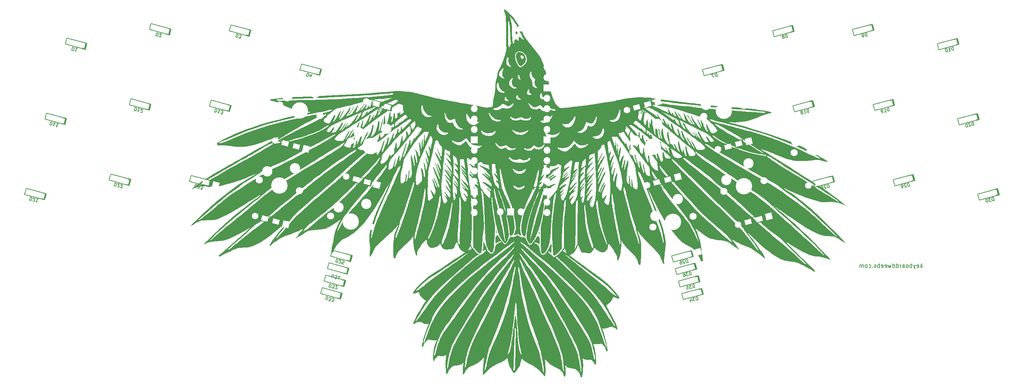
<source format=gbo>
G04 #@! TF.GenerationSoftware,KiCad,Pcbnew,(6.0.4)*
G04 #@! TF.CreationDate,2022-05-01T20:55:41-04:00*
G04 #@! TF.ProjectId,crowboard,63726f77-626f-4617-9264-2e6b69636164,rev?*
G04 #@! TF.SameCoordinates,Original*
G04 #@! TF.FileFunction,Legend,Bot*
G04 #@! TF.FilePolarity,Positive*
%FSLAX46Y46*%
G04 Gerber Fmt 4.6, Leading zero omitted, Abs format (unit mm)*
G04 Created by KiCad (PCBNEW (6.0.4)) date 2022-05-01 20:55:41*
%MOMM*%
%LPD*%
G01*
G04 APERTURE LIST*
G04 Aperture macros list*
%AMRotRect*
0 Rectangle, with rotation*
0 The origin of the aperture is its center*
0 $1 length*
0 $2 width*
0 $3 Rotation angle, in degrees counterclockwise*
0 Add horizontal line*
21,1,$1,$2,0,0,$3*%
G04 Aperture macros list end*
%ADD10C,0.150000*%
%ADD11C,0.300000*%
%ADD12C,1.750000*%
%ADD13C,4.000000*%
%ADD14C,2.500000*%
%ADD15RotRect,1.600000X1.200000X345.000000*%
%ADD16RotRect,1.600000X1.600000X345.000000*%
%ADD17C,1.600000*%
%ADD18RotRect,1.600000X1.200000X15.000000*%
%ADD19RotRect,1.600000X1.600000X15.000000*%
%ADD20O,1.500000X1.500000*%
%ADD21O,1.800000X1.800000*%
%ADD22O,1.700000X1.700000*%
%ADD23R,1.700000X1.700000*%
G04 APERTURE END LIST*
D10*
X249633428Y-108402380D02*
X249633428Y-107402380D01*
X249538190Y-108021428D02*
X249252476Y-108402380D01*
X249252476Y-107735714D02*
X249633428Y-108116666D01*
X248442952Y-108354761D02*
X248538190Y-108402380D01*
X248728666Y-108402380D01*
X248823904Y-108354761D01*
X248871523Y-108259523D01*
X248871523Y-107878571D01*
X248823904Y-107783333D01*
X248728666Y-107735714D01*
X248538190Y-107735714D01*
X248442952Y-107783333D01*
X248395333Y-107878571D01*
X248395333Y-107973809D01*
X248871523Y-108069047D01*
X248062000Y-107735714D02*
X247823904Y-108402380D01*
X247585809Y-107735714D02*
X247823904Y-108402380D01*
X247919142Y-108640476D01*
X247966761Y-108688095D01*
X248062000Y-108735714D01*
X247204857Y-108402380D02*
X247204857Y-107402380D01*
X247204857Y-107783333D02*
X247109619Y-107735714D01*
X246919142Y-107735714D01*
X246823904Y-107783333D01*
X246776285Y-107830952D01*
X246728666Y-107926190D01*
X246728666Y-108211904D01*
X246776285Y-108307142D01*
X246823904Y-108354761D01*
X246919142Y-108402380D01*
X247109619Y-108402380D01*
X247204857Y-108354761D01*
X246157238Y-108402380D02*
X246252476Y-108354761D01*
X246300095Y-108307142D01*
X246347714Y-108211904D01*
X246347714Y-107926190D01*
X246300095Y-107830952D01*
X246252476Y-107783333D01*
X246157238Y-107735714D01*
X246014380Y-107735714D01*
X245919142Y-107783333D01*
X245871523Y-107830952D01*
X245823904Y-107926190D01*
X245823904Y-108211904D01*
X245871523Y-108307142D01*
X245919142Y-108354761D01*
X246014380Y-108402380D01*
X246157238Y-108402380D01*
X244966761Y-108402380D02*
X244966761Y-107878571D01*
X245014380Y-107783333D01*
X245109619Y-107735714D01*
X245300095Y-107735714D01*
X245395333Y-107783333D01*
X244966761Y-108354761D02*
X245062000Y-108402380D01*
X245300095Y-108402380D01*
X245395333Y-108354761D01*
X245442952Y-108259523D01*
X245442952Y-108164285D01*
X245395333Y-108069047D01*
X245300095Y-108021428D01*
X245062000Y-108021428D01*
X244966761Y-107973809D01*
X244490571Y-108402380D02*
X244490571Y-107735714D01*
X244490571Y-107926190D02*
X244442952Y-107830952D01*
X244395333Y-107783333D01*
X244300095Y-107735714D01*
X244204857Y-107735714D01*
X243442952Y-108402380D02*
X243442952Y-107402380D01*
X243442952Y-108354761D02*
X243538190Y-108402380D01*
X243728666Y-108402380D01*
X243823904Y-108354761D01*
X243871523Y-108307142D01*
X243919142Y-108211904D01*
X243919142Y-107926190D01*
X243871523Y-107830952D01*
X243823904Y-107783333D01*
X243728666Y-107735714D01*
X243538190Y-107735714D01*
X243442952Y-107783333D01*
X242538190Y-108402380D02*
X242538190Y-107402380D01*
X242538190Y-108354761D02*
X242633428Y-108402380D01*
X242823904Y-108402380D01*
X242919142Y-108354761D01*
X242966761Y-108307142D01*
X243014380Y-108211904D01*
X243014380Y-107926190D01*
X242966761Y-107830952D01*
X242919142Y-107783333D01*
X242823904Y-107735714D01*
X242633428Y-107735714D01*
X242538190Y-107783333D01*
X242157238Y-107735714D02*
X241966761Y-108402380D01*
X241776285Y-107926190D01*
X241585809Y-108402380D01*
X241395333Y-107735714D01*
X240633428Y-108354761D02*
X240728666Y-108402380D01*
X240919142Y-108402380D01*
X241014380Y-108354761D01*
X241062000Y-108259523D01*
X241062000Y-107878571D01*
X241014380Y-107783333D01*
X240919142Y-107735714D01*
X240728666Y-107735714D01*
X240633428Y-107783333D01*
X240585809Y-107878571D01*
X240585809Y-107973809D01*
X241062000Y-108069047D01*
X239776285Y-108354761D02*
X239871523Y-108402380D01*
X240062000Y-108402380D01*
X240157238Y-108354761D01*
X240204857Y-108259523D01*
X240204857Y-107878571D01*
X240157238Y-107783333D01*
X240062000Y-107735714D01*
X239871523Y-107735714D01*
X239776285Y-107783333D01*
X239728666Y-107878571D01*
X239728666Y-107973809D01*
X240204857Y-108069047D01*
X239300095Y-108402380D02*
X239300095Y-107402380D01*
X239300095Y-107783333D02*
X239204857Y-107735714D01*
X239014380Y-107735714D01*
X238919142Y-107783333D01*
X238871523Y-107830952D01*
X238823904Y-107926190D01*
X238823904Y-108211904D01*
X238871523Y-108307142D01*
X238919142Y-108354761D01*
X239014380Y-108402380D01*
X239204857Y-108402380D01*
X239300095Y-108354761D01*
X238442952Y-108354761D02*
X238347714Y-108402380D01*
X238157238Y-108402380D01*
X238062000Y-108354761D01*
X238014380Y-108259523D01*
X238014380Y-108211904D01*
X238062000Y-108116666D01*
X238157238Y-108069047D01*
X238300095Y-108069047D01*
X238395333Y-108021428D01*
X238442952Y-107926190D01*
X238442952Y-107878571D01*
X238395333Y-107783333D01*
X238300095Y-107735714D01*
X238157238Y-107735714D01*
X238062000Y-107783333D01*
X237585809Y-108307142D02*
X237538190Y-108354761D01*
X237585809Y-108402380D01*
X237633428Y-108354761D01*
X237585809Y-108307142D01*
X237585809Y-108402380D01*
X236681047Y-108354761D02*
X236776285Y-108402380D01*
X236966761Y-108402380D01*
X237062000Y-108354761D01*
X237109619Y-108307142D01*
X237157238Y-108211904D01*
X237157238Y-107926190D01*
X237109619Y-107830952D01*
X237062000Y-107783333D01*
X236966761Y-107735714D01*
X236776285Y-107735714D01*
X236681047Y-107783333D01*
X236109619Y-108402380D02*
X236204857Y-108354761D01*
X236252476Y-108307142D01*
X236300095Y-108211904D01*
X236300095Y-107926190D01*
X236252476Y-107830952D01*
X236204857Y-107783333D01*
X236109619Y-107735714D01*
X235966761Y-107735714D01*
X235871523Y-107783333D01*
X235823904Y-107830952D01*
X235776285Y-107926190D01*
X235776285Y-108211904D01*
X235823904Y-108307142D01*
X235871523Y-108354761D01*
X235966761Y-108402380D01*
X236109619Y-108402380D01*
X235347714Y-108402380D02*
X235347714Y-107735714D01*
X235347714Y-107830952D02*
X235300095Y-107783333D01*
X235204857Y-107735714D01*
X235062000Y-107735714D01*
X234966761Y-107783333D01*
X234919142Y-107878571D01*
X234919142Y-108402380D01*
X234919142Y-107878571D02*
X234871523Y-107783333D01*
X234776285Y-107735714D01*
X234633428Y-107735714D01*
X234538190Y-107783333D01*
X234490571Y-107878571D01*
X234490571Y-108402380D01*
X36575635Y-72780505D02*
X36368580Y-73553246D01*
X36552566Y-73602545D01*
X36672817Y-73595327D01*
X36766131Y-73541452D01*
X36822648Y-73477717D01*
X36898884Y-73340388D01*
X36928464Y-73229997D01*
X36931105Y-73072949D01*
X36914028Y-72989494D01*
X36860153Y-72896180D01*
X36759621Y-72829804D01*
X36575635Y-72780505D01*
X37753145Y-73096018D02*
X37311579Y-72977701D01*
X37532362Y-73036859D02*
X37325307Y-73809600D01*
X37281292Y-73679489D01*
X37227417Y-73586175D01*
X37163682Y-73529658D01*
X38489088Y-73293213D02*
X38047522Y-73174896D01*
X38268305Y-73234055D02*
X38061250Y-74006795D01*
X38017235Y-73876684D01*
X37963360Y-73783370D01*
X37899626Y-73726854D01*
X199627032Y-61643719D02*
X199419976Y-60870979D01*
X199235990Y-60920277D01*
X199135459Y-60986654D01*
X199081584Y-61079968D01*
X199064506Y-61163422D01*
X199067148Y-61320470D01*
X199096727Y-61430862D01*
X199172964Y-61568191D01*
X199229480Y-61631925D01*
X199322794Y-61685800D01*
X199443046Y-61693018D01*
X199627032Y-61643719D01*
X198720830Y-61058314D02*
X198205670Y-61196351D01*
X198743899Y-61880354D01*
X262387980Y-73588239D02*
X262180925Y-72815499D01*
X261996939Y-72864798D01*
X261896407Y-72931174D01*
X261842533Y-73024488D01*
X261825455Y-73107942D01*
X261828097Y-73264991D01*
X261857676Y-73375382D01*
X261933913Y-73512711D01*
X261990429Y-73576446D01*
X262083743Y-73630320D01*
X262203994Y-73637538D01*
X262387980Y-73588239D01*
X261464701Y-73086289D02*
X261418044Y-73059351D01*
X261334590Y-73042274D01*
X261150604Y-73091572D01*
X261086870Y-73148089D01*
X261059932Y-73194746D01*
X261042855Y-73278200D01*
X261062574Y-73351795D01*
X261128951Y-73452326D01*
X261688834Y-73775575D01*
X261210471Y-73903752D01*
X260525052Y-73259189D02*
X260451458Y-73278908D01*
X260387723Y-73335425D01*
X260360786Y-73382082D01*
X260343708Y-73465536D01*
X260346350Y-73622584D01*
X260395649Y-73806570D01*
X260471885Y-73943899D01*
X260528402Y-74007634D01*
X260575059Y-74034571D01*
X260658513Y-74051649D01*
X260732107Y-74031929D01*
X260795842Y-73975413D01*
X260822779Y-73928756D01*
X260839857Y-73845301D01*
X260837215Y-73688253D01*
X260787916Y-73504267D01*
X260711680Y-73366938D01*
X260655163Y-73303204D01*
X260608506Y-73276266D01*
X260525052Y-73259189D01*
X99336584Y-60835985D02*
X99129529Y-61608726D01*
X99313515Y-61658024D01*
X99433766Y-61650807D01*
X99527080Y-61596932D01*
X99583597Y-61533197D01*
X99659833Y-61395868D01*
X99689412Y-61285477D01*
X99692054Y-61128428D01*
X99674977Y-61044974D01*
X99621102Y-60951660D01*
X99520570Y-60885284D01*
X99336584Y-60835985D01*
X100302463Y-61646938D02*
X100440499Y-61131778D01*
X100039598Y-61892017D02*
X100003509Y-61290761D01*
X100481872Y-61418938D01*
X111411808Y-87902295D02*
X111204753Y-88675036D01*
X111388739Y-88724335D01*
X111508990Y-88717117D01*
X111602304Y-88663242D01*
X111658821Y-88599507D01*
X111735057Y-88462178D01*
X111764637Y-88351787D01*
X111767278Y-88194739D01*
X111750201Y-88111284D01*
X111696326Y-88017970D01*
X111595794Y-87951594D01*
X111411808Y-87902295D01*
X112589318Y-88217808D02*
X112147752Y-88099491D01*
X112368535Y-88158649D02*
X112161480Y-88931390D01*
X112117465Y-88801279D01*
X112063590Y-88707965D01*
X111999855Y-88651448D01*
X113081409Y-89177884D02*
X112713437Y-89079286D01*
X112775238Y-88701455D01*
X112802175Y-88748112D01*
X112865910Y-88804629D01*
X113049896Y-88853928D01*
X113133350Y-88836850D01*
X113180007Y-88809912D01*
X113236524Y-88746178D01*
X113285822Y-88562192D01*
X113268745Y-88478738D01*
X113241807Y-88432081D01*
X113178073Y-88375564D01*
X112994087Y-88326265D01*
X112910633Y-88343343D01*
X112863976Y-88370280D01*
X106481306Y-106303182D02*
X106274251Y-107075923D01*
X106458237Y-107125222D01*
X106578488Y-107118004D01*
X106671802Y-107064129D01*
X106728319Y-107000394D01*
X106804555Y-106863065D01*
X106834135Y-106752674D01*
X106836776Y-106595626D01*
X106819699Y-106512171D01*
X106765824Y-106418857D01*
X106665292Y-106352481D01*
X106481306Y-106303182D01*
X107029914Y-107199524D02*
X107056852Y-107246181D01*
X107120586Y-107302698D01*
X107304572Y-107351996D01*
X107388026Y-107334919D01*
X107434683Y-107307981D01*
X107491200Y-107244247D01*
X107510919Y-107170652D01*
X107503702Y-107050401D01*
X107180453Y-106490518D01*
X107658816Y-106618695D01*
X108150907Y-107578771D02*
X107782935Y-107480173D01*
X107844736Y-107102342D01*
X107871673Y-107148999D01*
X107935408Y-107205516D01*
X108119394Y-107254815D01*
X108202848Y-107237737D01*
X108249505Y-107210799D01*
X108306022Y-107147065D01*
X108355320Y-106963079D01*
X108338243Y-106879625D01*
X108311305Y-106832968D01*
X108247571Y-106776451D01*
X108063585Y-106727152D01*
X107980131Y-106744230D01*
X107933474Y-106771167D01*
X204925505Y-79946008D02*
X204718450Y-79173268D01*
X204534464Y-79222567D01*
X204433932Y-79288943D01*
X204380058Y-79382257D01*
X204362980Y-79465711D01*
X204365622Y-79622760D01*
X204395201Y-79733151D01*
X204471438Y-79870480D01*
X204527954Y-79934215D01*
X204621268Y-79988089D01*
X204741519Y-79995307D01*
X204925505Y-79946008D01*
X203747996Y-80261521D02*
X204189562Y-80143204D01*
X203968779Y-80202363D02*
X203761724Y-79429622D01*
X203864897Y-79520294D01*
X203958211Y-79574169D01*
X204041665Y-79591246D01*
X203283360Y-79557799D02*
X202768200Y-79695836D01*
X203306430Y-80379838D01*
X241727279Y-70085002D02*
X241520224Y-69312262D01*
X241336238Y-69361561D01*
X241235706Y-69427937D01*
X241181832Y-69521251D01*
X241164754Y-69604705D01*
X241167396Y-69761754D01*
X241196975Y-69872145D01*
X241273212Y-70009474D01*
X241329728Y-70073209D01*
X241423042Y-70127083D01*
X241543293Y-70134301D01*
X241727279Y-70085002D01*
X240549770Y-70400515D02*
X240991336Y-70282198D01*
X240770553Y-70341357D02*
X240563498Y-69568616D01*
X240666671Y-69659288D01*
X240759985Y-69713163D01*
X240843439Y-69730240D01*
X240181798Y-70499113D02*
X240034609Y-70538552D01*
X239951155Y-70521474D01*
X239904498Y-70494537D01*
X239801325Y-70403865D01*
X239725088Y-70266536D01*
X239646210Y-69972159D01*
X239663288Y-69888705D01*
X239690225Y-69842048D01*
X239753960Y-69785531D01*
X239901148Y-69746092D01*
X239984603Y-69763169D01*
X240031259Y-69790107D01*
X240087776Y-69853841D01*
X240137075Y-70037827D01*
X240119997Y-70121281D01*
X240093060Y-70167938D01*
X240029325Y-70224455D01*
X239882137Y-70263894D01*
X239798683Y-70246817D01*
X239752026Y-70219879D01*
X239695509Y-70156145D01*
X94038109Y-79138274D02*
X93831054Y-79911015D01*
X94015040Y-79960314D01*
X94135291Y-79953096D01*
X94228605Y-79899221D01*
X94285122Y-79835486D01*
X94361358Y-79698157D01*
X94390938Y-79587766D01*
X94393579Y-79430718D01*
X94376502Y-79347263D01*
X94322627Y-79253949D01*
X94222095Y-79187573D01*
X94038109Y-79138274D01*
X95215619Y-79453787D02*
X94774053Y-79335470D01*
X94994836Y-79394628D02*
X94787781Y-80167369D01*
X94743766Y-80037258D01*
X94689891Y-79943944D01*
X94626156Y-79887427D01*
X95739931Y-80146423D02*
X95877968Y-79631263D01*
X95477067Y-80391502D02*
X95440978Y-79790245D01*
X95919341Y-79918422D01*
X71939345Y-88008436D02*
X71732290Y-88781177D01*
X71916276Y-88830476D01*
X72036527Y-88823258D01*
X72129841Y-88769383D01*
X72186358Y-88705648D01*
X72262594Y-88568319D01*
X72292174Y-88457928D01*
X72294815Y-88300880D01*
X72277738Y-88217425D01*
X72223863Y-88124111D01*
X72123331Y-88057735D01*
X71939345Y-88008436D01*
X72487953Y-88904778D02*
X72514891Y-88951435D01*
X72578625Y-89007952D01*
X72762611Y-89057250D01*
X72846065Y-89040173D01*
X72892722Y-89013235D01*
X72949239Y-88949501D01*
X72968958Y-88875906D01*
X72961741Y-88755655D01*
X72638492Y-88195772D01*
X73116855Y-88323949D01*
X73167380Y-89165708D02*
X73645743Y-89293885D01*
X73467041Y-88930489D01*
X73577433Y-88960069D01*
X73660887Y-88942991D01*
X73707544Y-88916053D01*
X73764061Y-88852319D01*
X73813359Y-88668333D01*
X73796282Y-88584879D01*
X73769344Y-88538222D01*
X73705610Y-88481705D01*
X73484827Y-88422547D01*
X73401373Y-88439624D01*
X73354716Y-88466562D01*
X222093767Y-70415283D02*
X221886712Y-69642543D01*
X221702726Y-69691842D01*
X221602194Y-69758218D01*
X221548320Y-69851532D01*
X221531242Y-69934986D01*
X221533884Y-70092035D01*
X221563463Y-70202426D01*
X221639700Y-70339755D01*
X221696216Y-70403490D01*
X221789530Y-70457364D01*
X221909781Y-70464582D01*
X222093767Y-70415283D01*
X220916258Y-70730796D02*
X221357824Y-70612479D01*
X221137041Y-70671638D02*
X220929986Y-69898897D01*
X221033159Y-69989569D01*
X221126473Y-70043444D01*
X221209927Y-70060521D01*
X220356374Y-70407547D02*
X220420109Y-70351031D01*
X220447046Y-70304374D01*
X220464124Y-70220920D01*
X220454264Y-70184122D01*
X220397747Y-70120388D01*
X220351091Y-70093450D01*
X220267636Y-70076373D01*
X220120448Y-70115812D01*
X220056713Y-70172329D01*
X220029776Y-70218986D01*
X220012698Y-70302440D01*
X220022558Y-70339237D01*
X220079075Y-70402971D01*
X220125732Y-70429909D01*
X220209186Y-70446986D01*
X220356374Y-70407547D01*
X220439828Y-70424625D01*
X220486485Y-70451562D01*
X220543002Y-70515297D01*
X220582441Y-70662486D01*
X220565364Y-70745940D01*
X220538426Y-70792597D01*
X220474692Y-70849113D01*
X220327503Y-70888553D01*
X220244049Y-70871475D01*
X220197392Y-70844538D01*
X220140875Y-70780803D01*
X220101436Y-70633614D01*
X220118514Y-70550160D01*
X220145451Y-70503503D01*
X220209186Y-70446986D01*
X57236335Y-69277268D02*
X57029280Y-70050009D01*
X57213266Y-70099308D01*
X57333517Y-70092090D01*
X57426831Y-70038215D01*
X57483348Y-69974480D01*
X57559584Y-69837151D01*
X57589164Y-69726760D01*
X57591805Y-69569712D01*
X57574728Y-69486257D01*
X57520853Y-69392943D01*
X57420321Y-69326567D01*
X57236335Y-69277268D01*
X58413845Y-69592781D02*
X57972279Y-69474464D01*
X58193062Y-69533622D02*
X57986007Y-70306363D01*
X57941992Y-70176252D01*
X57888117Y-70082938D01*
X57824382Y-70026421D01*
X58520887Y-70370805D02*
X58547824Y-70417462D01*
X58611559Y-70473979D01*
X58795545Y-70523278D01*
X58878999Y-70506200D01*
X58925656Y-70479263D01*
X58982172Y-70415528D01*
X59001892Y-70341934D01*
X58994674Y-70221683D01*
X58671425Y-69661799D01*
X59149788Y-69789976D01*
X52305833Y-87678155D02*
X52098778Y-88450896D01*
X52282764Y-88500195D01*
X52403015Y-88492977D01*
X52496329Y-88439102D01*
X52552846Y-88375367D01*
X52629082Y-88238038D01*
X52658662Y-88127647D01*
X52661303Y-87970599D01*
X52644226Y-87887144D01*
X52590351Y-87793830D01*
X52489819Y-87727454D01*
X52305833Y-87678155D01*
X52854441Y-88574497D02*
X52881379Y-88621154D01*
X52945113Y-88677671D01*
X53129099Y-88726969D01*
X53212553Y-88709892D01*
X53259210Y-88682954D01*
X53315727Y-88619220D01*
X53335446Y-88545625D01*
X53328229Y-88425374D01*
X53004980Y-87865491D01*
X53483343Y-87993668D01*
X53590385Y-88771692D02*
X53617322Y-88818349D01*
X53681057Y-88874866D01*
X53865043Y-88924165D01*
X53948497Y-88907087D01*
X53995154Y-88880150D01*
X54051670Y-88816415D01*
X54071390Y-88742821D01*
X54064172Y-88622570D01*
X53740923Y-88062686D01*
X54219286Y-88190863D01*
X89107607Y-97539161D02*
X88900552Y-98311902D01*
X89084538Y-98361201D01*
X89204789Y-98353983D01*
X89298103Y-98300108D01*
X89354620Y-98236373D01*
X89430856Y-98099044D01*
X89460436Y-97988653D01*
X89463077Y-97831605D01*
X89446000Y-97748150D01*
X89392125Y-97654836D01*
X89291593Y-97588460D01*
X89107607Y-97539161D01*
X89656215Y-98435503D02*
X89683153Y-98482160D01*
X89746887Y-98538677D01*
X89930873Y-98587975D01*
X90014327Y-98570898D01*
X90060984Y-98543960D01*
X90117501Y-98480226D01*
X90137220Y-98406631D01*
X90130003Y-98286380D01*
X89806754Y-97726497D01*
X90285117Y-97854674D01*
X90809429Y-98547310D02*
X90947466Y-98032150D01*
X90546565Y-98792389D02*
X90510476Y-98191132D01*
X90988839Y-98319309D01*
X82053619Y-51274526D02*
X81846564Y-52047267D01*
X82030550Y-52096565D01*
X82150801Y-52089348D01*
X82244115Y-52035473D01*
X82300632Y-51971738D01*
X82376868Y-51834409D01*
X82406447Y-51724018D01*
X82409089Y-51566969D01*
X82392012Y-51483515D01*
X82338137Y-51390201D01*
X82237605Y-51323825D01*
X82053619Y-51274526D01*
X82545710Y-52234602D02*
X83024073Y-52362779D01*
X82845371Y-51999383D01*
X82955763Y-52028963D01*
X83039217Y-52011885D01*
X83085874Y-51984948D01*
X83142391Y-51921213D01*
X83191690Y-51737227D01*
X83174612Y-51653773D01*
X83147675Y-51607116D01*
X83083940Y-51550600D01*
X82863157Y-51491441D01*
X82779703Y-51508518D01*
X82733046Y-51535456D01*
X31645132Y-91181392D02*
X31438077Y-91954133D01*
X31622063Y-92003432D01*
X31742314Y-91996214D01*
X31835628Y-91942339D01*
X31892145Y-91878604D01*
X31968381Y-91741275D01*
X31997961Y-91630884D01*
X32000602Y-91473836D01*
X31983525Y-91390381D01*
X31929650Y-91297067D01*
X31829118Y-91230691D01*
X31645132Y-91181392D01*
X32193740Y-92077734D02*
X32220678Y-92124391D01*
X32284412Y-92180908D01*
X32468398Y-92230206D01*
X32551852Y-92213129D01*
X32598509Y-92186191D01*
X32655026Y-92122457D01*
X32674745Y-92048862D01*
X32667528Y-91928611D01*
X32344279Y-91368728D01*
X32822642Y-91496905D01*
X33558585Y-91694100D02*
X33117019Y-91575783D01*
X33337802Y-91634942D02*
X33130747Y-92407682D01*
X33086732Y-92277571D01*
X33032857Y-92184257D01*
X32969123Y-92127741D01*
X182253333Y-70407739D02*
X182046277Y-69634999D01*
X181862291Y-69684297D01*
X181761760Y-69750674D01*
X181707885Y-69843988D01*
X181690807Y-69927442D01*
X181693449Y-70084490D01*
X181723028Y-70194882D01*
X181799265Y-70332211D01*
X181855781Y-70395945D01*
X181949095Y-70449820D01*
X182069347Y-70457038D01*
X182253333Y-70407739D01*
X180942362Y-69930792D02*
X181089551Y-69891353D01*
X181173005Y-69908430D01*
X181219662Y-69935368D01*
X181322836Y-70026040D01*
X181399072Y-70163369D01*
X181477950Y-70457746D01*
X181460872Y-70541200D01*
X181433935Y-70587857D01*
X181370200Y-70644374D01*
X181223012Y-70683813D01*
X181139558Y-70666735D01*
X181092901Y-70639798D01*
X181036384Y-70576063D01*
X180987085Y-70392077D01*
X181004163Y-70308623D01*
X181031100Y-70261966D01*
X181094835Y-70205450D01*
X181242023Y-70166010D01*
X181325477Y-70183088D01*
X181372134Y-70210025D01*
X181428651Y-70273760D01*
X41940517Y-54496010D02*
X41733462Y-55268751D01*
X41917448Y-55318049D01*
X42037699Y-55310832D01*
X42131013Y-55256957D01*
X42187530Y-55193222D01*
X42263766Y-55055893D01*
X42293345Y-54945502D01*
X42295987Y-54788453D01*
X42278910Y-54704999D01*
X42225035Y-54611685D01*
X42124503Y-54545309D01*
X41940517Y-54496010D01*
X43118027Y-54811523D02*
X42676461Y-54693205D01*
X42897244Y-54752364D02*
X42690188Y-55525105D01*
X42646173Y-55394994D01*
X42592299Y-55301680D01*
X42528564Y-55245163D01*
X193304060Y-110177730D02*
X193097005Y-109404990D01*
X192913019Y-109454289D01*
X192812487Y-109520665D01*
X192758613Y-109613979D01*
X192741535Y-109697433D01*
X192744177Y-109854482D01*
X192773756Y-109964873D01*
X192849993Y-110102202D01*
X192906509Y-110165937D01*
X192999823Y-110219811D01*
X193120074Y-110227029D01*
X193304060Y-110177730D01*
X192397859Y-109592325D02*
X191919495Y-109720503D01*
X192255954Y-109945862D01*
X192145562Y-109975441D01*
X192081828Y-110031958D01*
X192054890Y-110078614D01*
X192037813Y-110162069D01*
X192087112Y-110346054D01*
X192143628Y-110409789D01*
X192190285Y-110436726D01*
X192273739Y-110453804D01*
X192494522Y-110394645D01*
X192558257Y-110338129D01*
X192585194Y-110291472D01*
X191257146Y-109897978D02*
X191404335Y-109858539D01*
X191487789Y-109875617D01*
X191534446Y-109902554D01*
X191637620Y-109993226D01*
X191713856Y-110130555D01*
X191792734Y-110424933D01*
X191775657Y-110508387D01*
X191748719Y-110555044D01*
X191684985Y-110611560D01*
X191537796Y-110651000D01*
X191454342Y-110633922D01*
X191407685Y-110606985D01*
X191351168Y-110543250D01*
X191301869Y-110359264D01*
X191318947Y-110275810D01*
X191345884Y-110229153D01*
X191409619Y-110172636D01*
X191556808Y-110133197D01*
X191640262Y-110150275D01*
X191686919Y-110177212D01*
X191743435Y-110240947D01*
X194947561Y-116311359D02*
X194740506Y-115538619D01*
X194556520Y-115587918D01*
X194455988Y-115654294D01*
X194402114Y-115747608D01*
X194385036Y-115831062D01*
X194387678Y-115988111D01*
X194417257Y-116098502D01*
X194493494Y-116235831D01*
X194550010Y-116299566D01*
X194643324Y-116353440D01*
X194763575Y-116360658D01*
X194947561Y-116311359D01*
X194041360Y-115725954D02*
X193562996Y-115854132D01*
X193899455Y-116079491D01*
X193789063Y-116109070D01*
X193725329Y-116165587D01*
X193698391Y-116212243D01*
X193681314Y-116295698D01*
X193730613Y-116479683D01*
X193787129Y-116543418D01*
X193833786Y-116570355D01*
X193917240Y-116587433D01*
X194138023Y-116528274D01*
X194201758Y-116471758D01*
X194228695Y-116425101D01*
X192969666Y-116289188D02*
X193107703Y-116804348D01*
X193074773Y-115945511D02*
X193406656Y-116448170D01*
X192928293Y-116576347D01*
X192482309Y-107110915D02*
X192275254Y-106338175D01*
X192091268Y-106387474D01*
X191990736Y-106453850D01*
X191936862Y-106547164D01*
X191919784Y-106630618D01*
X191922426Y-106787667D01*
X191952005Y-106898058D01*
X192028242Y-107035387D01*
X192084758Y-107099122D01*
X192178072Y-107152996D01*
X192298323Y-107160214D01*
X192482309Y-107110915D01*
X191559030Y-106608965D02*
X191512373Y-106582027D01*
X191428919Y-106564950D01*
X191244933Y-106614248D01*
X191181199Y-106670765D01*
X191154261Y-106717422D01*
X191137184Y-106800876D01*
X191156903Y-106874471D01*
X191223280Y-106975002D01*
X191783163Y-107298251D01*
X191304800Y-107426428D01*
X190435395Y-106831163D02*
X190582584Y-106791724D01*
X190666038Y-106808802D01*
X190712695Y-106835739D01*
X190815869Y-106926411D01*
X190892105Y-107063740D01*
X190970983Y-107358118D01*
X190953906Y-107441572D01*
X190926968Y-107488229D01*
X190863234Y-107544745D01*
X190716045Y-107584185D01*
X190632591Y-107567107D01*
X190585934Y-107540170D01*
X190529417Y-107476435D01*
X190480118Y-107292449D01*
X190497196Y-107208995D01*
X190524133Y-107162338D01*
X190587868Y-107105821D01*
X190735057Y-107066382D01*
X190818511Y-107083460D01*
X190865168Y-107110397D01*
X190921684Y-107174132D01*
X209856008Y-98346895D02*
X209648953Y-97574155D01*
X209464967Y-97623454D01*
X209364435Y-97689830D01*
X209310561Y-97783144D01*
X209293483Y-97866598D01*
X209296125Y-98023647D01*
X209325704Y-98134038D01*
X209401941Y-98271367D01*
X209458457Y-98335102D01*
X209551771Y-98388976D01*
X209672022Y-98396194D01*
X209856008Y-98346895D01*
X208932729Y-97844945D02*
X208886072Y-97818007D01*
X208802618Y-97800930D01*
X208618632Y-97850228D01*
X208554898Y-97906745D01*
X208527960Y-97953402D01*
X208510883Y-98036856D01*
X208530602Y-98110451D01*
X208596979Y-98210982D01*
X209156862Y-98534231D01*
X208678499Y-98662408D01*
X208213863Y-97958686D02*
X207698703Y-98096723D01*
X208236933Y-98780725D01*
X246657782Y-88485889D02*
X246450727Y-87713149D01*
X246266741Y-87762448D01*
X246166209Y-87828824D01*
X246112335Y-87922138D01*
X246095257Y-88005592D01*
X246097899Y-88162641D01*
X246127478Y-88273032D01*
X246203715Y-88410361D01*
X246260231Y-88474096D01*
X246353545Y-88527970D01*
X246473796Y-88535188D01*
X246657782Y-88485889D01*
X245734503Y-87983939D02*
X245687846Y-87957001D01*
X245604392Y-87939924D01*
X245420406Y-87989222D01*
X245356672Y-88045739D01*
X245329734Y-88092396D01*
X245312657Y-88175850D01*
X245332376Y-88249445D01*
X245398753Y-88349976D01*
X245958636Y-88673225D01*
X245480273Y-88801402D01*
X245112301Y-88900000D02*
X244965112Y-88939439D01*
X244881658Y-88922361D01*
X244835001Y-88895424D01*
X244731828Y-88804752D01*
X244655591Y-88667423D01*
X244576713Y-88373046D01*
X244593791Y-88289592D01*
X244620728Y-88242935D01*
X244684463Y-88186418D01*
X244831651Y-88146979D01*
X244915106Y-88164056D01*
X244961762Y-88190994D01*
X245018279Y-88254728D01*
X245067578Y-88438714D01*
X245050500Y-88522168D01*
X245023563Y-88568825D01*
X244959828Y-88625342D01*
X244812640Y-88664781D01*
X244729186Y-88647704D01*
X244682529Y-88620766D01*
X244626012Y-88557032D01*
X62534810Y-50974979D02*
X62327755Y-51747720D01*
X62511741Y-51797018D01*
X62631992Y-51789801D01*
X62725306Y-51735926D01*
X62781823Y-51672191D01*
X62858059Y-51534862D01*
X62887638Y-51424471D01*
X62890280Y-51267422D01*
X62873203Y-51183968D01*
X62819328Y-51090654D01*
X62718796Y-51024278D01*
X62534810Y-50974979D01*
X63083418Y-51871321D02*
X63110355Y-51917978D01*
X63174090Y-51974494D01*
X63358076Y-52023793D01*
X63441530Y-52006716D01*
X63488187Y-51979778D01*
X63544704Y-51916044D01*
X63564423Y-51842449D01*
X63557205Y-51722198D01*
X63233956Y-51162315D01*
X63712320Y-51290492D01*
X104024272Y-115472957D02*
X103817217Y-116245698D01*
X104001203Y-116294997D01*
X104121454Y-116287779D01*
X104214768Y-116233904D01*
X104271285Y-116170169D01*
X104347521Y-116032840D01*
X104377101Y-115922449D01*
X104379742Y-115765401D01*
X104362665Y-115681946D01*
X104308790Y-115588632D01*
X104208258Y-115522256D01*
X104024272Y-115472957D01*
X104516363Y-116433033D02*
X104994727Y-116561211D01*
X104816025Y-116197815D01*
X104926416Y-116227394D01*
X105009870Y-116210316D01*
X105056527Y-116183379D01*
X105113044Y-116119644D01*
X105162343Y-115935659D01*
X105145265Y-115852204D01*
X105118328Y-115805547D01*
X105054593Y-115749031D01*
X104833810Y-115689872D01*
X104750356Y-115706950D01*
X104703699Y-115733887D01*
X105252307Y-116630229D02*
X105730670Y-116758406D01*
X105551968Y-116395010D01*
X105662360Y-116424590D01*
X105745814Y-116407512D01*
X105792471Y-116380574D01*
X105848988Y-116316840D01*
X105898286Y-116132854D01*
X105881209Y-116049400D01*
X105854271Y-116002743D01*
X105790537Y-115946226D01*
X105569754Y-115887068D01*
X105486300Y-115904145D01*
X105439643Y-115931083D01*
X236314102Y-51813448D02*
X236107046Y-51040708D01*
X235923060Y-51090006D01*
X235822529Y-51156383D01*
X235768654Y-51249697D01*
X235751576Y-51333151D01*
X235754218Y-51490199D01*
X235783797Y-51600591D01*
X235860034Y-51737920D01*
X235916550Y-51801654D01*
X236009864Y-51855529D01*
X236130116Y-51862747D01*
X236314102Y-51813448D01*
X235504564Y-52030363D02*
X235357375Y-52069802D01*
X235273921Y-52052725D01*
X235227264Y-52025787D01*
X235124090Y-51935115D01*
X235047854Y-51797786D01*
X234968976Y-51503409D01*
X234986053Y-51419955D01*
X235012991Y-51373298D01*
X235076725Y-51316781D01*
X235223914Y-51277342D01*
X235307368Y-51294420D01*
X235354025Y-51321357D01*
X235410542Y-51385092D01*
X235459841Y-51569078D01*
X235442763Y-51652532D01*
X235415826Y-51699189D01*
X235352091Y-51755705D01*
X235204902Y-51795144D01*
X235121448Y-51778067D01*
X235074791Y-51751129D01*
X235018275Y-51687395D01*
X187551807Y-88710028D02*
X187344752Y-87937288D01*
X187160766Y-87986587D01*
X187060234Y-88052963D01*
X187006360Y-88146277D01*
X186989282Y-88229731D01*
X186991924Y-88386780D01*
X187021503Y-88497171D01*
X187097740Y-88634500D01*
X187154256Y-88698235D01*
X187247570Y-88752109D01*
X187367821Y-88759327D01*
X187551807Y-88710028D01*
X186374298Y-89025541D02*
X186815864Y-88907224D01*
X186595081Y-88966383D02*
X186388026Y-88193642D01*
X186491199Y-88284314D01*
X186584513Y-88338189D01*
X186667967Y-88355266D01*
X185504893Y-88430276D02*
X185652082Y-88390837D01*
X185735536Y-88407915D01*
X185782193Y-88434852D01*
X185885367Y-88525524D01*
X185961603Y-88662853D01*
X186040481Y-88957231D01*
X186023404Y-89040685D01*
X185996466Y-89087342D01*
X185932732Y-89143858D01*
X185785543Y-89183298D01*
X185702089Y-89166220D01*
X185655432Y-89139283D01*
X185598915Y-89075548D01*
X185549616Y-88891562D01*
X185566694Y-88808108D01*
X185593631Y-88761451D01*
X185657366Y-88704934D01*
X185804555Y-88665495D01*
X185888009Y-88682573D01*
X185934666Y-88709510D01*
X185991182Y-88773245D01*
X227024270Y-88816170D02*
X226817215Y-88043430D01*
X226633229Y-88092729D01*
X226532697Y-88159105D01*
X226478823Y-88252419D01*
X226461745Y-88335873D01*
X226464387Y-88492922D01*
X226493966Y-88603313D01*
X226570203Y-88740642D01*
X226626719Y-88804377D01*
X226720033Y-88858251D01*
X226840284Y-88865469D01*
X227024270Y-88816170D01*
X226100991Y-88314220D02*
X226054334Y-88287282D01*
X225970880Y-88270205D01*
X225786894Y-88319503D01*
X225723160Y-88376020D01*
X225696222Y-88422677D01*
X225679145Y-88506131D01*
X225698864Y-88579726D01*
X225765241Y-88680257D01*
X226325124Y-89003506D01*
X225846761Y-89131683D01*
X225286877Y-88808434D02*
X225350612Y-88751918D01*
X225377549Y-88705261D01*
X225394627Y-88621807D01*
X225384767Y-88585009D01*
X225328250Y-88521275D01*
X225281594Y-88494337D01*
X225198139Y-88477260D01*
X225050951Y-88516699D01*
X224987216Y-88573216D01*
X224960279Y-88619873D01*
X224943201Y-88703327D01*
X224953061Y-88740124D01*
X225009578Y-88803858D01*
X225056235Y-88830796D01*
X225139689Y-88847873D01*
X225286877Y-88808434D01*
X225370331Y-88825512D01*
X225416988Y-88852449D01*
X225473505Y-88916184D01*
X225512944Y-89063373D01*
X225495867Y-89146827D01*
X225468929Y-89193484D01*
X225405195Y-89250000D01*
X225258006Y-89289440D01*
X225174552Y-89272362D01*
X225127895Y-89245425D01*
X225071378Y-89181690D01*
X225031939Y-89034501D01*
X225049017Y-88951047D01*
X225075954Y-88904390D01*
X225139689Y-88847873D01*
X267318483Y-91989126D02*
X267111428Y-91216386D01*
X266927442Y-91265685D01*
X266826910Y-91332061D01*
X266773036Y-91425375D01*
X266755958Y-91508829D01*
X266758600Y-91665878D01*
X266788179Y-91776269D01*
X266864416Y-91913598D01*
X266920932Y-91977333D01*
X267014246Y-92031207D01*
X267134497Y-92038425D01*
X267318483Y-91989126D01*
X266412282Y-91403721D02*
X265933918Y-91531899D01*
X266270377Y-91757258D01*
X266159985Y-91786837D01*
X266096251Y-91843354D01*
X266069313Y-91890010D01*
X266052236Y-91973465D01*
X266101535Y-92157450D01*
X266158051Y-92221185D01*
X266204708Y-92248122D01*
X266288162Y-92265200D01*
X266508945Y-92206041D01*
X266572680Y-92149525D01*
X266599617Y-92102868D01*
X265455555Y-91660076D02*
X265381961Y-91679795D01*
X265318226Y-91736312D01*
X265291289Y-91782969D01*
X265274211Y-91866423D01*
X265276853Y-92023471D01*
X265326152Y-92207457D01*
X265402388Y-92344786D01*
X265458905Y-92408521D01*
X265505562Y-92435458D01*
X265589016Y-92452536D01*
X265662610Y-92432816D01*
X265726345Y-92376300D01*
X265753282Y-92329643D01*
X265770360Y-92246188D01*
X265767718Y-92089140D01*
X265718419Y-91905154D01*
X265642183Y-91767825D01*
X265585666Y-91704091D01*
X265539009Y-91677153D01*
X265455555Y-91660076D01*
X257457477Y-55187352D02*
X257250422Y-54414612D01*
X257066436Y-54463911D01*
X256965904Y-54530287D01*
X256912030Y-54623601D01*
X256894952Y-54707055D01*
X256897594Y-54864104D01*
X256927173Y-54974495D01*
X257003410Y-55111824D01*
X257059926Y-55175559D01*
X257153240Y-55229433D01*
X257273491Y-55236651D01*
X257457477Y-55187352D01*
X256279968Y-55502865D02*
X256721534Y-55384548D01*
X256500751Y-55443707D02*
X256293696Y-54670966D01*
X256396869Y-54761638D01*
X256490183Y-54815513D01*
X256573637Y-54832590D01*
X255594549Y-54858302D02*
X255520955Y-54878021D01*
X255457220Y-54934538D01*
X255430283Y-54981195D01*
X255413205Y-55064649D01*
X255415847Y-55221697D01*
X255465146Y-55405683D01*
X255541382Y-55543012D01*
X255597899Y-55606747D01*
X255644556Y-55633684D01*
X255728010Y-55650762D01*
X255801604Y-55631042D01*
X255865339Y-55574526D01*
X255892276Y-55527869D01*
X255909354Y-55444414D01*
X255906712Y-55287366D01*
X255857413Y-55103380D01*
X255781177Y-54966051D01*
X255724660Y-54902317D01*
X255678003Y-54875379D01*
X255594549Y-54858302D01*
X216795293Y-52112994D02*
X216588237Y-51340254D01*
X216404251Y-51389552D01*
X216303720Y-51455929D01*
X216249845Y-51549243D01*
X216232767Y-51632697D01*
X216235409Y-51789745D01*
X216264988Y-51900137D01*
X216341225Y-52037466D01*
X216397741Y-52101200D01*
X216491055Y-52155075D01*
X216611307Y-52162293D01*
X216795293Y-52112994D01*
X215793843Y-51908063D02*
X215857578Y-51851546D01*
X215884515Y-51804889D01*
X215901593Y-51721435D01*
X215891733Y-51684638D01*
X215835216Y-51620903D01*
X215788559Y-51593966D01*
X215705105Y-51576888D01*
X215557916Y-51616327D01*
X215494182Y-51672844D01*
X215467244Y-51719501D01*
X215450167Y-51802955D01*
X215460027Y-51839752D01*
X215516543Y-51903487D01*
X215563200Y-51930424D01*
X215646654Y-51947502D01*
X215793843Y-51908063D01*
X215877297Y-51925140D01*
X215923954Y-51952078D01*
X215980471Y-52015812D01*
X216019910Y-52163001D01*
X216002832Y-52246455D01*
X215975895Y-52293112D01*
X215912160Y-52349629D01*
X215764972Y-52389068D01*
X215681518Y-52371990D01*
X215634861Y-52345053D01*
X215578344Y-52281318D01*
X215538905Y-52134130D01*
X215555982Y-52050675D01*
X215582920Y-52004018D01*
X215646654Y-51947502D01*
X104846022Y-112406143D02*
X104638967Y-113178884D01*
X104822953Y-113228183D01*
X104943204Y-113220965D01*
X105036518Y-113167090D01*
X105093035Y-113103355D01*
X105169271Y-112966026D01*
X105198851Y-112855635D01*
X105201492Y-112698587D01*
X105184415Y-112615132D01*
X105130540Y-112521818D01*
X105030008Y-112455442D01*
X104846022Y-112406143D01*
X105338113Y-113366219D02*
X105816477Y-113494397D01*
X105637775Y-113131001D01*
X105748166Y-113160580D01*
X105831620Y-113143502D01*
X105878277Y-113116565D01*
X105934794Y-113052830D01*
X105984093Y-112868845D01*
X105967015Y-112785390D01*
X105940078Y-112738733D01*
X105876343Y-112682217D01*
X105655560Y-112623058D01*
X105572106Y-112640136D01*
X105525449Y-112667073D01*
X106130574Y-113499680D02*
X106157511Y-113546337D01*
X106221246Y-113602854D01*
X106405232Y-113652153D01*
X106488686Y-113635075D01*
X106535343Y-113608138D01*
X106591859Y-113544403D01*
X106611579Y-113470809D01*
X106604361Y-113350558D01*
X106281112Y-112790674D01*
X106759475Y-112918851D01*
X76869848Y-69607549D02*
X76662793Y-70380290D01*
X76846779Y-70429589D01*
X76967030Y-70422371D01*
X77060344Y-70368496D01*
X77116861Y-70304761D01*
X77193097Y-70167432D01*
X77222677Y-70057041D01*
X77225318Y-69899993D01*
X77208241Y-69816538D01*
X77154366Y-69723224D01*
X77053834Y-69656848D01*
X76869848Y-69607549D01*
X78047358Y-69923062D02*
X77605792Y-69804745D01*
X77826575Y-69863903D02*
X77619520Y-70636644D01*
X77575505Y-70506533D01*
X77521630Y-70413219D01*
X77457895Y-70356702D01*
X78097883Y-70764821D02*
X78576246Y-70892998D01*
X78397544Y-70529602D01*
X78507936Y-70559182D01*
X78591390Y-70542104D01*
X78638047Y-70515166D01*
X78694564Y-70451432D01*
X78743862Y-70267446D01*
X78726785Y-70183992D01*
X78699847Y-70137335D01*
X78636113Y-70080818D01*
X78415330Y-70021660D01*
X78331876Y-70038737D01*
X78285219Y-70065675D01*
X194125810Y-113244544D02*
X193918755Y-112471804D01*
X193734769Y-112521103D01*
X193634237Y-112587479D01*
X193580363Y-112680793D01*
X193563285Y-112764247D01*
X193565927Y-112921296D01*
X193595506Y-113031687D01*
X193671743Y-113169016D01*
X193728259Y-113232751D01*
X193821573Y-113286625D01*
X193941824Y-113293843D01*
X194125810Y-113244544D01*
X193219609Y-112659139D02*
X192741245Y-112787317D01*
X193077704Y-113012676D01*
X192967312Y-113042255D01*
X192903578Y-113098772D01*
X192876640Y-113145428D01*
X192859563Y-113228883D01*
X192908862Y-113412868D01*
X192965378Y-113476603D01*
X193012035Y-113503540D01*
X193095489Y-113520618D01*
X193316272Y-113461459D01*
X193380007Y-113404943D01*
X193406944Y-113358286D01*
X192042099Y-112974652D02*
X192410071Y-112876054D01*
X192545466Y-113234166D01*
X192498809Y-113207229D01*
X192415355Y-113190151D01*
X192231369Y-113239450D01*
X192167634Y-113295967D01*
X192140697Y-113342624D01*
X192123619Y-113426078D01*
X192172918Y-113610064D01*
X192229435Y-113673799D01*
X192276092Y-113700736D01*
X192359546Y-113717814D01*
X192543532Y-113668515D01*
X192607266Y-113611998D01*
X192634204Y-113565341D01*
X105462335Y-110106032D02*
X105255280Y-110878773D01*
X105439266Y-110928072D01*
X105559517Y-110920854D01*
X105652831Y-110866979D01*
X105709348Y-110803244D01*
X105785584Y-110665915D01*
X105815164Y-110555524D01*
X105817805Y-110398476D01*
X105800728Y-110315021D01*
X105746853Y-110221707D01*
X105646321Y-110155331D01*
X105462335Y-110106032D01*
X105954426Y-111066108D02*
X106432790Y-111194286D01*
X106254088Y-110830890D01*
X106364479Y-110860469D01*
X106447933Y-110843391D01*
X106494590Y-110816454D01*
X106551107Y-110752719D01*
X106600406Y-110568734D01*
X106583328Y-110485279D01*
X106556391Y-110438622D01*
X106492656Y-110382106D01*
X106271873Y-110322947D01*
X106188419Y-110340025D01*
X106141762Y-110366962D01*
X107375788Y-110618740D02*
X106934222Y-110500423D01*
X107155005Y-110559582D02*
X106947950Y-111332322D01*
X106903935Y-111202211D01*
X106850060Y-111108897D01*
X106786326Y-111052381D01*
X116710283Y-69600006D02*
X116503228Y-70372747D01*
X116687214Y-70422045D01*
X116807465Y-70414828D01*
X116900779Y-70360953D01*
X116957296Y-70297218D01*
X117033532Y-70159889D01*
X117063111Y-70049498D01*
X117065753Y-69892449D01*
X117048676Y-69808995D01*
X116994801Y-69715681D01*
X116894269Y-69649305D01*
X116710283Y-69600006D01*
X117643940Y-70678399D02*
X117275969Y-70579802D01*
X117337769Y-70201970D01*
X117364707Y-70248627D01*
X117428441Y-70305144D01*
X117612427Y-70354443D01*
X117695881Y-70337365D01*
X117742538Y-70310428D01*
X117799055Y-70246693D01*
X117848354Y-70062707D01*
X117831276Y-69979253D01*
X117804339Y-69932596D01*
X117740604Y-69876080D01*
X117556618Y-69826781D01*
X117473164Y-69843858D01*
X117426507Y-69870796D01*
D11*
X157806571Y-88646000D02*
X157951714Y-88573428D01*
X158169428Y-88573428D01*
X158387142Y-88646000D01*
X158532285Y-88791142D01*
X158604857Y-88936285D01*
X158677428Y-89226571D01*
X158677428Y-89444285D01*
X158604857Y-89734571D01*
X158532285Y-89879714D01*
X158387142Y-90024857D01*
X158169428Y-90097428D01*
X158024285Y-90097428D01*
X157806571Y-90024857D01*
X157734000Y-89952285D01*
X157734000Y-89444285D01*
X158024285Y-89444285D01*
X156863142Y-88573428D02*
X156863142Y-88936285D01*
X157226000Y-88791142D02*
X156863142Y-88936285D01*
X156500285Y-88791142D01*
X157080857Y-89226571D02*
X156863142Y-88936285D01*
X156645428Y-89226571D01*
X155702000Y-88573428D02*
X155702000Y-88936285D01*
X156064857Y-88791142D02*
X155702000Y-88936285D01*
X155339142Y-88791142D01*
X155919714Y-89226571D02*
X155702000Y-88936285D01*
X155484285Y-89226571D01*
X154540857Y-88573428D02*
X154540857Y-88936285D01*
X154903714Y-88791142D02*
X154540857Y-88936285D01*
X154178000Y-88791142D01*
X154758571Y-89226571D02*
X154540857Y-88936285D01*
X154323142Y-89226571D01*
D10*
X39695391Y-73330607D02*
X40089831Y-71858536D01*
X40212504Y-71891406D02*
X39818063Y-73363477D01*
X40457849Y-71957146D02*
X35550946Y-70642345D01*
X39967158Y-71825666D02*
X39572718Y-73297737D01*
X35550946Y-70642345D02*
X35156505Y-72114416D01*
X39450046Y-73264867D02*
X39844486Y-71792796D01*
X40063408Y-73429217D02*
X40457849Y-71957146D01*
X35156505Y-72114416D02*
X40063408Y-73429217D01*
X39327373Y-73231997D02*
X39721813Y-71759926D01*
X39940736Y-73396347D02*
X40335176Y-71924276D01*
X200390737Y-58826147D02*
X200785177Y-60298218D01*
X200636082Y-58760407D02*
X201030523Y-60232478D01*
X200907850Y-60265348D02*
X200513410Y-58793277D01*
X200662505Y-60331088D02*
X200268065Y-58859017D01*
X196368965Y-61481539D02*
X201275868Y-60166738D01*
X200881427Y-58694667D02*
X195974524Y-60009468D01*
X195974524Y-60009468D02*
X196368965Y-61481539D01*
X201153195Y-60199608D02*
X200758755Y-58727537D01*
X200539832Y-60363958D02*
X200145392Y-58891887D01*
X201275868Y-60166738D02*
X200881427Y-58694667D01*
X262783714Y-70869265D02*
X263178154Y-72341336D01*
X263668845Y-72209856D02*
X263274404Y-70737785D01*
X263029059Y-70803525D02*
X263423500Y-72275596D01*
X258367501Y-72052586D02*
X258761942Y-73524657D01*
X258761942Y-73524657D02*
X263668845Y-72209856D01*
X262932809Y-72407076D02*
X262538369Y-70935005D01*
X263300827Y-72308466D02*
X262906387Y-70836395D01*
X263274404Y-70737785D02*
X258367501Y-72052586D01*
X263055482Y-72374206D02*
X262661042Y-70902135D01*
X263546172Y-72242726D02*
X263151732Y-70770655D01*
X97943923Y-58599227D02*
X97549482Y-60071298D01*
X102850826Y-59914028D02*
X97943923Y-58599227D01*
X101843023Y-61221749D02*
X102237463Y-59749678D01*
X102605481Y-59848288D02*
X102211040Y-61320359D01*
X101720350Y-61188879D02*
X102114790Y-59716808D01*
X97549482Y-60071298D02*
X102456385Y-61386099D01*
X102333713Y-61353229D02*
X102728153Y-59881158D01*
X102456385Y-61386099D02*
X102850826Y-59914028D01*
X102088368Y-61287489D02*
X102482808Y-59815418D01*
X102360135Y-59782548D02*
X101965695Y-61254619D01*
X114531564Y-88452397D02*
X114926004Y-86980326D01*
X109992678Y-87236206D02*
X114899581Y-88551007D01*
X110387119Y-85764135D02*
X109992678Y-87236206D01*
X114776909Y-88518137D02*
X115171349Y-87046066D01*
X114899581Y-88551007D02*
X115294022Y-87078936D01*
X114163546Y-88353787D02*
X114557986Y-86881716D01*
X114803331Y-86947456D02*
X114408891Y-88419527D01*
X115048677Y-87013196D02*
X114654236Y-88485267D01*
X114286219Y-88386657D02*
X114680659Y-86914586D01*
X115294022Y-87078936D02*
X110387119Y-85764135D01*
X109872829Y-105348343D02*
X109478389Y-106820414D01*
X105456617Y-104165022D02*
X105062176Y-105637093D01*
X109355717Y-106787544D02*
X109750157Y-105315473D01*
X110363520Y-105479823D02*
X105456617Y-104165022D01*
X105062176Y-105637093D02*
X109969079Y-106951894D01*
X110118175Y-105414083D02*
X109723734Y-106886154D01*
X109601062Y-106853284D02*
X109995502Y-105381213D01*
X109233044Y-106754674D02*
X109627484Y-105282603D01*
X109969079Y-106951894D02*
X110363520Y-105479823D01*
X109846407Y-106919024D02*
X110240847Y-105446953D01*
X201299467Y-79882426D02*
X206206370Y-78567625D01*
X200905026Y-78410355D02*
X201299467Y-79882426D01*
X205838352Y-78666235D02*
X205443912Y-77194164D01*
X205566584Y-77161294D02*
X205961025Y-78633365D01*
X206083697Y-78600495D02*
X205689257Y-77128424D01*
X205811929Y-77095554D02*
X200905026Y-78410355D01*
X205593007Y-78731975D02*
X205198567Y-77259904D01*
X205470334Y-78764845D02*
X205075894Y-77292774D01*
X206206370Y-78567625D02*
X205811929Y-77095554D01*
X205321239Y-77227034D02*
X205715679Y-78699105D01*
X242613703Y-67234548D02*
X237706800Y-68549349D01*
X237706800Y-68549349D02*
X238101241Y-70021420D01*
X242123013Y-67366028D02*
X242517453Y-68838099D01*
X242885471Y-68739489D02*
X242491031Y-67267418D01*
X242640126Y-68805229D02*
X242245686Y-67333158D01*
X242272108Y-68903839D02*
X241877668Y-67431768D01*
X243008144Y-68706619D02*
X242613703Y-67234548D01*
X242368358Y-67300288D02*
X242762799Y-68772359D01*
X238101241Y-70021420D02*
X243008144Y-68706619D01*
X242394781Y-68870969D02*
X242000341Y-67398898D01*
X97429632Y-78183435D02*
X97035192Y-79655506D01*
X92618979Y-78472185D02*
X97525882Y-79786986D01*
X96912520Y-79622636D02*
X97306960Y-78150565D01*
X97157865Y-79688376D02*
X97552305Y-78216305D01*
X97920323Y-78314915D02*
X93013420Y-77000114D01*
X97525882Y-79786986D02*
X97920323Y-78314915D01*
X96789847Y-79589766D02*
X97184287Y-78117695D01*
X97403210Y-79754116D02*
X97797650Y-78282045D01*
X97674978Y-78249175D02*
X97280537Y-79721246D01*
X93013420Y-77000114D02*
X92618979Y-78472185D01*
X75576214Y-87119337D02*
X75181773Y-88591408D01*
X70520215Y-87342347D02*
X75427118Y-88657148D01*
X70914656Y-85870276D02*
X70520215Y-87342347D01*
X75330868Y-87053597D02*
X74936428Y-88525668D01*
X75304446Y-88624278D02*
X75698886Y-87152207D01*
X74691083Y-88459928D02*
X75085523Y-86987857D01*
X75427118Y-88657148D02*
X75821559Y-87185077D01*
X75821559Y-87185077D02*
X70914656Y-85870276D01*
X75059101Y-88558538D02*
X75453541Y-87086467D01*
X74813756Y-88492798D02*
X75208196Y-87020727D01*
X223374632Y-69036900D02*
X222980191Y-67564829D01*
X222489501Y-67696309D02*
X222883941Y-69168380D01*
X223251959Y-69069770D02*
X222857519Y-67597699D01*
X222980191Y-67564829D02*
X218073288Y-68879630D01*
X223006614Y-69135510D02*
X222612174Y-67663439D01*
X218073288Y-68879630D02*
X218467729Y-70351701D01*
X218467729Y-70351701D02*
X223374632Y-69036900D01*
X222638596Y-69234120D02*
X222244156Y-67762049D01*
X222734846Y-67630569D02*
X223129287Y-69102640D01*
X222761269Y-69201250D02*
X222366829Y-67729179D01*
X60724108Y-69925980D02*
X61118549Y-68453909D01*
X59988073Y-69728760D02*
X60382513Y-68256689D01*
X60627858Y-68322429D02*
X60233418Y-69794500D01*
X56211646Y-67139108D02*
X55817205Y-68611179D01*
X60110746Y-69761630D02*
X60505186Y-68289559D01*
X60873204Y-68388169D02*
X60478763Y-69860240D01*
X55817205Y-68611179D02*
X60724108Y-69925980D01*
X61118549Y-68453909D02*
X56211646Y-67139108D01*
X60601436Y-69893110D02*
X60995876Y-68421039D01*
X60356091Y-69827370D02*
X60750531Y-68355299D01*
X55057571Y-88129647D02*
X55452011Y-86657576D01*
X50886703Y-87012066D02*
X55793606Y-88326867D01*
X55942702Y-86789056D02*
X55548261Y-88261127D01*
X55425589Y-88228257D02*
X55820029Y-86756186D01*
X55670934Y-88293997D02*
X56065374Y-86821926D01*
X51281144Y-85539995D02*
X50886703Y-87012066D01*
X55180244Y-88162517D02*
X55574684Y-86690446D01*
X56188047Y-86854796D02*
X51281144Y-85539995D01*
X55697356Y-86723316D02*
X55302916Y-88195387D01*
X55793606Y-88326867D02*
X56188047Y-86854796D01*
X92989821Y-96715802D02*
X88082918Y-95401001D01*
X92472708Y-98155003D02*
X92867148Y-96682932D01*
X88082918Y-95401001D02*
X87688477Y-96873072D01*
X92227363Y-98089263D02*
X92621803Y-96617192D01*
X92499130Y-96584322D02*
X92104690Y-98056393D01*
X92744476Y-96650062D02*
X92350035Y-98122133D01*
X91982018Y-98023523D02*
X92376458Y-96551452D01*
X92595380Y-98187873D02*
X92989821Y-96715802D01*
X91859345Y-97990653D02*
X92253785Y-96518582D01*
X87688477Y-96873072D02*
X92595380Y-98187873D01*
X84560058Y-51660290D02*
X84954498Y-50188219D01*
X85322516Y-50286829D02*
X84928075Y-51758900D01*
X85173420Y-51824640D02*
X85567861Y-50352569D01*
X84805403Y-51726030D02*
X85199843Y-50253959D01*
X84437385Y-51627420D02*
X84831825Y-50155349D01*
X85077170Y-50221089D02*
X84682730Y-51693160D01*
X80660958Y-49037768D02*
X80266517Y-50509839D01*
X80266517Y-50509839D02*
X85173420Y-51824640D01*
X85567861Y-50352569D02*
X80660958Y-49037768D01*
X85050748Y-51791770D02*
X85445188Y-50319699D01*
X35527346Y-90358033D02*
X30620443Y-89043232D01*
X35132905Y-91830104D02*
X35527346Y-90358033D01*
X30620443Y-89043232D02*
X30226002Y-90515303D01*
X34396870Y-91632884D02*
X34791310Y-90160813D01*
X35282001Y-90292293D02*
X34887560Y-91764364D01*
X35036655Y-90226553D02*
X34642215Y-91698624D01*
X34764888Y-91731494D02*
X35159328Y-90259423D01*
X30226002Y-90515303D02*
X35132905Y-91830104D01*
X35010233Y-91797234D02*
X35404673Y-90325163D01*
X34519543Y-91665754D02*
X34913983Y-90193683D01*
X178995266Y-70245559D02*
X183902169Y-68930758D01*
X183507728Y-67458687D02*
X178600825Y-68773488D01*
X183166133Y-69127978D02*
X182771693Y-67655907D01*
X183288806Y-69095108D02*
X182894366Y-67623037D01*
X178600825Y-68773488D02*
X178995266Y-70245559D01*
X183779496Y-68963628D02*
X183385056Y-67491557D01*
X183017038Y-67590167D02*
X183411478Y-69062238D01*
X183902169Y-68930758D02*
X183507728Y-67458687D01*
X183534151Y-69029368D02*
X183139711Y-67557297D01*
X183262383Y-67524427D02*
X183656824Y-68996498D01*
X44446956Y-54881774D02*
X44841396Y-53409703D01*
X45454759Y-53574053D02*
X40547856Y-52259252D01*
X44324283Y-54848904D02*
X44718723Y-53376833D01*
X44692301Y-54947514D02*
X45086741Y-53475443D01*
X45060318Y-55046124D02*
X45454759Y-53574053D01*
X44937646Y-55013254D02*
X45332086Y-53541183D01*
X45209414Y-53508313D02*
X44814973Y-54980384D01*
X44964068Y-53442573D02*
X44569628Y-54914644D01*
X40547856Y-52259252D02*
X40153415Y-53731323D01*
X40153415Y-53731323D02*
X45060318Y-55046124D01*
X194584925Y-108799347D02*
X194190484Y-107327276D01*
X189283581Y-108642077D02*
X189678022Y-110114148D01*
X193945139Y-107393016D02*
X194339580Y-108865087D01*
X193971562Y-108963697D02*
X193577122Y-107491626D01*
X193848889Y-108996567D02*
X193454449Y-107524496D01*
X189678022Y-110114148D02*
X194584925Y-108799347D01*
X194216907Y-108897957D02*
X193822467Y-107425886D01*
X194190484Y-107327276D02*
X189283581Y-108642077D01*
X194462252Y-108832217D02*
X194067812Y-107360146D01*
X193699794Y-107458756D02*
X194094234Y-108930827D01*
X195343295Y-113592385D02*
X195737735Y-115064456D01*
X195860408Y-115031586D02*
X195465968Y-113559515D01*
X195833985Y-113460905D02*
X190927082Y-114775706D01*
X195588640Y-113526645D02*
X195983081Y-114998716D01*
X190927082Y-114775706D02*
X191321523Y-116247777D01*
X191321523Y-116247777D02*
X196228426Y-114932976D01*
X195615063Y-115097326D02*
X195220623Y-113625255D01*
X195492390Y-115130196D02*
X195097950Y-113658125D01*
X196105753Y-114965846D02*
X195711313Y-113493775D01*
X196228426Y-114932976D02*
X195833985Y-113460905D01*
X193395156Y-105831142D02*
X193000716Y-104359071D01*
X188461830Y-105575262D02*
X188856271Y-107047333D01*
X193027138Y-105929752D02*
X192632698Y-104457681D01*
X188856271Y-107047333D02*
X193763174Y-105732532D01*
X193763174Y-105732532D02*
X193368733Y-104260461D01*
X193640501Y-105765402D02*
X193246061Y-104293331D01*
X192878043Y-104391941D02*
X193272483Y-105864012D01*
X193149811Y-105896882D02*
X192755371Y-104424811D01*
X193123388Y-104326201D02*
X193517829Y-105798272D01*
X193368733Y-104260461D02*
X188461830Y-105575262D01*
X210251742Y-95627921D02*
X210646182Y-97099992D01*
X211014200Y-97001382D02*
X210619760Y-95529311D01*
X210400837Y-97165732D02*
X210006397Y-95693661D01*
X205835529Y-96811242D02*
X206229970Y-98283313D01*
X210742432Y-95496441D02*
X205835529Y-96811242D01*
X210523510Y-97132862D02*
X210129070Y-95660791D01*
X211136873Y-96968512D02*
X210742432Y-95496441D01*
X206229970Y-98283313D02*
X211136873Y-96968512D01*
X210497087Y-95562181D02*
X210891528Y-97034252D01*
X210768855Y-97067122D02*
X210374415Y-95595051D01*
X247815974Y-87140376D02*
X247421534Y-85668305D01*
X247202611Y-87304726D02*
X246808171Y-85832655D01*
X247570629Y-87206116D02*
X247176189Y-85734045D01*
X247298861Y-85701175D02*
X247693302Y-87173246D01*
X247325284Y-87271856D02*
X246930844Y-85799785D01*
X247053516Y-85766915D02*
X247447956Y-87238986D01*
X242637303Y-86950236D02*
X243031744Y-88422307D01*
X247938647Y-87107506D02*
X247544206Y-85635435D01*
X243031744Y-88422307D02*
X247938647Y-87107506D01*
X247544206Y-85635435D02*
X242637303Y-86950236D01*
X65041249Y-51360743D02*
X65435689Y-49888672D01*
X65803707Y-49987282D02*
X65409266Y-51459353D01*
X60747708Y-50210292D02*
X65654611Y-51525093D01*
X65654611Y-51525093D02*
X66049052Y-50053022D01*
X65531939Y-51492223D02*
X65926379Y-50020152D01*
X65286594Y-51426483D02*
X65681034Y-49954412D01*
X61142149Y-48738221D02*
X60747708Y-50210292D01*
X64918576Y-51327873D02*
X65313016Y-49855802D01*
X65558361Y-49921542D02*
X65163921Y-51393613D01*
X66049052Y-50053022D02*
X61142149Y-48738221D01*
X107415795Y-114518118D02*
X107021355Y-115990189D01*
X102999583Y-113334797D02*
X102605142Y-114806868D01*
X107389373Y-116088799D02*
X107783813Y-114616728D01*
X106898683Y-115957319D02*
X107293123Y-114485248D01*
X102605142Y-114806868D02*
X107512045Y-116121669D01*
X107661141Y-114583858D02*
X107266700Y-116055929D01*
X106776010Y-115924449D02*
X107170450Y-114452378D01*
X107512045Y-116121669D02*
X107906486Y-114649598D01*
X107144028Y-116023059D02*
X107538468Y-114550988D01*
X107906486Y-114649598D02*
X102999583Y-113334797D01*
X233056035Y-51651268D02*
X237962938Y-50336467D01*
X237568497Y-48864396D02*
X232661594Y-50179197D01*
X237226902Y-50533687D02*
X236832462Y-49061616D01*
X237349575Y-50500817D02*
X236955135Y-49028746D01*
X237323152Y-48930136D02*
X237717593Y-50402207D01*
X237077807Y-48995876D02*
X237472247Y-50467947D01*
X237840265Y-50369337D02*
X237445825Y-48897266D01*
X237962938Y-50336467D02*
X237568497Y-48864396D01*
X237594920Y-50435077D02*
X237200480Y-48963006D01*
X232661594Y-50179197D02*
X233056035Y-51651268D01*
X188832672Y-87331645D02*
X188438231Y-85859574D01*
X183531328Y-87174375D02*
X183925769Y-88646446D01*
X188438231Y-85859574D02*
X183531328Y-87174375D01*
X188464654Y-87430255D02*
X188070214Y-85958184D01*
X188096636Y-87528865D02*
X187702196Y-86056794D01*
X188219309Y-87495995D02*
X187824869Y-86023924D01*
X183925769Y-88646446D02*
X188832672Y-87331645D01*
X187947541Y-85991054D02*
X188341981Y-87463125D01*
X188192886Y-85925314D02*
X188587327Y-87397385D01*
X188709999Y-87364515D02*
X188315559Y-85892444D01*
X223003791Y-87280517D02*
X223398232Y-88752588D01*
X228182462Y-87470657D02*
X227788022Y-85998586D01*
X227665349Y-86031456D02*
X228059790Y-87503527D01*
X227569099Y-87635007D02*
X227174659Y-86162936D01*
X223398232Y-88752588D02*
X228305135Y-87437787D01*
X228305135Y-87437787D02*
X227910694Y-85965716D01*
X227420004Y-86097196D02*
X227814444Y-87569267D01*
X227937117Y-87536397D02*
X227542677Y-86064326D01*
X227691772Y-87602137D02*
X227297332Y-86130066D01*
X227910694Y-85965716D02*
X223003791Y-87280517D01*
X268476675Y-90643613D02*
X268082235Y-89171542D01*
X263298004Y-90453473D02*
X263692445Y-91925544D01*
X267985985Y-90775093D02*
X267591545Y-89303022D01*
X268599348Y-90610743D02*
X268204907Y-89138672D01*
X267714217Y-89270152D02*
X268108657Y-90742223D01*
X267959562Y-89204412D02*
X268354003Y-90676483D01*
X263692445Y-91925544D02*
X268599348Y-90610743D01*
X267863312Y-90807963D02*
X267468872Y-89335892D01*
X268204907Y-89138672D02*
X263298004Y-90453473D01*
X268231330Y-90709353D02*
X267836890Y-89237282D01*
X258124979Y-53973319D02*
X257730539Y-52501248D01*
X258343901Y-52336898D02*
X253436998Y-53651699D01*
X258002306Y-54006189D02*
X257607866Y-52534118D01*
X253436998Y-53651699D02*
X253831439Y-55123770D01*
X253831439Y-55123770D02*
X258738342Y-53808969D01*
X258370324Y-53907579D02*
X257975884Y-52435508D01*
X258098556Y-52402638D02*
X258492997Y-53874709D01*
X258615669Y-53841839D02*
X258221229Y-52369768D01*
X257853211Y-52468378D02*
X258247651Y-53940449D01*
X258738342Y-53808969D02*
X258343901Y-52336898D01*
X217708093Y-50833233D02*
X217313653Y-49361162D01*
X218076111Y-50734623D02*
X217681671Y-49262552D01*
X218049688Y-49163942D02*
X213142785Y-50478743D01*
X218321456Y-50668883D02*
X217927016Y-49196812D01*
X217830766Y-50800363D02*
X217436326Y-49328292D01*
X217804343Y-49229682D02*
X218198784Y-50701753D01*
X217558998Y-49295422D02*
X217953438Y-50767493D01*
X213142785Y-50478743D02*
X213537226Y-51950814D01*
X218444129Y-50636013D02*
X218049688Y-49163942D01*
X213537226Y-51950814D02*
X218444129Y-50636013D01*
X108237545Y-111451304D02*
X107843105Y-112923375D01*
X108728236Y-111582784D02*
X103821333Y-110267983D01*
X103426892Y-111740054D02*
X108333795Y-113054855D01*
X103821333Y-110267983D02*
X103426892Y-111740054D01*
X108333795Y-113054855D02*
X108728236Y-111582784D01*
X107597760Y-112857635D02*
X107992200Y-111385564D01*
X108211123Y-113021985D02*
X108605563Y-111549914D01*
X107720433Y-112890505D02*
X108114873Y-111418434D01*
X108482891Y-111517044D02*
X108088450Y-112989115D01*
X107965778Y-112956245D02*
X108360218Y-111484174D01*
X75450718Y-68941460D02*
X80357621Y-70256261D01*
X80506717Y-68718450D02*
X80112276Y-70190521D01*
X79621586Y-70059041D02*
X80016026Y-68586970D01*
X75845159Y-67469389D02*
X75450718Y-68941460D01*
X80752062Y-68784190D02*
X75845159Y-67469389D01*
X79744259Y-70091911D02*
X80138699Y-68619840D01*
X80234949Y-70223391D02*
X80629389Y-68751320D01*
X80261371Y-68652710D02*
X79866931Y-70124781D01*
X79989604Y-70157651D02*
X80384044Y-68685580D01*
X80357621Y-70256261D02*
X80752062Y-68784190D01*
X190499772Y-113180962D02*
X195406675Y-111866161D01*
X194521544Y-110525570D02*
X194915984Y-111997641D01*
X195284002Y-111899031D02*
X194889562Y-110426960D01*
X195406675Y-111866161D02*
X195012234Y-110394090D01*
X195038657Y-111964771D02*
X194644217Y-110492700D01*
X194793312Y-112030511D02*
X194398872Y-110558440D01*
X194670639Y-112063381D02*
X194276199Y-110591310D01*
X194766889Y-110459830D02*
X195161330Y-111931901D01*
X195012234Y-110394090D02*
X190105331Y-111708891D01*
X190105331Y-111708891D02*
X190499772Y-113180962D01*
X109296424Y-108480897D02*
X108901983Y-109952968D01*
X104240425Y-108703907D02*
X109147328Y-110018708D01*
X109541769Y-108546637D02*
X104634866Y-107231836D01*
X109051078Y-108415157D02*
X108656638Y-109887228D01*
X109024656Y-109985838D02*
X109419096Y-108513767D01*
X108411293Y-109821488D02*
X108805733Y-108349417D01*
X109147328Y-110018708D02*
X109541769Y-108546637D01*
X104634866Y-107231836D02*
X104240425Y-108703907D01*
X108533966Y-109854358D02*
X108928406Y-108382287D01*
X108779311Y-109920098D02*
X109173751Y-108448027D01*
X115317622Y-67363248D02*
X114923181Y-68835319D01*
X119830084Y-70150120D02*
X120224525Y-68678049D01*
X119462067Y-70051510D02*
X119856507Y-68579439D01*
X119707412Y-70117250D02*
X120101852Y-68645179D01*
X119979180Y-68612309D02*
X119584739Y-70084380D01*
X120224525Y-68678049D02*
X115317622Y-67363248D01*
X119094049Y-69952900D02*
X119488489Y-68480829D01*
X114923181Y-68835319D02*
X119830084Y-70150120D01*
X119216722Y-69985770D02*
X119611162Y-68513699D01*
X119733834Y-68546569D02*
X119339394Y-70018640D01*
G36*
X145657959Y-99462719D02*
G01*
X145699238Y-99696091D01*
X145679866Y-99829755D01*
X145591081Y-99930857D01*
X145525257Y-99861310D01*
X145500367Y-99640083D01*
X145507092Y-99572741D01*
X145573981Y-99415990D01*
X145657959Y-99462719D01*
G37*
G36*
X152820262Y-57724279D02*
G01*
X152620995Y-58190726D01*
X152207668Y-58695348D01*
X151867819Y-59009866D01*
X151590592Y-59150954D01*
X151353371Y-59092328D01*
X151117889Y-58823875D01*
X150845880Y-58335482D01*
X150778913Y-58199257D01*
X150475981Y-57429402D01*
X150366166Y-56780127D01*
X150373086Y-56732931D01*
X151504952Y-56732931D01*
X151514690Y-56877399D01*
X151578369Y-57164298D01*
X151655187Y-57265291D01*
X151888640Y-57348053D01*
X152147427Y-57311858D01*
X152314188Y-57157751D01*
X152324196Y-56894423D01*
X152148749Y-56655248D01*
X151825372Y-56531157D01*
X151757844Y-56524586D01*
X151557591Y-56559599D01*
X151504952Y-56732931D01*
X150373086Y-56732931D01*
X150446200Y-56234257D01*
X150510602Y-56085919D01*
X150777748Y-55788579D01*
X151136045Y-55669723D01*
X151544194Y-55719213D01*
X151960897Y-55926912D01*
X152344854Y-56282682D01*
X152654766Y-56776387D01*
X152695468Y-56894423D01*
X152816951Y-57246724D01*
X152820262Y-57724279D01*
G37*
G36*
X155261569Y-55483902D02*
G01*
X155809834Y-56234741D01*
X156241763Y-56890952D01*
X156575013Y-57476572D01*
X156597675Y-57520693D01*
X156719900Y-57793921D01*
X156932886Y-58270038D01*
X157288733Y-59233281D01*
X157657784Y-60385848D01*
X158032605Y-61703160D01*
X158405764Y-63160641D01*
X158696877Y-64418503D01*
X158715825Y-64500375D01*
X158769828Y-64733715D01*
X158844726Y-65062597D01*
X159190391Y-66331922D01*
X159346820Y-66759704D01*
X159537194Y-67280314D01*
X159578927Y-67394441D01*
X159723976Y-67682040D01*
X160006259Y-68241745D01*
X160468315Y-68865427D01*
X160961021Y-69257076D01*
X161022278Y-69289706D01*
X161144581Y-69346421D01*
X161280993Y-69385553D01*
X161459760Y-69405580D01*
X161709127Y-69404980D01*
X162057338Y-69382232D01*
X162532638Y-69335815D01*
X163163271Y-69264207D01*
X163524035Y-69220643D01*
X181743048Y-69220643D01*
X181799246Y-69292373D01*
X182019312Y-69480007D01*
X182367207Y-69744115D01*
X182801381Y-70052054D01*
X183076794Y-70241881D01*
X183605782Y-70607751D01*
X184092185Y-70945619D01*
X184457558Y-71201060D01*
X184736409Y-71387145D01*
X184990433Y-71532884D01*
X185108838Y-71568241D01*
X185112528Y-71562974D01*
X185098802Y-71410531D01*
X185008762Y-71144191D01*
X185002157Y-71128179D01*
X184896466Y-70831168D01*
X184897845Y-70730395D01*
X184992072Y-70813614D01*
X185164928Y-71068577D01*
X185402191Y-71483036D01*
X185675343Y-71949313D01*
X185988543Y-72421135D01*
X186264704Y-72779837D01*
X186686596Y-73260857D01*
X186518226Y-72777048D01*
X186489827Y-72694066D01*
X186359782Y-72246292D01*
X186330584Y-71998224D01*
X186393986Y-71957983D01*
X186541738Y-72133691D01*
X186765592Y-72533471D01*
X186801209Y-72603603D01*
X187027443Y-73025032D01*
X187229011Y-73364201D01*
X187365924Y-73553190D01*
X187377343Y-73564500D01*
X187478245Y-73635052D01*
X187507244Y-73543730D01*
X187478601Y-73252481D01*
X187460794Y-73102732D01*
X187460963Y-72974244D01*
X187513030Y-73008123D01*
X187634592Y-73222939D01*
X187843248Y-73637262D01*
X187961085Y-73865619D01*
X188039020Y-74016649D01*
X188268983Y-74413779D01*
X188436270Y-74643659D01*
X188528611Y-74694468D01*
X188533733Y-74554382D01*
X188439366Y-74211579D01*
X188378440Y-74014765D01*
X188276612Y-73615191D01*
X188229470Y-73321334D01*
X188241231Y-73050340D01*
X188312795Y-73002003D01*
X188438588Y-73171172D01*
X188612907Y-73550155D01*
X188830047Y-74131259D01*
X188897876Y-74322160D01*
X189151573Y-74951169D01*
X189397267Y-75404375D01*
X189660983Y-75731904D01*
X189811353Y-75874821D01*
X190028820Y-76049745D01*
X190139533Y-76092785D01*
X190147021Y-76012353D01*
X190103609Y-75753616D01*
X190009793Y-75390663D01*
X189937816Y-75118753D01*
X189889474Y-74746917D01*
X189946804Y-74487926D01*
X189990431Y-74400999D01*
X190058891Y-74316950D01*
X190080576Y-74443375D01*
X190085042Y-74483743D01*
X190145767Y-74746977D01*
X190261741Y-75148802D01*
X190413318Y-75619768D01*
X190430465Y-75670176D01*
X190660926Y-76257263D01*
X190907331Y-76687332D01*
X191213316Y-77037726D01*
X191688757Y-77494191D01*
X191500268Y-77120148D01*
X191387321Y-76884286D01*
X191174967Y-76382253D01*
X190991738Y-75880108D01*
X190863104Y-75450445D01*
X190814537Y-75165857D01*
X190823093Y-75013844D01*
X190883548Y-74896053D01*
X190994304Y-74994667D01*
X191146320Y-75298629D01*
X191330555Y-75796882D01*
X191452622Y-76108980D01*
X191690511Y-76600950D01*
X191983378Y-77127824D01*
X192299460Y-77638926D01*
X192606990Y-78083579D01*
X192874202Y-78411106D01*
X193069332Y-78570830D01*
X193086949Y-78555137D01*
X193036216Y-78387651D01*
X192893114Y-78076719D01*
X192676237Y-77665177D01*
X192612575Y-77549993D01*
X192368148Y-77102508D01*
X192223977Y-76820280D01*
X192164763Y-76665501D01*
X192175209Y-76600359D01*
X192240017Y-76587048D01*
X192310196Y-76654454D01*
X192479027Y-76895143D01*
X192713007Y-77269385D01*
X192984109Y-77733981D01*
X193068831Y-77882137D01*
X193359825Y-78367190D01*
X193613840Y-78757329D01*
X193815198Y-79034482D01*
X193948220Y-79180582D01*
X193997228Y-79177557D01*
X193946545Y-79007338D01*
X193780492Y-78651856D01*
X193620714Y-78321321D01*
X193414650Y-77851858D01*
X193254598Y-77437358D01*
X193160902Y-77131809D01*
X193153910Y-76989201D01*
X193154296Y-76988881D01*
X193224219Y-77076496D01*
X193378589Y-77339847D01*
X193594888Y-77738735D01*
X193850601Y-78232963D01*
X194111260Y-78731389D01*
X194345867Y-79150541D01*
X194525455Y-79440016D01*
X194624399Y-79555996D01*
X194700494Y-79571547D01*
X194976344Y-79610968D01*
X195350190Y-79653922D01*
X195836661Y-79671103D01*
X196282794Y-79576068D01*
X196591819Y-79342662D01*
X196600237Y-79331553D01*
X196616683Y-79112581D01*
X196466980Y-78802342D01*
X196183158Y-78441994D01*
X195915031Y-78185411D01*
X196624781Y-78185411D01*
X196660502Y-78265245D01*
X196847042Y-78467232D01*
X197138828Y-78700878D01*
X197255631Y-78783272D01*
X197647031Y-79058400D01*
X197724317Y-79112581D01*
X198126535Y-79394555D01*
X198615905Y-79736864D01*
X198702156Y-79796497D01*
X199233125Y-80148082D01*
X199941493Y-80598654D01*
X200799692Y-81131863D01*
X201780157Y-81731362D01*
X202855320Y-82380801D01*
X203997616Y-83063832D01*
X205179478Y-83764106D01*
X206373339Y-84465274D01*
X207551633Y-85150986D01*
X208686794Y-85804895D01*
X209751254Y-86410652D01*
X210717448Y-86951907D01*
X211557809Y-87412311D01*
X212007006Y-87659160D01*
X212622028Y-88013445D01*
X213255851Y-88399755D01*
X213933091Y-88834698D01*
X214678367Y-89334884D01*
X215516296Y-89916922D01*
X216471496Y-90597420D01*
X217568585Y-91392989D01*
X218832180Y-92320237D01*
X219218982Y-92605164D01*
X219849490Y-93069107D01*
X220443620Y-93505723D01*
X220452865Y-93512506D01*
X220948612Y-93876251D01*
X221311704Y-94141925D01*
X221442449Y-94241695D01*
X221826567Y-94557112D01*
X222331408Y-94991250D01*
X222920102Y-95511702D01*
X223555777Y-96086063D01*
X224201565Y-96681925D01*
X224466824Y-96928984D01*
X225136972Y-97549630D01*
X225794977Y-98154533D01*
X226399810Y-98706206D01*
X226910444Y-99167164D01*
X227285851Y-99499921D01*
X227562552Y-99741401D01*
X227989843Y-100116105D01*
X228348647Y-100432857D01*
X228581857Y-100641360D01*
X228648112Y-100699330D01*
X228837804Y-100833025D01*
X228913649Y-100830391D01*
X228871058Y-100755158D01*
X228673448Y-100523314D01*
X228334911Y-100164373D01*
X227877642Y-99699548D01*
X227323835Y-99150052D01*
X226695684Y-98537100D01*
X226015381Y-97881904D01*
X225305122Y-97205678D01*
X224587100Y-96529635D01*
X223883509Y-95874989D01*
X223216543Y-95262953D01*
X222608396Y-94714740D01*
X222081261Y-94251565D01*
X221657333Y-93894639D01*
X221377760Y-93666296D01*
X220816825Y-93204526D01*
X220214840Y-92705519D01*
X219661619Y-92243578D01*
X219345710Y-91984522D01*
X218725709Y-91499569D01*
X218093175Y-91028644D01*
X217544952Y-90644891D01*
X217224967Y-90429943D01*
X216489367Y-89922844D01*
X215825231Y-89447314D01*
X215265709Y-89027937D01*
X214910543Y-88742762D01*
X215367809Y-88742762D01*
X215428286Y-88803238D01*
X215488762Y-88742762D01*
X215428286Y-88682286D01*
X215367809Y-88742762D01*
X214910543Y-88742762D01*
X214843952Y-88689294D01*
X214593111Y-88455970D01*
X214394190Y-88281839D01*
X214200016Y-88198476D01*
X214133968Y-88188502D01*
X214037333Y-88083347D01*
X213992676Y-88039486D01*
X213763927Y-87894140D01*
X213367554Y-87668775D01*
X212833411Y-87379762D01*
X212191353Y-87043472D01*
X211471235Y-86676273D01*
X211208617Y-86543335D01*
X210378765Y-86114953D01*
X209552706Y-85677405D01*
X208783811Y-85259569D01*
X208125451Y-84890321D01*
X207630997Y-84598536D01*
X207605484Y-84582803D01*
X206264678Y-83758287D01*
X205125635Y-83062847D01*
X204186342Y-82495277D01*
X203444790Y-82054370D01*
X202898965Y-81738917D01*
X202546857Y-81547712D01*
X202324718Y-81430633D01*
X201824860Y-81151720D01*
X201820100Y-81148970D01*
X211694649Y-81148970D01*
X211783621Y-81251813D01*
X212051813Y-81463634D01*
X212474875Y-81768408D01*
X213028455Y-82150114D01*
X213688204Y-82592728D01*
X214429770Y-83080227D01*
X215228802Y-83596586D01*
X216060949Y-84125784D01*
X216901860Y-84651796D01*
X217727184Y-85158600D01*
X218512571Y-85630172D01*
X218555808Y-85655811D01*
X219421569Y-86177753D01*
X220405525Y-86784177D01*
X221430039Y-87426435D01*
X222417473Y-88055879D01*
X223290190Y-88623861D01*
X223470935Y-88742762D01*
X223626164Y-88844878D01*
X224368421Y-89328495D01*
X225081593Y-89787316D01*
X225722659Y-90193955D01*
X226248595Y-90521025D01*
X226616381Y-90741141D01*
X226655841Y-90763874D01*
X227203964Y-91091645D01*
X227774892Y-91450583D01*
X228251155Y-91766974D01*
X228517048Y-91949170D01*
X228957795Y-92236262D01*
X229242733Y-92398810D01*
X229361701Y-92432663D01*
X229304535Y-92333671D01*
X229061073Y-92097685D01*
X228972520Y-92021903D01*
X228619470Y-91748490D01*
X228133829Y-91397298D01*
X227567768Y-91005501D01*
X226973459Y-90610269D01*
X226948190Y-90593827D01*
X226219414Y-90118576D01*
X225396309Y-89580236D01*
X224577980Y-89043703D01*
X223863529Y-88573868D01*
X223452240Y-88305316D01*
X222789113Y-87877915D01*
X222006414Y-87377907D01*
X221152027Y-86835754D01*
X220273833Y-86281917D01*
X219419714Y-85746857D01*
X218834619Y-85380429D01*
X217891983Y-84785652D01*
X216925966Y-84171542D01*
X215993871Y-83574702D01*
X215153003Y-83031735D01*
X214460667Y-82579245D01*
X214162342Y-82383258D01*
X213396441Y-81890420D01*
X212799286Y-81526066D01*
X212350803Y-81279780D01*
X212030919Y-81141148D01*
X211819560Y-81099756D01*
X211696653Y-81145188D01*
X211694649Y-81148970D01*
X201820100Y-81148970D01*
X201193316Y-80786825D01*
X200475224Y-80362704D01*
X199715723Y-79906113D01*
X198959951Y-79443808D01*
X198253048Y-79002544D01*
X198099725Y-78905730D01*
X197528210Y-78548005D01*
X197124901Y-78304384D01*
X196861351Y-78160590D01*
X196709112Y-78102347D01*
X196639738Y-78115380D01*
X196624781Y-78185411D01*
X195915031Y-78185411D01*
X195797245Y-78072696D01*
X195341269Y-77735607D01*
X195078812Y-77559649D01*
X194812547Y-77373238D01*
X195652571Y-77373238D01*
X195713048Y-77433715D01*
X195773524Y-77373238D01*
X195713048Y-77312762D01*
X195652571Y-77373238D01*
X194812547Y-77373238D01*
X194638483Y-77251377D01*
X194089575Y-76858430D01*
X193477109Y-76413069D01*
X192846104Y-75947557D01*
X192301992Y-75544379D01*
X191669234Y-75078562D01*
X191088104Y-74653817D01*
X190605967Y-74304743D01*
X190270190Y-74065940D01*
X190175710Y-73999861D01*
X189760635Y-73707441D01*
X189225891Y-73328540D01*
X188630272Y-72904877D01*
X188032571Y-72478171D01*
X187146326Y-71847944D01*
X186304065Y-71260189D01*
X185589258Y-70777203D01*
X185126362Y-70479184D01*
X186339238Y-70479184D01*
X186399108Y-70536308D01*
X186620450Y-70709125D01*
X186966772Y-70966134D01*
X187397571Y-71276807D01*
X187720589Y-71508999D01*
X188165129Y-71835390D01*
X188524818Y-72107462D01*
X188743071Y-72282904D01*
X189030238Y-72535143D01*
X188946587Y-72263000D01*
X188912691Y-72124717D01*
X188929312Y-71991182D01*
X189029028Y-72026350D01*
X189177937Y-72208535D01*
X189342141Y-72516050D01*
X189406327Y-72645518D01*
X189661809Y-73024624D01*
X189940996Y-73302241D01*
X190039022Y-73371668D01*
X190272274Y-73522609D01*
X190392633Y-73547819D01*
X190408086Y-73421741D01*
X190326618Y-73118817D01*
X190156214Y-72613492D01*
X190132469Y-72549721D01*
X190051519Y-72399770D01*
X190030697Y-72377662D01*
X190353016Y-72377662D01*
X190536765Y-72819260D01*
X190684496Y-73149639D01*
X190831615Y-73421741D01*
X190996477Y-73726661D01*
X191315846Y-74183092D01*
X191606090Y-74462812D01*
X191607513Y-74463744D01*
X191816285Y-74587560D01*
X191903048Y-74613446D01*
X191861745Y-74518159D01*
X191731187Y-74264261D01*
X191542382Y-73915182D01*
X191344399Y-73536707D01*
X191207722Y-73198473D01*
X191204146Y-73015526D01*
X191328524Y-72964983D01*
X191442278Y-73053243D01*
X191622490Y-73307701D01*
X191820445Y-73669119D01*
X192254453Y-74438242D01*
X192909093Y-75293025D01*
X193639282Y-75957240D01*
X194226469Y-76387080D01*
X193903293Y-75749323D01*
X193746791Y-75427126D01*
X193637674Y-75157398D01*
X193640548Y-75080179D01*
X193744752Y-75188981D01*
X193939629Y-75477318D01*
X194214518Y-75938705D01*
X194309147Y-76100183D01*
X194583419Y-76526334D01*
X194833910Y-76861540D01*
X195016044Y-77044311D01*
X195100930Y-77085818D01*
X195115794Y-77024073D01*
X194999277Y-76804576D01*
X194743901Y-76409892D01*
X194678669Y-76311257D01*
X194435729Y-75916949D01*
X194265377Y-75597009D01*
X194201143Y-75413016D01*
X194218762Y-75394696D01*
X194335076Y-75499827D01*
X194536215Y-75757581D01*
X194794000Y-76133700D01*
X194916138Y-76318382D01*
X195182822Y-76704724D01*
X195395092Y-76989497D01*
X195515415Y-77121319D01*
X195536201Y-77128914D01*
X195545704Y-77032051D01*
X195459420Y-76765230D01*
X195290218Y-76363355D01*
X195050964Y-75861334D01*
X195042228Y-75843659D01*
X194910885Y-75479430D01*
X194914243Y-75228854D01*
X195052229Y-75135619D01*
X195109833Y-75177229D01*
X195249399Y-75385530D01*
X195411439Y-75710143D01*
X195563738Y-76023848D01*
X195830758Y-76512737D01*
X196112575Y-76979085D01*
X196148239Y-77034321D01*
X196380603Y-77373238D01*
X196387497Y-77383294D01*
X196571725Y-77575479D01*
X196760982Y-77657146D01*
X197015323Y-77674561D01*
X197470932Y-77675619D01*
X197166514Y-77074878D01*
X197092884Y-76929078D01*
X196935885Y-76602622D01*
X196879218Y-76428029D01*
X196914157Y-76357977D01*
X197031978Y-76345143D01*
X197155430Y-76423005D01*
X197356550Y-76663656D01*
X197577298Y-77010381D01*
X197591947Y-77036235D01*
X197833694Y-77417413D01*
X198031262Y-77614108D01*
X198223844Y-77666070D01*
X198582189Y-77622647D01*
X198762049Y-77508743D01*
X198752732Y-77305550D01*
X198553180Y-76993934D01*
X198162333Y-76554762D01*
X198089192Y-76479431D01*
X197861862Y-76264325D01*
X197606926Y-76060014D01*
X197520072Y-76001242D01*
X198379897Y-76001242D01*
X198408620Y-76103295D01*
X198619674Y-76349077D01*
X198700440Y-76429064D01*
X199206732Y-76830620D01*
X199905917Y-77273558D01*
X200335111Y-77508743D01*
X200763657Y-77743573D01*
X201745616Y-78226361D01*
X202817454Y-78707618D01*
X203944834Y-79173040D01*
X205093418Y-79608323D01*
X206228868Y-79999163D01*
X207316847Y-80331254D01*
X208323016Y-80590294D01*
X209213038Y-80761978D01*
X209572723Y-80816866D01*
X210097088Y-80900001D01*
X210517171Y-80970335D01*
X210765431Y-81016784D01*
X210999726Y-81070510D01*
X211275488Y-81138924D01*
X211289163Y-81142270D01*
X211479776Y-81121624D01*
X211580563Y-81014764D01*
X211519149Y-80894340D01*
X211502805Y-80886148D01*
X211292923Y-80836711D01*
X210972890Y-80800785D01*
X210900691Y-80794542D01*
X210636555Y-80741892D01*
X210529714Y-80667569D01*
X210521990Y-80635445D01*
X210413079Y-80636284D01*
X210407441Y-80639429D01*
X210193977Y-80659914D01*
X209794875Y-80620171D01*
X209253663Y-80529216D01*
X209199769Y-80518000D01*
X210166857Y-80518000D01*
X210227333Y-80578476D01*
X210287809Y-80518000D01*
X210227333Y-80457524D01*
X210166857Y-80518000D01*
X209199769Y-80518000D01*
X208618585Y-80397048D01*
X209924952Y-80397048D01*
X209985428Y-80457524D01*
X210045905Y-80397048D01*
X209985428Y-80336572D01*
X209924952Y-80397048D01*
X208618585Y-80397048D01*
X208613871Y-80396067D01*
X208112673Y-80276095D01*
X209683048Y-80276095D01*
X209743524Y-80336572D01*
X209804000Y-80276095D01*
X209743524Y-80215619D01*
X209683048Y-80276095D01*
X208112673Y-80276095D01*
X207919024Y-80229741D01*
X207212653Y-80039254D01*
X206538286Y-79833623D01*
X206406367Y-79790029D01*
X205673369Y-79534031D01*
X204832549Y-79222382D01*
X203940004Y-78877472D01*
X203051829Y-78521690D01*
X202224120Y-78177424D01*
X201512970Y-77867063D01*
X200974476Y-77612996D01*
X200857359Y-77550475D01*
X200455310Y-77310372D01*
X199971246Y-76996589D01*
X199485460Y-76660487D01*
X199291356Y-76522800D01*
X198830901Y-76214460D01*
X198523869Y-76039452D01*
X198379897Y-76001242D01*
X197520072Y-76001242D01*
X197292605Y-75847320D01*
X196887121Y-75607066D01*
X196358695Y-75320072D01*
X195675549Y-74967161D01*
X194805905Y-74529155D01*
X194306651Y-74280032D01*
X193511342Y-73885546D01*
X192762498Y-73516817D01*
X192102519Y-73194604D01*
X191573802Y-72939667D01*
X191218746Y-72772766D01*
X190353016Y-72377662D01*
X190030697Y-72377662D01*
X189916896Y-72256831D01*
X189695405Y-72099231D01*
X189353852Y-71905295D01*
X188859041Y-71653351D01*
X188177778Y-71321724D01*
X187701285Y-71093520D01*
X187158488Y-70837745D01*
X186726948Y-70639283D01*
X186442065Y-70514355D01*
X186339238Y-70479184D01*
X185126362Y-70479184D01*
X184967520Y-70376919D01*
X184936157Y-70358000D01*
X186097333Y-70358000D01*
X186157809Y-70418476D01*
X186218286Y-70358000D01*
X186157809Y-70297524D01*
X186097333Y-70358000D01*
X184936157Y-70358000D01*
X184404468Y-70037266D01*
X183865717Y-69736178D01*
X183316882Y-69451587D01*
X183050260Y-69319210D01*
X182566943Y-69092906D01*
X182241040Y-68968532D01*
X182035729Y-68933592D01*
X181914183Y-68975590D01*
X181825445Y-69064269D01*
X181743048Y-69220643D01*
X163524035Y-69220643D01*
X163977483Y-69165887D01*
X165003518Y-69039334D01*
X165007330Y-69038862D01*
X167088835Y-68775653D01*
X168944883Y-68528576D01*
X169044877Y-68514403D01*
X183256386Y-68514403D01*
X183272294Y-68557888D01*
X183448559Y-68662533D01*
X183749773Y-68810015D01*
X184140532Y-68982007D01*
X184585428Y-69160186D01*
X184822324Y-69254279D01*
X185384048Y-69494447D01*
X186012681Y-69779434D01*
X186611381Y-70065945D01*
X187014331Y-70263857D01*
X187209578Y-70358000D01*
X187416032Y-70457547D01*
X187688938Y-70584743D01*
X187789231Y-70624662D01*
X187774434Y-70561325D01*
X187712422Y-70320020D01*
X187618750Y-69964905D01*
X187554137Y-69706490D01*
X187499344Y-69435169D01*
X187497713Y-69329905D01*
X187506804Y-69336275D01*
X187601306Y-69481367D01*
X187766124Y-69778816D01*
X187972095Y-70176572D01*
X188208035Y-70608721D01*
X188405950Y-70900666D01*
X188542107Y-71023726D01*
X188599599Y-70962808D01*
X188561521Y-70702817D01*
X188537766Y-70491251D01*
X188602750Y-70459435D01*
X188725234Y-70596886D01*
X188871664Y-70884001D01*
X189050297Y-71159117D01*
X189310746Y-71367812D01*
X189423973Y-71417056D01*
X189572402Y-71447875D01*
X189572943Y-71335726D01*
X189438847Y-71047470D01*
X189273717Y-70699008D01*
X189151403Y-70354827D01*
X189155086Y-70205769D01*
X189269982Y-70255449D01*
X189481307Y-70507481D01*
X189774276Y-70965478D01*
X190147611Y-71533961D01*
X190473200Y-71877146D01*
X190749734Y-71990857D01*
X190750106Y-71967028D01*
X190660755Y-71792283D01*
X190473088Y-71484930D01*
X190213400Y-71089177D01*
X190087264Y-70899335D01*
X189840151Y-70507670D01*
X189668961Y-70207968D01*
X189604952Y-70053436D01*
X189614257Y-70042789D01*
X189718294Y-70138762D01*
X189913289Y-70384833D01*
X190168569Y-70743450D01*
X190544152Y-71289057D01*
X190848908Y-71718214D01*
X191075173Y-72012238D01*
X191251689Y-72205686D01*
X191407194Y-72333116D01*
X191570428Y-72429086D01*
X191620983Y-72455185D01*
X191788997Y-72529296D01*
X191870136Y-72512075D01*
X191865846Y-72369378D01*
X191777573Y-72067062D01*
X191606761Y-71570981D01*
X191584651Y-71507242D01*
X191454863Y-71103492D01*
X191376342Y-70805532D01*
X191365384Y-70673918D01*
X191375963Y-70663404D01*
X191411813Y-70645943D01*
X191462604Y-70689716D01*
X191553329Y-70832632D01*
X191708980Y-71112598D01*
X191954552Y-71567524D01*
X192160907Y-71942303D01*
X192497521Y-72498276D01*
X192787655Y-72883436D01*
X193059766Y-73132939D01*
X193342311Y-73281941D01*
X193724496Y-73423977D01*
X193310967Y-72858607D01*
X193107172Y-72570792D01*
X192818460Y-72134525D01*
X192561312Y-71716317D01*
X192362099Y-71361486D01*
X192247193Y-71115354D01*
X192242965Y-71023238D01*
X192260921Y-71028491D01*
X192391537Y-71161065D01*
X192559879Y-71416334D01*
X192574812Y-71442177D01*
X192781754Y-71774789D01*
X193050333Y-72175543D01*
X193347859Y-72599572D01*
X193641640Y-73002008D01*
X193898985Y-73337986D01*
X194087203Y-73562637D01*
X194173603Y-73631095D01*
X194178109Y-73623040D01*
X194134414Y-73478434D01*
X193988687Y-73237583D01*
X193820361Y-72984562D01*
X193440067Y-72264424D01*
X193229354Y-71597762D01*
X193213706Y-71510215D01*
X193176565Y-71249222D01*
X193178189Y-71144191D01*
X193182112Y-71146597D01*
X193266461Y-71271886D01*
X193429992Y-71549529D01*
X193641608Y-71926995D01*
X193887099Y-72340937D01*
X194265089Y-72911984D01*
X194632678Y-73408662D01*
X194720206Y-73517000D01*
X195140376Y-74009947D01*
X195438865Y-74308961D01*
X195612082Y-74413324D01*
X195656434Y-74322315D01*
X195568330Y-74035213D01*
X195344178Y-73551300D01*
X195209151Y-73280998D01*
X194948982Y-72738055D01*
X194796942Y-72376175D01*
X194744889Y-72174410D01*
X194784681Y-72111810D01*
X194816007Y-72134689D01*
X194944709Y-72321301D01*
X195133537Y-72655064D01*
X195353766Y-73086763D01*
X195437256Y-73255571D01*
X195665923Y-73682082D01*
X195811502Y-73889284D01*
X195871049Y-73876372D01*
X195841621Y-73642540D01*
X195720275Y-73186985D01*
X195658391Y-72971513D01*
X195549598Y-72516649D01*
X195529856Y-72277576D01*
X195591634Y-72250753D01*
X195727406Y-72432638D01*
X195929642Y-72819688D01*
X196190814Y-73408362D01*
X196266849Y-73585499D01*
X196521875Y-74125385D01*
X196777287Y-74596667D01*
X197009281Y-74960862D01*
X197194051Y-75179484D01*
X197307791Y-75214051D01*
X197303736Y-75098875D01*
X197231011Y-74816612D01*
X197103675Y-74435641D01*
X196992105Y-74085322D01*
X196904663Y-73692269D01*
X196890224Y-73427773D01*
X196910575Y-73335378D01*
X196962454Y-73286961D01*
X197053927Y-73415322D01*
X197209375Y-73744667D01*
X197328503Y-73997334D01*
X197592671Y-74509079D01*
X197861566Y-74984429D01*
X198049903Y-75273656D01*
X198245436Y-75521028D01*
X198369318Y-75614120D01*
X198422734Y-75608900D01*
X198718309Y-75532109D01*
X199066477Y-75396735D01*
X199371925Y-75243567D01*
X199539342Y-75113395D01*
X199603728Y-74998328D01*
X199622714Y-74845344D01*
X199523333Y-74658727D01*
X199281143Y-74367908D01*
X199177868Y-74246123D01*
X198990453Y-73996845D01*
X198914403Y-73849652D01*
X198864557Y-73759141D01*
X198685324Y-73562360D01*
X198365196Y-73255128D01*
X199065904Y-73255128D01*
X199095253Y-73397278D01*
X199280521Y-73622369D01*
X199575449Y-73888362D01*
X199933775Y-74153219D01*
X200309238Y-74374903D01*
X200521086Y-74487494D01*
X201026422Y-74784824D01*
X201118413Y-74845344D01*
X201483525Y-75085547D01*
X201564042Y-75140833D01*
X201935892Y-75375386D01*
X202447062Y-75678616D01*
X203040878Y-76017387D01*
X203660668Y-76358560D01*
X204511450Y-76818139D01*
X205513320Y-77360903D01*
X206339576Y-77810993D01*
X207012131Y-78180657D01*
X207552900Y-78482142D01*
X207983795Y-78727696D01*
X208326731Y-78929566D01*
X208603622Y-79100001D01*
X208836381Y-79251246D01*
X209103491Y-79428045D01*
X209640074Y-79772772D01*
X210124687Y-80071209D01*
X210475790Y-80276095D01*
X210527242Y-80306120D01*
X210698547Y-80397048D01*
X210817651Y-80460268D01*
X210965827Y-80516417D01*
X210941682Y-80457331D01*
X210792381Y-80324566D01*
X210460272Y-80072246D01*
X210078218Y-79814519D01*
X210064979Y-79806142D01*
X209790156Y-79628597D01*
X209349428Y-79339908D01*
X208775519Y-78961686D01*
X208101155Y-78515539D01*
X207359061Y-78023076D01*
X206581964Y-77505907D01*
X206285878Y-77310272D01*
X205502030Y-76805898D01*
X204666934Y-76285025D01*
X203806200Y-75762168D01*
X202945440Y-75251839D01*
X202110266Y-74768553D01*
X201326290Y-74326823D01*
X200619122Y-73941162D01*
X200014374Y-73626084D01*
X199537659Y-73396102D01*
X199214588Y-73265731D01*
X199070771Y-73249483D01*
X199065904Y-73255128D01*
X198365196Y-73255128D01*
X198362060Y-73252118D01*
X197880603Y-72814884D01*
X197226796Y-72237128D01*
X197159756Y-72181145D01*
X197744440Y-72181145D01*
X197872786Y-72334483D01*
X198015658Y-72448793D01*
X198437752Y-72652668D01*
X199094127Y-72876505D01*
X199986988Y-73121018D01*
X201118537Y-73386921D01*
X201524638Y-73480583D01*
X202312405Y-73676182D01*
X203133103Y-73893605D01*
X203863288Y-74100749D01*
X204221359Y-74204743D01*
X204935998Y-74404285D01*
X205762132Y-74627784D01*
X206623898Y-74854817D01*
X207445428Y-75064965D01*
X207556471Y-75093004D01*
X209773891Y-75711614D01*
X212121562Y-76470410D01*
X214550614Y-77350816D01*
X217012177Y-78334253D01*
X219457379Y-79402145D01*
X221837350Y-80535913D01*
X221979927Y-80606520D01*
X222608940Y-80910035D01*
X223208646Y-81187892D01*
X223717058Y-81411861D01*
X224072189Y-81553711D01*
X224311660Y-81638553D01*
X224604377Y-81738830D01*
X224748896Y-81775220D01*
X224797199Y-81757959D01*
X224801269Y-81697286D01*
X224779463Y-81648196D01*
X224606189Y-81487996D01*
X224321320Y-81295049D01*
X223999038Y-81116847D01*
X223713524Y-81000883D01*
X223593309Y-80955718D01*
X223264509Y-80810223D01*
X222793275Y-80588841D01*
X222222945Y-80312055D01*
X221596857Y-80000353D01*
X220988821Y-79699420D01*
X219332413Y-78925539D01*
X217554585Y-78152360D01*
X215720369Y-77405826D01*
X213894797Y-76711880D01*
X212142901Y-76096462D01*
X210529714Y-75585516D01*
X209915037Y-75403936D01*
X208400934Y-74958531D01*
X207083789Y-74574513D01*
X205938506Y-74245059D01*
X204939987Y-73963350D01*
X204063136Y-73722564D01*
X203282855Y-73515881D01*
X202574047Y-73336480D01*
X201911617Y-73177539D01*
X201270466Y-73032239D01*
X200625498Y-72893758D01*
X200596438Y-72887647D01*
X200003372Y-72754386D01*
X199481199Y-72621992D01*
X199085458Y-72505472D01*
X198871689Y-72419836D01*
X198831779Y-72396954D01*
X198514957Y-72270746D01*
X198133779Y-72175024D01*
X197967440Y-72146309D01*
X197763745Y-72125903D01*
X197744440Y-72181145D01*
X197159756Y-72181145D01*
X197050452Y-72089869D01*
X196769120Y-71898934D01*
X196441603Y-71746564D01*
X196004002Y-71605256D01*
X195392420Y-71447503D01*
X195157102Y-71387268D01*
X194565226Y-71222605D01*
X193823516Y-71004414D01*
X192983806Y-70748368D01*
X192097929Y-70470136D01*
X191217719Y-70185388D01*
X191189470Y-70176105D01*
X190062272Y-69813961D01*
X189128725Y-69532855D01*
X188358421Y-69324550D01*
X187720950Y-69180811D01*
X187185905Y-69093402D01*
X186826394Y-69047538D01*
X186087021Y-68949247D01*
X185350006Y-68846749D01*
X184662868Y-68747018D01*
X184073125Y-68657031D01*
X183628298Y-68583760D01*
X183375905Y-68534181D01*
X183256386Y-68514403D01*
X169044877Y-68514403D01*
X170591182Y-68295231D01*
X172043439Y-68073217D01*
X173317363Y-67860132D01*
X174428663Y-67653574D01*
X175319482Y-67466585D01*
X182904441Y-67466585D01*
X182904715Y-67562121D01*
X183049458Y-67686647D01*
X183182542Y-67723093D01*
X183618752Y-67822241D01*
X184211716Y-67941061D01*
X184904889Y-68069572D01*
X185641725Y-68197793D01*
X186365680Y-68315741D01*
X187020208Y-68413435D01*
X187548762Y-68480892D01*
X187796411Y-68508573D01*
X188567503Y-68599002D01*
X189385656Y-68699726D01*
X190110762Y-68793640D01*
X190476968Y-68839758D01*
X191094174Y-68905742D01*
X191646188Y-68951506D01*
X192046000Y-68969160D01*
X192144647Y-68971149D01*
X192617747Y-69003471D01*
X193196567Y-69066952D01*
X193777809Y-69150759D01*
X194163136Y-69208031D01*
X194821697Y-69291948D01*
X195626136Y-69384059D01*
X196533545Y-69480354D01*
X197501018Y-69576822D01*
X198485645Y-69669452D01*
X199444520Y-69754235D01*
X200334735Y-69827158D01*
X201113383Y-69884211D01*
X201737555Y-69921385D01*
X202164345Y-69934667D01*
X202198355Y-69934751D01*
X202795109Y-69953496D01*
X203479845Y-69998688D01*
X204111047Y-70061133D01*
X204186239Y-70069957D01*
X204670200Y-70118501D01*
X205329197Y-70175523D01*
X206108419Y-70236682D01*
X206953052Y-70297634D01*
X207808286Y-70354038D01*
X208119796Y-70373916D01*
X208894059Y-70426794D01*
X209586225Y-70478864D01*
X210156441Y-70526854D01*
X210564857Y-70567488D01*
X210771619Y-70597493D01*
X210970251Y-70616374D01*
X211309176Y-70500687D01*
X211376827Y-70445324D01*
X211403714Y-70376966D01*
X211293584Y-70328316D01*
X211011615Y-70288042D01*
X210522986Y-70244809D01*
X210054341Y-70204189D01*
X209380439Y-70140539D01*
X208641169Y-70066650D01*
X207929238Y-69991574D01*
X207898930Y-69988288D01*
X207146281Y-69912664D01*
X206264466Y-69832865D01*
X205360793Y-69758195D01*
X204542571Y-69697958D01*
X203044844Y-69592287D01*
X201482289Y-69469122D01*
X199998938Y-69336100D01*
X198507971Y-69185373D01*
X196922571Y-69009093D01*
X196919653Y-69008756D01*
X195662551Y-68864637D01*
X194588844Y-68743749D01*
X193641928Y-68639993D01*
X192765202Y-68547270D01*
X191902062Y-68459482D01*
X190995905Y-68370531D01*
X190801980Y-68350895D01*
X190229556Y-68287553D01*
X189507213Y-68202528D01*
X188678302Y-68101396D01*
X187786169Y-67989733D01*
X186874164Y-67873112D01*
X185985636Y-67757110D01*
X185163934Y-67647300D01*
X184452406Y-67549258D01*
X183894401Y-67468560D01*
X183533269Y-67410779D01*
X183254475Y-67369677D01*
X183008745Y-67376605D01*
X182904441Y-67466585D01*
X175319482Y-67466585D01*
X175393048Y-67451143D01*
X175583325Y-67408966D01*
X176329852Y-67252176D01*
X177071351Y-67108272D01*
X177731069Y-66991696D01*
X178232255Y-66916891D01*
X178430581Y-66894386D01*
X179261855Y-66831773D01*
X180204165Y-66799865D01*
X181187238Y-66798024D01*
X182140799Y-66825607D01*
X182994573Y-66881977D01*
X183678286Y-66966492D01*
X183926734Y-67007008D01*
X184545669Y-67099687D01*
X185337301Y-67211156D01*
X186257809Y-67335822D01*
X187263368Y-67468095D01*
X188310157Y-67602384D01*
X189354354Y-67733099D01*
X190352135Y-67854647D01*
X191259678Y-67961440D01*
X192033161Y-68047885D01*
X192628762Y-68108392D01*
X193162926Y-68161323D01*
X193900535Y-68239896D01*
X194747370Y-68334129D01*
X195636061Y-68436517D01*
X196499238Y-68539554D01*
X197407293Y-68648051D01*
X198350060Y-68754455D01*
X199256958Y-68848553D01*
X200183466Y-68935523D01*
X201185061Y-69020540D01*
X202317222Y-69108781D01*
X203635428Y-69205424D01*
X204310060Y-69254898D01*
X205610452Y-69358338D01*
X206731245Y-69460694D01*
X207714952Y-69566356D01*
X208604081Y-69679716D01*
X209441143Y-69805166D01*
X209857270Y-69871319D01*
X210592339Y-69984958D01*
X211306319Y-70091984D01*
X211890428Y-70175929D01*
X212112185Y-70208264D01*
X212592806Y-70298366D01*
X212824170Y-70376966D01*
X212863737Y-70390408D01*
X212948762Y-70491480D01*
X212872401Y-70607137D01*
X212606990Y-70660381D01*
X212503188Y-70668950D01*
X212134885Y-70745919D01*
X211639049Y-70885569D01*
X211082353Y-71066778D01*
X210531467Y-71268428D01*
X210053064Y-71469398D01*
X209899002Y-71536852D01*
X209446298Y-71718288D01*
X208871589Y-71934961D01*
X208247637Y-72160328D01*
X207647203Y-72367846D01*
X207143048Y-72530971D01*
X206834468Y-72609799D01*
X206186617Y-72724236D01*
X205421266Y-72816612D01*
X204615111Y-72879937D01*
X203844847Y-72907222D01*
X203187167Y-72891479D01*
X202244476Y-72826668D01*
X204058762Y-73299080D01*
X204935254Y-73535371D01*
X205955821Y-73824183D01*
X207083782Y-74154105D01*
X208285126Y-74514421D01*
X209525842Y-74894415D01*
X210771920Y-75283371D01*
X211989349Y-75670574D01*
X213144117Y-76045307D01*
X214202216Y-76396855D01*
X215129633Y-76714502D01*
X215892358Y-76987532D01*
X216456381Y-77205229D01*
X216566227Y-77250435D01*
X217684443Y-77714648D01*
X218627198Y-78115691D01*
X219440803Y-78474996D01*
X220171570Y-78813997D01*
X220865810Y-79154126D01*
X221569836Y-79516817D01*
X222329959Y-79923503D01*
X222623067Y-80083449D01*
X223452098Y-80545590D01*
X224264130Y-81011269D01*
X225019843Y-81457066D01*
X225413800Y-81697286D01*
X225679922Y-81859557D01*
X226205049Y-82195322D01*
X226555905Y-82440938D01*
X226646789Y-82520510D01*
X226676390Y-82614784D01*
X226516056Y-82613587D01*
X226189384Y-82512322D01*
X226127317Y-82491291D01*
X225801764Y-82405939D01*
X225340860Y-82305618D01*
X224823297Y-82207867D01*
X224806833Y-82205000D01*
X224318503Y-82127776D01*
X223915710Y-82090504D01*
X223517517Y-82093714D01*
X223042984Y-82137938D01*
X222411173Y-82223707D01*
X221100061Y-82355170D01*
X219566290Y-82363882D01*
X219549723Y-82363226D01*
X218883177Y-82320518D01*
X218252318Y-82240674D01*
X217615003Y-82112125D01*
X216929086Y-81923305D01*
X216152424Y-81662645D01*
X215242872Y-81318578D01*
X214158286Y-80879537D01*
X213752603Y-80713344D01*
X213049094Y-80431344D01*
X212350739Y-80158126D01*
X211694049Y-79907364D01*
X211115531Y-79692732D01*
X210651695Y-79527902D01*
X210339048Y-79426548D01*
X210214101Y-79402343D01*
X210239825Y-79432333D01*
X210424559Y-79563456D01*
X210749322Y-79771260D01*
X211170809Y-80027449D01*
X211370865Y-80146883D01*
X211859404Y-80441595D01*
X211981599Y-80516417D01*
X211984184Y-80518000D01*
X212289389Y-80704881D01*
X212585905Y-80891023D01*
X212677423Y-80949560D01*
X212781396Y-81014764D01*
X213033313Y-81172747D01*
X213491783Y-81456272D01*
X213976857Y-81753050D01*
X214186142Y-81881103D01*
X214788983Y-82255247D01*
X215440815Y-82665472D01*
X216033048Y-83043620D01*
X216362488Y-83255674D01*
X216945587Y-83629968D01*
X217628921Y-84067757D01*
X218352630Y-84530701D01*
X219056857Y-84980459D01*
X219718896Y-85402939D01*
X220980712Y-86208657D01*
X222131419Y-86944224D01*
X223233957Y-87649912D01*
X224351266Y-88365993D01*
X225546285Y-89132739D01*
X226440323Y-89722713D01*
X227582634Y-90518968D01*
X228687048Y-91333098D01*
X229694852Y-92121571D01*
X230063553Y-92432663D01*
X230547333Y-92840853D01*
X231031143Y-93270164D01*
X230426381Y-93047355D01*
X229725058Y-92792057D01*
X229142279Y-92594823D01*
X228666774Y-92463346D01*
X228237429Y-92386944D01*
X227793128Y-92354941D01*
X227272757Y-92356656D01*
X226615200Y-92381411D01*
X224983524Y-92452917D01*
X222769170Y-91774406D01*
X222516054Y-91696459D01*
X221859526Y-91488775D01*
X221264986Y-91289078D01*
X220692422Y-91081281D01*
X220101819Y-90849294D01*
X219453165Y-90577029D01*
X218706446Y-90248396D01*
X217821649Y-89847305D01*
X216758762Y-89357670D01*
X216514504Y-89246159D01*
X216095217Y-89067567D01*
X215888353Y-89003779D01*
X215893704Y-89054530D01*
X216111060Y-89219557D01*
X216540212Y-89498594D01*
X217180950Y-89891376D01*
X217247939Y-89931920D01*
X217559218Y-90126596D01*
X217879419Y-90339725D01*
X218230666Y-90588348D01*
X218635082Y-90889507D01*
X219114789Y-91260241D01*
X219691911Y-91717591D01*
X220388571Y-92278599D01*
X221226891Y-92960305D01*
X222228995Y-93779749D01*
X222627964Y-94116920D01*
X223201507Y-94624915D01*
X223856553Y-95224452D01*
X224573254Y-95895768D01*
X225331761Y-96619096D01*
X226112228Y-97374670D01*
X226894806Y-98142727D01*
X227659648Y-98903499D01*
X228386906Y-99637223D01*
X229056732Y-100324133D01*
X229540316Y-100830391D01*
X229649278Y-100944462D01*
X230144697Y-101478447D01*
X230523142Y-101906321D01*
X230764763Y-102208320D01*
X230849714Y-102364678D01*
X230849346Y-102372805D01*
X230768254Y-102398352D01*
X230577571Y-102260900D01*
X230496985Y-102193526D01*
X230198828Y-101977893D01*
X229784922Y-101703129D01*
X229319116Y-101412290D01*
X229010344Y-101226859D01*
X228647961Y-101025315D01*
X228342432Y-100897622D01*
X228019162Y-100821930D01*
X227603556Y-100776389D01*
X227021021Y-100739150D01*
X226229997Y-100676687D01*
X225395237Y-100552151D01*
X224644202Y-100353178D01*
X223890343Y-100055737D01*
X223047111Y-99635800D01*
X222550106Y-99365813D01*
X221952770Y-99026856D01*
X221332146Y-98656847D01*
X220659399Y-98237400D01*
X219905693Y-97750130D01*
X219042193Y-97176651D01*
X218040064Y-96498578D01*
X216870471Y-95697524D01*
X216650598Y-95546308D01*
X215777974Y-94946708D01*
X215084835Y-94471803D01*
X214555206Y-94111100D01*
X214173108Y-93854108D01*
X213922564Y-93690334D01*
X213787597Y-93609286D01*
X213752229Y-93600470D01*
X213800483Y-93653395D01*
X213916381Y-93757569D01*
X214108598Y-93920723D01*
X214451055Y-94205278D01*
X214885077Y-94562315D01*
X215360626Y-94950505D01*
X215676615Y-95209394D01*
X216480804Y-95885502D01*
X217344337Y-96636296D01*
X218294738Y-97486265D01*
X219359536Y-98459899D01*
X220566256Y-99581686D01*
X220575662Y-99590487D01*
X221121442Y-100103021D01*
X221611642Y-100568444D01*
X222074028Y-101014573D01*
X222536371Y-101469225D01*
X223026438Y-101960216D01*
X223571998Y-102515363D01*
X224200819Y-103162484D01*
X224940670Y-103929395D01*
X225819319Y-104843914D01*
X225885659Y-104913142D01*
X226394026Y-105453657D01*
X226509948Y-105576910D01*
X226961158Y-106082392D01*
X227238407Y-106428372D01*
X227340813Y-106613632D01*
X227267496Y-106636958D01*
X227017573Y-106497133D01*
X226709594Y-106331521D01*
X226153359Y-106112228D01*
X225519413Y-105921470D01*
X224901451Y-105786475D01*
X224393168Y-105734471D01*
X224331444Y-105734046D01*
X223763867Y-105706470D01*
X223207353Y-105628382D01*
X222635911Y-105488526D01*
X222023551Y-105275641D01*
X221344282Y-104978469D01*
X220572113Y-104585752D01*
X219681053Y-104086231D01*
X218645112Y-103468646D01*
X217438298Y-102721739D01*
X217437758Y-102721401D01*
X216984305Y-102440537D01*
X216707542Y-102281522D01*
X216581220Y-102234599D01*
X216579087Y-102290013D01*
X216674894Y-102438007D01*
X216674904Y-102438021D01*
X216827265Y-102613674D01*
X217129430Y-102930016D01*
X217555671Y-103361292D01*
X218080257Y-103881748D01*
X218677459Y-104465631D01*
X219321548Y-105087187D01*
X219518426Y-105275955D01*
X220466784Y-106185521D01*
X221256933Y-106944583D01*
X221902686Y-107567377D01*
X221952705Y-107615997D01*
X222417854Y-108068140D01*
X222816250Y-108461109D01*
X223111686Y-108760520D01*
X223317975Y-108980610D01*
X223448928Y-109135614D01*
X223518358Y-109239771D01*
X223540076Y-109307315D01*
X223527895Y-109352485D01*
X223495628Y-109389515D01*
X223399192Y-109439770D01*
X223206470Y-109384864D01*
X222899284Y-109169981D01*
X222783144Y-109087187D01*
X222421979Y-108864033D01*
X221919305Y-108578549D01*
X221325193Y-108258771D01*
X220689714Y-107932736D01*
X220096669Y-107637511D01*
X219585602Y-107392445D01*
X219188526Y-107223145D01*
X218851356Y-107112161D01*
X218520012Y-107042039D01*
X218140411Y-106995327D01*
X217658470Y-106954574D01*
X217289946Y-106919941D01*
X216563516Y-106806941D01*
X215886780Y-106624141D01*
X215201203Y-106349862D01*
X214448251Y-105962424D01*
X213569387Y-105440148D01*
X213316377Y-105280759D01*
X212791222Y-104931776D01*
X212274375Y-104558304D01*
X211736155Y-104135705D01*
X211146880Y-103639343D01*
X210476867Y-103044579D01*
X209696436Y-102326777D01*
X208775905Y-101461299D01*
X208490195Y-101191329D01*
X207972812Y-100705961D01*
X207539701Y-100304339D01*
X207213564Y-100007260D01*
X207017104Y-99835517D01*
X206973022Y-99809905D01*
X206982958Y-99823418D01*
X207123502Y-100010606D01*
X207373637Y-100340969D01*
X207701150Y-100772036D01*
X208073830Y-101261334D01*
X208421065Y-101720479D01*
X209009143Y-102514945D01*
X209564813Y-103285663D01*
X210068893Y-104004634D01*
X210163678Y-104144463D01*
X210502201Y-104643862D01*
X210845555Y-105175350D01*
X211079771Y-105571100D01*
X211185668Y-105803116D01*
X211227930Y-106037753D01*
X211187169Y-106181070D01*
X211033384Y-106112693D01*
X210769264Y-105832431D01*
X210522024Y-105584513D01*
X210053961Y-105205461D01*
X209424093Y-104754189D01*
X208661473Y-104251357D01*
X207795154Y-103717622D01*
X207729564Y-103679782D01*
X207278864Y-103455728D01*
X206721307Y-103219052D01*
X206162297Y-103015103D01*
X206121857Y-103001614D01*
X205497689Y-102758536D01*
X204833242Y-102449283D01*
X204265722Y-102137354D01*
X204099755Y-102036339D01*
X203724094Y-101819297D01*
X203452494Y-101679156D01*
X203334918Y-101642479D01*
X203373225Y-101732852D01*
X203533501Y-101978354D01*
X203627321Y-102109373D01*
X203790907Y-102337820D01*
X204117679Y-102771216D01*
X204446057Y-103214808D01*
X204705969Y-103607429D01*
X204847943Y-103876327D01*
X204865262Y-104003989D01*
X204751209Y-103972903D01*
X204499065Y-103765554D01*
X204494614Y-103761419D01*
X204181857Y-103507971D01*
X203877333Y-103313499D01*
X203763353Y-103248560D01*
X203438827Y-103031621D01*
X203091143Y-102769019D01*
X202774789Y-102525514D01*
X202237241Y-102185927D01*
X201687748Y-101959210D01*
X201050268Y-101817664D01*
X200248762Y-101733589D01*
X199940033Y-101706628D01*
X199282893Y-101622685D01*
X198664762Y-101513132D01*
X198187026Y-101394636D01*
X197947696Y-101306982D01*
X197346954Y-101018690D01*
X196661158Y-100620659D01*
X195950997Y-100151826D01*
X195277157Y-99651129D01*
X194700327Y-99157507D01*
X194456619Y-98937615D01*
X194272302Y-98791725D01*
X194220152Y-98781810D01*
X194286190Y-98931499D01*
X194426327Y-99238494D01*
X194606861Y-99628476D01*
X194904776Y-100316714D01*
X195402312Y-101850161D01*
X195447039Y-102109790D01*
X195665519Y-103378000D01*
X195696793Y-103682638D01*
X195762891Y-104237024D01*
X195829972Y-104705648D01*
X195887481Y-105010857D01*
X195950615Y-105339913D01*
X196017760Y-105813098D01*
X196072989Y-106321573D01*
X196078884Y-106387554D01*
X196110223Y-106818360D01*
X196104530Y-107061103D01*
X196055412Y-107162243D01*
X195956476Y-107168240D01*
X195844430Y-107084580D01*
X195665644Y-106826440D01*
X195488865Y-106462286D01*
X195370920Y-106195633D01*
X195071248Y-105615441D01*
X194715788Y-105011427D01*
X194354318Y-104465894D01*
X194036614Y-104061143D01*
X193982301Y-104008915D01*
X193698474Y-103799857D01*
X193287515Y-103546632D01*
X192818538Y-103292834D01*
X192728180Y-103246649D01*
X192183836Y-102948190D01*
X191651729Y-102628088D01*
X191235425Y-102348143D01*
X191178522Y-102305479D01*
X190517421Y-101733800D01*
X189785096Y-100979485D01*
X189008372Y-100076737D01*
X188214077Y-99059759D01*
X187429036Y-97962753D01*
X186680077Y-96819924D01*
X185994024Y-95665473D01*
X185897336Y-95491112D01*
X185600081Y-94938829D01*
X185233819Y-94241817D01*
X184825108Y-93451291D01*
X184400510Y-92618465D01*
X183986582Y-91794553D01*
X183716152Y-91254258D01*
X183376316Y-90583050D01*
X183083282Y-90013221D01*
X182852102Y-89573665D01*
X182697826Y-89293273D01*
X182635506Y-89200939D01*
X182635564Y-89226384D01*
X182695707Y-89422193D01*
X182825424Y-89764794D01*
X183005080Y-90201053D01*
X183370190Y-91061359D01*
X183959621Y-92465047D01*
X184465732Y-93694793D01*
X184899506Y-94780338D01*
X185271925Y-95751422D01*
X185593974Y-96637787D01*
X185876633Y-97469172D01*
X186130886Y-98275318D01*
X186367715Y-99085966D01*
X186598103Y-99930857D01*
X186731488Y-100450530D01*
X186865989Y-101055543D01*
X186945562Y-101576928D01*
X186982261Y-102100672D01*
X186988143Y-102712762D01*
X186979604Y-103085878D01*
X186955257Y-103498953D01*
X186947862Y-103624418D01*
X186899202Y-104060035D01*
X186840013Y-104323255D01*
X186793962Y-104516291D01*
X186746416Y-104921936D01*
X186714048Y-105451458D01*
X186702095Y-106039688D01*
X186695571Y-106539807D01*
X186675081Y-107008809D01*
X186643954Y-107337565D01*
X186605606Y-107475262D01*
X186557415Y-107497461D01*
X186391660Y-107447842D01*
X186221683Y-107188538D01*
X186036140Y-106704191D01*
X185918240Y-106350558D01*
X185769453Y-105945455D01*
X185610397Y-105592248D01*
X185417668Y-105259529D01*
X185167861Y-104915892D01*
X184837573Y-104529930D01*
X184403400Y-104070236D01*
X183841937Y-103505404D01*
X183129780Y-102804025D01*
X182933648Y-102610853D01*
X182217515Y-101891149D01*
X181587816Y-101235405D01*
X181067529Y-100668490D01*
X180679632Y-100215272D01*
X180447103Y-99900619D01*
X180443089Y-99894156D01*
X180223753Y-99546826D01*
X180060667Y-99299428D01*
X179988870Y-99205143D01*
X179996271Y-99243384D01*
X180067402Y-99459471D01*
X180197282Y-99823615D01*
X180368735Y-100286904D01*
X180441937Y-100485952D01*
X180637937Y-101057183D01*
X180803829Y-101592250D01*
X180909796Y-101996913D01*
X180934005Y-102143336D01*
X180971801Y-102568733D01*
X180996371Y-103136687D01*
X181000746Y-103378000D01*
X181008478Y-103804490D01*
X181008883Y-104529434D01*
X180998350Y-105268810D01*
X180977639Y-105979909D01*
X180947512Y-106620021D01*
X180908733Y-107146439D01*
X180862062Y-107516454D01*
X180808263Y-107687356D01*
X180763857Y-107723605D01*
X180565683Y-107736046D01*
X180374649Y-107554302D01*
X180233121Y-107213295D01*
X180200446Y-107091054D01*
X179934649Y-106401973D01*
X179519865Y-105715580D01*
X178932320Y-104997677D01*
X178148241Y-104214062D01*
X177778792Y-103863413D01*
X177215898Y-103285158D01*
X176812811Y-102796430D01*
X176543124Y-102366838D01*
X176190873Y-101684667D01*
X176186120Y-102385128D01*
X176185056Y-102541872D01*
X176170592Y-103021630D01*
X176110652Y-103764179D01*
X176012573Y-104499698D01*
X175885082Y-105189112D01*
X175736906Y-105793345D01*
X175576771Y-106273319D01*
X175413403Y-106589960D01*
X175255530Y-106704191D01*
X175222812Y-106693761D01*
X175148158Y-106513855D01*
X175131405Y-106129667D01*
X175119179Y-105778012D01*
X175015188Y-105428257D01*
X174773296Y-105046022D01*
X174656010Y-104878650D01*
X174409660Y-104478909D01*
X174239685Y-104138879D01*
X174090274Y-103868538D01*
X173820197Y-103492983D01*
X173497256Y-103113098D01*
X172913524Y-102485338D01*
X172913524Y-103038345D01*
X172903473Y-103230872D01*
X172903057Y-103238848D01*
X172747264Y-103820078D01*
X172431623Y-104293892D01*
X171990592Y-104601916D01*
X171848986Y-104656741D01*
X171610352Y-104704246D01*
X171346657Y-104664684D01*
X170960393Y-104531377D01*
X170740663Y-104435848D01*
X170291794Y-104181990D01*
X169939075Y-103911512D01*
X169545716Y-103530254D01*
X169234886Y-104143647D01*
X169218428Y-104175924D01*
X168998465Y-104546508D01*
X168778193Y-104757859D01*
X168489449Y-104877042D01*
X168176390Y-104932267D01*
X167754880Y-104882998D01*
X167732613Y-104874962D01*
X167390949Y-104799827D01*
X166997729Y-104768953D01*
X166842571Y-104761722D01*
X166525387Y-104671201D01*
X166271073Y-104448537D01*
X166047391Y-104057937D01*
X165822103Y-103463606D01*
X165799945Y-103398032D01*
X165672310Y-103049329D01*
X165580454Y-102847218D01*
X165542996Y-102833715D01*
X165531342Y-102915177D01*
X165418233Y-103248054D01*
X165217890Y-103676440D01*
X164970194Y-104126020D01*
X164715032Y-104522477D01*
X164492286Y-104791496D01*
X164460407Y-104820528D01*
X164334455Y-104914910D01*
X164123339Y-105073110D01*
X163794170Y-105248798D01*
X163443864Y-105381176D01*
X164217503Y-105941876D01*
X164488774Y-106140110D01*
X165002612Y-106520298D01*
X165573534Y-106946814D01*
X166120549Y-107359335D01*
X166515289Y-107657090D01*
X167014427Y-108029271D01*
X167448266Y-108348209D01*
X167753406Y-108567013D01*
X167847739Y-108633410D01*
X168226822Y-108906340D01*
X168692148Y-109247414D01*
X169164000Y-109598349D01*
X169291422Y-109693343D01*
X169807405Y-110069110D01*
X170320544Y-110431348D01*
X170736381Y-110713090D01*
X171152598Y-111002203D01*
X172010231Y-111684579D01*
X172905279Y-112493427D01*
X173782381Y-113374613D01*
X174586172Y-114274006D01*
X175261291Y-115137471D01*
X175293605Y-115183111D01*
X175367739Y-115307229D01*
X175550058Y-115612476D01*
X175618114Y-115891584D01*
X175501844Y-116015505D01*
X175205315Y-115979308D01*
X174732598Y-115778062D01*
X174263214Y-115538600D01*
X174004635Y-116072754D01*
X173878712Y-116294873D01*
X173508361Y-116780183D01*
X173058275Y-117231731D01*
X172616511Y-117555461D01*
X172555047Y-117604801D01*
X172527580Y-117704113D01*
X172568469Y-117876412D01*
X172690712Y-118155911D01*
X172907311Y-118576822D01*
X173231264Y-119173360D01*
X173596322Y-119842764D01*
X174131466Y-120846827D01*
X174548313Y-121663947D01*
X174852628Y-122305982D01*
X175050176Y-122784786D01*
X175057950Y-122811150D01*
X175146723Y-123112216D01*
X175169727Y-123253828D01*
X175175323Y-123539332D01*
X175095451Y-123622324D01*
X174938226Y-123488168D01*
X174891116Y-123437425D01*
X174642450Y-123244618D01*
X174312412Y-123046719D01*
X173987440Y-122907698D01*
X173643040Y-122866010D01*
X173254490Y-122955082D01*
X172746565Y-123181380D01*
X172334235Y-123334109D01*
X171869660Y-123340165D01*
X171704622Y-123310277D01*
X171513081Y-123305588D01*
X171487571Y-123421295D01*
X171587752Y-123710373D01*
X171594936Y-123729330D01*
X171805374Y-124335105D01*
X172015468Y-125026331D01*
X172216464Y-125763396D01*
X172399610Y-126506688D01*
X172556152Y-127216597D01*
X172677337Y-127853509D01*
X172706557Y-128052286D01*
X172754410Y-128377814D01*
X172778620Y-128749899D01*
X172741212Y-128930154D01*
X172624235Y-128932802D01*
X172479487Y-128776360D01*
X172359072Y-128525627D01*
X172308762Y-128252345D01*
X172305657Y-128206740D01*
X172168452Y-127887946D01*
X171849530Y-127517498D01*
X171390299Y-127080641D01*
X170367864Y-127125703D01*
X170189522Y-127134201D01*
X169749303Y-127161279D01*
X169432671Y-127189769D01*
X169298712Y-127214750D01*
X169305536Y-127296212D01*
X169386178Y-127546167D01*
X169526987Y-127897415D01*
X169640709Y-128206220D01*
X169755863Y-128678260D01*
X169845387Y-129285178D01*
X169918880Y-130080445D01*
X169922013Y-130122310D01*
X169959619Y-130733993D01*
X169964710Y-130876826D01*
X169979020Y-131278334D01*
X169978987Y-131697475D01*
X169958288Y-131933561D01*
X169944614Y-131980939D01*
X169811101Y-132170499D01*
X169654264Y-132146564D01*
X169545578Y-131912739D01*
X169526599Y-131850221D01*
X169376195Y-131588616D01*
X169138613Y-131297933D01*
X168984222Y-131143136D01*
X168775044Y-130997441D01*
X168528709Y-130953799D01*
X168144307Y-130979937D01*
X168009589Y-130991699D01*
X167517324Y-130975441D01*
X167113441Y-130837103D01*
X166711673Y-130629341D01*
X166793580Y-131578432D01*
X166811978Y-131930982D01*
X166810082Y-132525858D01*
X166780065Y-133178326D01*
X166764114Y-133374191D01*
X166727118Y-133828490D01*
X166656434Y-134416450D01*
X166573203Y-134882311D01*
X166482618Y-135166173D01*
X166406418Y-135292314D01*
X166325423Y-135298774D01*
X166208426Y-135102151D01*
X166099875Y-134858834D01*
X165976046Y-134488566D01*
X165919360Y-134346535D01*
X165718153Y-134024513D01*
X165443149Y-133692119D01*
X165140169Y-133409386D01*
X164811764Y-133228326D01*
X164386210Y-133136424D01*
X163934973Y-133073287D01*
X163497497Y-132994796D01*
X163192834Y-132905141D01*
X162959209Y-132784789D01*
X162734850Y-132614203D01*
X162598215Y-132499804D01*
X162436878Y-132379542D01*
X162400443Y-132407788D01*
X162448498Y-132579667D01*
X162475044Y-132690945D01*
X162515615Y-133058514D01*
X162525875Y-133375788D01*
X162530888Y-133530814D01*
X162522814Y-134038617D01*
X162493343Y-134512698D01*
X162444423Y-134883828D01*
X162378004Y-135082781D01*
X162332456Y-135126414D01*
X162236984Y-135118561D01*
X162121632Y-134946093D01*
X161959270Y-134576186D01*
X161900122Y-134433612D01*
X161659690Y-133945464D01*
X161388144Y-133599728D01*
X161018188Y-133327259D01*
X160482525Y-133058914D01*
X159817671Y-132728997D01*
X158844813Y-132097921D01*
X157993950Y-131329187D01*
X157803228Y-131129620D01*
X157579005Y-130906124D01*
X157472410Y-130835561D01*
X157452209Y-130903541D01*
X157487171Y-131095672D01*
X157519979Y-131353224D01*
X157547787Y-131778757D01*
X157568328Y-132313447D01*
X157581216Y-132907173D01*
X157586064Y-133509812D01*
X157582826Y-134018043D01*
X157582487Y-134071241D01*
X157570096Y-134541338D01*
X157548507Y-134869981D01*
X157517332Y-135007048D01*
X157422363Y-134965049D01*
X157224822Y-134772159D01*
X156976481Y-134470091D01*
X156699118Y-134143579D01*
X156087349Y-133564871D01*
X155332242Y-132974293D01*
X154487427Y-132412430D01*
X153606533Y-131919867D01*
X153323447Y-131771703D01*
X152823306Y-131485098D01*
X152403898Y-131214496D01*
X152134472Y-131003024D01*
X151766067Y-130642840D01*
X151622464Y-131343277D01*
X151556085Y-131638307D01*
X151437135Y-132081583D01*
X151327104Y-132406572D01*
X151255749Y-132552007D01*
X151057935Y-132878712D01*
X150799312Y-133256016D01*
X150518322Y-133633180D01*
X150253408Y-133959462D01*
X150043013Y-134184123D01*
X149925581Y-134256423D01*
X149858201Y-134211890D01*
X149656739Y-133984113D01*
X149398561Y-133614940D01*
X149233101Y-133343953D01*
X149756614Y-133343953D01*
X149762202Y-133473377D01*
X149921193Y-133555619D01*
X149961727Y-133557757D01*
X150005930Y-133556130D01*
X150042888Y-133531185D01*
X150073786Y-133463059D01*
X150099807Y-133331886D01*
X150122138Y-133117800D01*
X150141963Y-132800936D01*
X150160465Y-132361428D01*
X150178830Y-131779412D01*
X150198242Y-131035022D01*
X150219887Y-130108392D01*
X150244947Y-128979657D01*
X150274609Y-127628953D01*
X150280609Y-127344453D01*
X150298252Y-126271535D01*
X150306895Y-125279186D01*
X150306905Y-124390442D01*
X150298647Y-123628339D01*
X150282486Y-123015913D01*
X150258786Y-122576198D01*
X150227914Y-122332231D01*
X150190234Y-122307048D01*
X150185350Y-122333672D01*
X150167590Y-122558136D01*
X150143846Y-122981095D01*
X150115359Y-123571107D01*
X150083370Y-124296727D01*
X150049121Y-125126511D01*
X150013852Y-126029015D01*
X149978805Y-126972796D01*
X149945219Y-127926410D01*
X149914337Y-128858413D01*
X149887398Y-129737360D01*
X149865644Y-130531810D01*
X149858608Y-130802144D01*
X149836607Y-131561398D01*
X149813903Y-132234006D01*
X149792000Y-132781168D01*
X149772402Y-133164083D01*
X149756614Y-133343953D01*
X149233101Y-133343953D01*
X149117752Y-133155037D01*
X148848393Y-132655072D01*
X148729426Y-132391628D01*
X148523775Y-131788593D01*
X148407593Y-131226969D01*
X148327380Y-130517985D01*
X148011166Y-130810029D01*
X147919953Y-130889894D01*
X147479980Y-131198362D01*
X146864806Y-131531778D01*
X146044629Y-131906763D01*
X145723255Y-132056727D01*
X144958808Y-132488425D01*
X144192534Y-133009148D01*
X143501632Y-133563995D01*
X142963296Y-134098069D01*
X142918930Y-134148931D01*
X142636567Y-134447214D01*
X142418719Y-134635536D01*
X142309432Y-134675031D01*
X142295501Y-134629629D01*
X142281641Y-134380787D01*
X142286544Y-133967175D01*
X142299815Y-133627111D01*
X142703346Y-133627111D01*
X142736400Y-133780669D01*
X142813664Y-133737048D01*
X142847364Y-133643311D01*
X142930521Y-133341390D01*
X143047574Y-132875831D01*
X143188132Y-132288280D01*
X143341803Y-131620381D01*
X143490550Y-130978797D01*
X143752058Y-129954610D01*
X143847026Y-129639318D01*
X148319677Y-129639318D01*
X148330982Y-129732939D01*
X148418914Y-129686597D01*
X148587952Y-129456499D01*
X148777878Y-129043931D01*
X148960045Y-128518517D01*
X149112213Y-127944732D01*
X149212144Y-127387048D01*
X149218051Y-127340571D01*
X149278288Y-126892165D01*
X149363177Y-126288298D01*
X149462277Y-125602307D01*
X149565147Y-124907524D01*
X149586410Y-124765271D01*
X149683282Y-124102597D01*
X149769493Y-123490609D01*
X149836343Y-122992111D01*
X149875131Y-122669905D01*
X149915335Y-122298567D01*
X149999120Y-121625474D01*
X150086586Y-121031702D01*
X150170932Y-120557610D01*
X150245359Y-120243558D01*
X150303066Y-120129905D01*
X150314756Y-120136543D01*
X150368702Y-120296347D01*
X150422494Y-120625946D01*
X150466040Y-121067286D01*
X150467803Y-121091237D01*
X150509332Y-121622489D01*
X150552392Y-122123402D01*
X150587933Y-122488476D01*
X150590898Y-122516101D01*
X150622513Y-122846558D01*
X150666519Y-123346882D01*
X150717495Y-123954076D01*
X150752701Y-124390442D01*
X150770023Y-124605143D01*
X150798358Y-124960787D01*
X150885405Y-126001128D01*
X150964169Y-126840417D01*
X151038878Y-127509784D01*
X151113756Y-128040358D01*
X151193031Y-128463269D01*
X151280928Y-128809646D01*
X151381674Y-129110619D01*
X151384852Y-129119047D01*
X151545947Y-129493446D01*
X151683630Y-129728944D01*
X151775800Y-129806637D01*
X151800358Y-129707624D01*
X151735204Y-129413000D01*
X151709598Y-129324295D01*
X151496834Y-128455310D01*
X151301981Y-127435616D01*
X151139079Y-126346783D01*
X151022168Y-125270381D01*
X150971252Y-124677413D01*
X150901297Y-123867650D01*
X150832993Y-123081630D01*
X150775758Y-122428000D01*
X150762707Y-122273170D01*
X150715430Y-121623329D01*
X150666979Y-120841734D01*
X150622362Y-120013255D01*
X150586589Y-119222762D01*
X150566815Y-118784861D01*
X150529336Y-118139929D01*
X150486558Y-117565163D01*
X150441710Y-117089117D01*
X150398020Y-116740347D01*
X150358718Y-116547407D01*
X150327033Y-116538853D01*
X150306194Y-116743238D01*
X150299011Y-116863376D01*
X150262288Y-117297630D01*
X150201096Y-117917300D01*
X150119777Y-118684239D01*
X150022675Y-119560299D01*
X149914133Y-120507334D01*
X149798494Y-121487198D01*
X149680101Y-122461742D01*
X149563296Y-123392820D01*
X149452424Y-124242286D01*
X149337553Y-125083093D01*
X149213945Y-125921024D01*
X149095478Y-126621858D01*
X148970608Y-127242061D01*
X148827788Y-127838101D01*
X148655474Y-128466448D01*
X148442118Y-129183569D01*
X148386660Y-129369711D01*
X148319677Y-129639318D01*
X143847026Y-129639318D01*
X144019379Y-129067105D01*
X144315542Y-128249439D01*
X144663577Y-127434768D01*
X145086512Y-126556251D01*
X145457040Y-125780954D01*
X145953065Y-124647169D01*
X146462562Y-123389685D01*
X146968289Y-122057154D01*
X147453011Y-120698225D01*
X147899487Y-119361550D01*
X148290478Y-118095779D01*
X148608748Y-116949561D01*
X148837056Y-115971548D01*
X148845880Y-115928557D01*
X148919469Y-115585763D01*
X149031104Y-115080217D01*
X149167225Y-114472916D01*
X149314272Y-113824856D01*
X149342825Y-113698329D01*
X149479224Y-113050112D01*
X149590333Y-112450969D01*
X149665360Y-111962851D01*
X149693513Y-111647713D01*
X149693525Y-111645809D01*
X149727733Y-111257094D01*
X149813942Y-110747534D01*
X149933600Y-110226914D01*
X149960296Y-110123476D01*
X150070013Y-109634501D01*
X150165899Y-109114315D01*
X150240657Y-108616483D01*
X150257747Y-108460860D01*
X150944296Y-108460860D01*
X150947039Y-108773063D01*
X150973909Y-109153172D01*
X151018574Y-109528085D01*
X151074704Y-109824697D01*
X151135969Y-109969905D01*
X151150073Y-109999255D01*
X151193648Y-110221791D01*
X151246178Y-110623023D01*
X151302273Y-111158605D01*
X151356540Y-111784191D01*
X151512972Y-113270441D01*
X151801760Y-115151445D01*
X152192122Y-117140098D01*
X152670547Y-119183392D01*
X153223525Y-121228315D01*
X153837543Y-123221858D01*
X154499091Y-125111010D01*
X155194657Y-126842762D01*
X155542193Y-127670132D01*
X155835965Y-128442972D01*
X156073492Y-129178511D01*
X156212338Y-129707624D01*
X156274953Y-129946239D01*
X156460523Y-130815649D01*
X156650382Y-131856232D01*
X156683201Y-132045337D01*
X156825080Y-132839404D01*
X156938331Y-133421557D01*
X157028777Y-133814535D01*
X157102245Y-134041074D01*
X157164558Y-134123911D01*
X157221541Y-134085784D01*
X157236045Y-134018043D01*
X157226763Y-133719649D01*
X157172005Y-133214393D01*
X157074389Y-132521806D01*
X156936536Y-131661418D01*
X156761064Y-130652762D01*
X156712864Y-130380003D01*
X156626604Y-129867306D01*
X156562060Y-129450812D01*
X156530480Y-129201334D01*
X156516902Y-129131277D01*
X156436385Y-128842421D01*
X156295377Y-128384876D01*
X156106980Y-127797925D01*
X155884296Y-127120849D01*
X155640426Y-126392930D01*
X155388471Y-125653452D01*
X155141535Y-124941695D01*
X154912718Y-124296943D01*
X154715123Y-123758476D01*
X154702898Y-123725892D01*
X154454235Y-123034154D01*
X154185853Y-122241358D01*
X153914715Y-121402276D01*
X153657782Y-120571676D01*
X153432017Y-119804330D01*
X153254382Y-119155007D01*
X153141840Y-118678476D01*
X153068847Y-118326804D01*
X152923561Y-117665488D01*
X152757404Y-116941807D01*
X152593859Y-116259429D01*
X152254626Y-114771420D01*
X151896394Y-112942493D01*
X151571555Y-110998000D01*
X151521574Y-110675441D01*
X151375028Y-109776299D01*
X151251382Y-109100172D01*
X151147785Y-108633729D01*
X151061383Y-108363639D01*
X150989326Y-108276572D01*
X150972011Y-108289667D01*
X150944296Y-108460860D01*
X150257747Y-108460860D01*
X150286989Y-108194570D01*
X150297599Y-107902142D01*
X150265191Y-107792762D01*
X150256690Y-107797120D01*
X150207495Y-107901717D01*
X150130298Y-108156615D01*
X150021608Y-108576249D01*
X149877938Y-109175052D01*
X149695798Y-109967458D01*
X149471699Y-110967900D01*
X149202154Y-112190812D01*
X149051322Y-112864420D01*
X148866448Y-113657180D01*
X148687394Y-114393517D01*
X148528825Y-115013332D01*
X148405402Y-115456526D01*
X148380690Y-115538932D01*
X148225843Y-116066954D01*
X148033847Y-116735533D01*
X147826757Y-117467389D01*
X147626628Y-118185247D01*
X147575913Y-118360824D01*
X147382832Y-118965536D01*
X147116141Y-119741841D01*
X146790077Y-120652232D01*
X146418879Y-121659205D01*
X146016788Y-122725254D01*
X145598042Y-123812874D01*
X145176879Y-124884559D01*
X144767540Y-125902805D01*
X144384263Y-126830104D01*
X144041287Y-127628953D01*
X143927772Y-127906494D01*
X143752981Y-128408923D01*
X143636972Y-128838476D01*
X143616025Y-128939390D01*
X143523836Y-129368784D01*
X143404600Y-129910418D01*
X143278713Y-130471334D01*
X143253165Y-130584296D01*
X143109560Y-131229027D01*
X142964747Y-131892396D01*
X142846540Y-132447232D01*
X142765739Y-132890282D01*
X142713469Y-133316829D01*
X142703346Y-133627111D01*
X142299815Y-133627111D01*
X142307100Y-133440449D01*
X142340196Y-132852265D01*
X142382721Y-132254280D01*
X142431563Y-131698149D01*
X142483610Y-131235529D01*
X142535751Y-130918075D01*
X142574654Y-130617552D01*
X142515448Y-130479911D01*
X142363081Y-130555566D01*
X142133645Y-130847347D01*
X142124788Y-130860389D01*
X141881933Y-131110347D01*
X141485301Y-131419900D01*
X140996715Y-131749609D01*
X140477995Y-132060035D01*
X139990964Y-132311739D01*
X139597444Y-132465284D01*
X139410260Y-132526367D01*
X138763036Y-132882589D01*
X138236665Y-133402566D01*
X137887959Y-134034158D01*
X137840426Y-134163354D01*
X137715821Y-134443952D01*
X137611955Y-134540604D01*
X137496359Y-134491208D01*
X137418293Y-134383067D01*
X137371624Y-134168351D01*
X137362952Y-133808207D01*
X137388133Y-133255312D01*
X137402660Y-133041767D01*
X137425836Y-132786145D01*
X137868958Y-132786145D01*
X137875229Y-133072277D01*
X137916965Y-133177153D01*
X137994535Y-133071810D01*
X138013907Y-133011646D01*
X138082150Y-132734451D01*
X138180524Y-132288579D01*
X138298981Y-131720353D01*
X138427471Y-131076095D01*
X138527355Y-130587516D01*
X138699963Y-129848395D01*
X138900394Y-129127003D01*
X139140253Y-128394917D01*
X139431146Y-127623713D01*
X139784679Y-126784967D01*
X140212456Y-125850256D01*
X140726085Y-124791157D01*
X141337169Y-123579244D01*
X142057316Y-122186095D01*
X142344825Y-121632409D01*
X142791795Y-120763669D01*
X143225423Y-119912142D01*
X143620839Y-119127020D01*
X143953173Y-118457496D01*
X144197554Y-117952762D01*
X144641523Y-117027833D01*
X145415993Y-115486234D01*
X146180222Y-114064757D01*
X146972214Y-112691334D01*
X147332627Y-112072383D01*
X147752567Y-111324282D01*
X148149946Y-110591776D01*
X148472374Y-109969905D01*
X148507338Y-109899717D01*
X148771347Y-109355276D01*
X149051178Y-108757132D01*
X149329829Y-108144209D01*
X149590295Y-107555436D01*
X149815572Y-107029740D01*
X149988657Y-106606048D01*
X150082799Y-106349809D01*
X151239196Y-106349809D01*
X151304521Y-106608596D01*
X151428346Y-107004504D01*
X151595484Y-107494319D01*
X151742813Y-107902142D01*
X151790747Y-108034828D01*
X151998948Y-108582818D01*
X152204901Y-109095076D01*
X152393419Y-109528387D01*
X152505118Y-109765684D01*
X152734015Y-110240834D01*
X153036624Y-110861408D01*
X153393142Y-111587000D01*
X153783768Y-112377205D01*
X154188699Y-113191618D01*
X154459533Y-113739733D01*
X154874856Y-114598478D01*
X155269187Y-115434178D01*
X155620237Y-116198751D01*
X155905720Y-116844113D01*
X156103346Y-117322183D01*
X156236115Y-117659740D01*
X156535242Y-118392648D01*
X156849524Y-119134376D01*
X157129490Y-119767048D01*
X157130808Y-119769931D01*
X157350494Y-120250357D01*
X157644303Y-120892646D01*
X157985860Y-121639146D01*
X158348787Y-122432211D01*
X158706707Y-123214191D01*
X158874931Y-123583968D01*
X159418465Y-124811152D01*
X159919249Y-125991041D01*
X160363916Y-127089961D01*
X160739096Y-128074242D01*
X161031425Y-128910209D01*
X161227533Y-129564191D01*
X161236793Y-129600552D01*
X161334019Y-130045736D01*
X161446306Y-130648278D01*
X161560478Y-131333704D01*
X161663358Y-132027534D01*
X161667076Y-132054475D01*
X161767076Y-132761724D01*
X161844673Y-133258322D01*
X161906741Y-133572790D01*
X161960151Y-133733645D01*
X162011778Y-133769408D01*
X162068493Y-133708596D01*
X162081765Y-133646849D01*
X162085234Y-133375788D01*
X162065008Y-132946571D01*
X162025719Y-132412391D01*
X161972004Y-131826441D01*
X161908496Y-131241915D01*
X161839830Y-130712005D01*
X161770640Y-130289905D01*
X161735587Y-130124031D01*
X161580945Y-129521888D01*
X161360411Y-128774735D01*
X161093114Y-127940945D01*
X160798187Y-127078891D01*
X160494759Y-126246948D01*
X160201963Y-125503487D01*
X160090019Y-125232114D01*
X159813820Y-124558396D01*
X159539359Y-123884194D01*
X159312260Y-123321409D01*
X159284380Y-123252427D01*
X159037669Y-122677350D01*
X158768432Y-122097289D01*
X158530167Y-121628076D01*
X158476011Y-121524576D01*
X158283219Y-121124740D01*
X158024242Y-120559144D01*
X157717171Y-119869448D01*
X157380098Y-119097310D01*
X157031115Y-118284390D01*
X156688313Y-117472346D01*
X156369784Y-116702838D01*
X156093621Y-116017524D01*
X156053469Y-115920121D01*
X155883536Y-115535941D01*
X155633452Y-114992269D01*
X155323011Y-114330263D01*
X154972008Y-113591079D01*
X154600235Y-112815874D01*
X154227487Y-112045805D01*
X153873558Y-111322029D01*
X153558242Y-110685704D01*
X153301333Y-110177986D01*
X153122625Y-109840033D01*
X152928577Y-109478606D01*
X152661019Y-108963039D01*
X152357980Y-108367048D01*
X152054945Y-107759769D01*
X152005207Y-107659376D01*
X151739628Y-107135493D01*
X151509628Y-106701153D01*
X151338382Y-106399134D01*
X151249065Y-106272216D01*
X151247556Y-106271356D01*
X151239196Y-106349809D01*
X150082799Y-106349809D01*
X150092544Y-106323286D01*
X150110231Y-106220381D01*
X150101006Y-106223929D01*
X149989490Y-106354032D01*
X149797396Y-106633742D01*
X149556894Y-107011432D01*
X149300157Y-107435473D01*
X149059354Y-107854237D01*
X148866657Y-108216095D01*
X148651102Y-108617190D01*
X148357004Y-109122124D01*
X148055576Y-109607048D01*
X147766897Y-110071329D01*
X147455795Y-110604662D01*
X147210655Y-111058476D01*
X147194743Y-111089829D01*
X146994970Y-111470908D01*
X146714854Y-111990876D01*
X146389335Y-112585377D01*
X146053355Y-113190055D01*
X145941880Y-113392196D01*
X145611420Y-114014099D01*
X145218628Y-114777406D01*
X144791429Y-115626832D01*
X144357748Y-116507095D01*
X143945511Y-117362912D01*
X143730950Y-117811655D01*
X143339757Y-118617371D01*
X142961934Y-119381001D01*
X142619717Y-120058264D01*
X142335339Y-120604881D01*
X142131033Y-120976572D01*
X142055929Y-121108070D01*
X141735748Y-121704881D01*
X141353100Y-122460797D01*
X140931557Y-123325509D01*
X140494687Y-124248708D01*
X140066060Y-125180086D01*
X139669246Y-126069334D01*
X139327814Y-126866145D01*
X139065333Y-127520210D01*
X138996247Y-127702778D01*
X138694636Y-128532645D01*
X138467381Y-129237679D01*
X138292894Y-129897732D01*
X138149591Y-130592655D01*
X138015884Y-131402299D01*
X137961327Y-131785958D01*
X137897781Y-132347718D01*
X137868958Y-132786145D01*
X137425836Y-132786145D01*
X137447547Y-132546672D01*
X137498591Y-132152247D01*
X137547331Y-131928989D01*
X137563724Y-131885979D01*
X137582822Y-131780596D01*
X137488889Y-131808710D01*
X137241977Y-131976541D01*
X137053594Y-132090188D01*
X136602292Y-132248245D01*
X135976832Y-132344699D01*
X135974938Y-132344885D01*
X135501348Y-132407679D01*
X135092507Y-132490538D01*
X134836738Y-132575576D01*
X134675755Y-132691196D01*
X134396429Y-132979629D01*
X134127797Y-133334464D01*
X133925681Y-133679022D01*
X133845905Y-133936624D01*
X133825749Y-134059923D01*
X133724952Y-134160381D01*
X133669311Y-134180850D01*
X133604000Y-134341810D01*
X133602262Y-134383994D01*
X133536271Y-134516241D01*
X133421473Y-134465040D01*
X133322191Y-134251095D01*
X133259455Y-133867619D01*
X133211735Y-133323989D01*
X133541101Y-133323989D01*
X133552535Y-133434667D01*
X133610297Y-133397393D01*
X133677386Y-133227940D01*
X133747799Y-132888743D01*
X133830614Y-132344201D01*
X133922723Y-131778133D01*
X134107739Y-130883808D01*
X134338001Y-129955848D01*
X134594794Y-129062683D01*
X134859405Y-128272744D01*
X135113121Y-127654460D01*
X135504651Y-126870557D01*
X136047859Y-125857456D01*
X136699775Y-124698806D01*
X137444231Y-123421546D01*
X138265057Y-122052614D01*
X139146086Y-120618950D01*
X140071148Y-119147492D01*
X141024074Y-117665180D01*
X141988697Y-116198953D01*
X142717820Y-115111840D01*
X143928369Y-113346767D01*
X145062682Y-111748522D01*
X146143106Y-110286498D01*
X147191991Y-108930086D01*
X148231683Y-107648680D01*
X148402441Y-107435856D01*
X148804832Y-106896789D01*
X149227897Y-106290920D01*
X149392054Y-106038953D01*
X150174476Y-106038953D01*
X150234952Y-106099429D01*
X150295428Y-106038953D01*
X150234952Y-105978476D01*
X150174476Y-106038953D01*
X149392054Y-106038953D01*
X149604125Y-105713442D01*
X150241785Y-104687280D01*
X151142095Y-104687280D01*
X151142162Y-104689439D01*
X151207067Y-104853615D01*
X151375077Y-105173478D01*
X151618652Y-105603146D01*
X151876113Y-106038953D01*
X151910252Y-106096741D01*
X151985669Y-106220381D01*
X152222339Y-106608380D01*
X152527373Y-107092183D01*
X152797815Y-107502271D01*
X153006126Y-107792762D01*
X153341526Y-108228295D01*
X153942201Y-109038104D01*
X154558770Y-109909890D01*
X155207771Y-110868782D01*
X155905743Y-111939909D01*
X156669224Y-113148401D01*
X157514753Y-114519389D01*
X158458869Y-116078000D01*
X159371105Y-117613082D01*
X160262094Y-119148290D01*
X161117134Y-120656615D01*
X161925886Y-122118304D01*
X162678015Y-123513606D01*
X163363184Y-124822768D01*
X163971056Y-126026038D01*
X164491295Y-127103665D01*
X164913563Y-128035897D01*
X165227525Y-128802982D01*
X165422843Y-129385168D01*
X165456068Y-129508637D01*
X165614228Y-130152842D01*
X165771062Y-130871317D01*
X165914925Y-131602317D01*
X166034173Y-132284095D01*
X166117162Y-132854904D01*
X166152247Y-133252999D01*
X166156517Y-133382954D01*
X166191671Y-133814087D01*
X166244097Y-134036323D01*
X166300259Y-134042115D01*
X166346623Y-133823920D01*
X166369652Y-133374191D01*
X166359779Y-132878532D01*
X166253683Y-131773278D01*
X166037693Y-130514731D01*
X165717656Y-129140857D01*
X165571647Y-128586188D01*
X165446355Y-128144491D01*
X165328922Y-127801616D01*
X165191804Y-127487104D01*
X165007456Y-127130496D01*
X164748334Y-126661334D01*
X164571269Y-126337917D01*
X164279196Y-125793635D01*
X163930208Y-125135257D01*
X163553670Y-124418230D01*
X163178946Y-123698000D01*
X162862858Y-123090416D01*
X162495326Y-122391058D01*
X162155114Y-121750763D01*
X161869908Y-121221596D01*
X161667395Y-120855619D01*
X161551031Y-120649222D01*
X161299545Y-120198366D01*
X160969329Y-119602878D01*
X160582472Y-118902696D01*
X160161066Y-118137758D01*
X159727202Y-117348000D01*
X159450455Y-116847127D01*
X158995299Y-116037335D01*
X158551457Y-115263224D01*
X158144731Y-114569144D01*
X157800923Y-113999445D01*
X157545834Y-113598476D01*
X157441647Y-113442159D01*
X157028061Y-112811629D01*
X156594069Y-112137842D01*
X156218121Y-111542286D01*
X156127579Y-111399790D01*
X155840851Y-110969674D01*
X155469127Y-110432182D01*
X155031189Y-109812679D01*
X154545819Y-109136531D01*
X154031800Y-108429101D01*
X153507912Y-107715754D01*
X152992939Y-107021855D01*
X152505662Y-106372769D01*
X152064863Y-105793859D01*
X151689325Y-105310490D01*
X151397830Y-104948028D01*
X151209159Y-104731836D01*
X151142095Y-104687280D01*
X150241785Y-104687280D01*
X150303774Y-104587524D01*
X149748559Y-105192286D01*
X149647174Y-105304553D01*
X149318951Y-105679581D01*
X148899521Y-106169528D01*
X148432209Y-106723551D01*
X147960339Y-107290808D01*
X147761180Y-107532001D01*
X147290335Y-108101633D01*
X146846188Y-108638223D01*
X146471137Y-109090570D01*
X146207579Y-109407475D01*
X146017492Y-109643830D01*
X145664857Y-110105242D01*
X145269714Y-110641764D01*
X144887180Y-111179429D01*
X144641094Y-111529148D01*
X144223068Y-112111444D01*
X143819682Y-112661153D01*
X143491831Y-113094690D01*
X143399494Y-113217968D01*
X143113706Y-113625072D01*
X142741704Y-114178506D01*
X142310918Y-114836585D01*
X141848779Y-115557621D01*
X141382718Y-116299928D01*
X141258966Y-116499239D01*
X140750749Y-117317816D01*
X140228301Y-118159393D01*
X139727084Y-118966843D01*
X139282558Y-119683040D01*
X138930184Y-120250857D01*
X138911175Y-120281511D01*
X138494618Y-120960005D01*
X138051783Y-121692008D01*
X137634406Y-122391456D01*
X137294223Y-122972286D01*
X136972404Y-123524601D01*
X136556396Y-124229327D01*
X136119078Y-124962755D01*
X135714847Y-125633238D01*
X135245469Y-126448106D01*
X134794370Y-127369288D01*
X134469861Y-128233715D01*
X134410436Y-128424672D01*
X134098768Y-129540118D01*
X133844586Y-130647843D01*
X133662622Y-131677256D01*
X133567605Y-132557762D01*
X133564083Y-132618346D01*
X133545294Y-133031907D01*
X133541101Y-133323989D01*
X133211735Y-133323989D01*
X133209270Y-133295908D01*
X133177986Y-132626634D01*
X133167790Y-131933826D01*
X133180870Y-131291510D01*
X133219415Y-130773715D01*
X133229569Y-130688574D01*
X133275965Y-130266173D01*
X133302846Y-129961555D01*
X133304660Y-129835809D01*
X133296266Y-129833410D01*
X133149864Y-129880630D01*
X132887382Y-130001115D01*
X132704362Y-130074487D01*
X132139510Y-130132829D01*
X131516038Y-129984285D01*
X131497045Y-129978661D01*
X131284835Y-130034362D01*
X131014424Y-130228693D01*
X130746338Y-130501232D01*
X130541100Y-130791560D01*
X130459238Y-131039255D01*
X130429746Y-131158175D01*
X130277809Y-131257524D01*
X130170709Y-131162144D01*
X130103538Y-130871447D01*
X130082651Y-130427721D01*
X130095805Y-130084544D01*
X130356325Y-130084544D01*
X130397313Y-130174602D01*
X130481117Y-130049895D01*
X130600017Y-129701642D01*
X130746288Y-129121065D01*
X130842782Y-128741299D01*
X131015549Y-128146037D01*
X131225420Y-127480898D01*
X131446235Y-126831450D01*
X131505939Y-126665614D01*
X131705625Y-126151032D01*
X131924497Y-125660967D01*
X132181238Y-125164802D01*
X132494532Y-124631919D01*
X132883063Y-124031701D01*
X133365515Y-123333530D01*
X133960572Y-122506788D01*
X134686917Y-121520857D01*
X134871601Y-121271001D01*
X135321781Y-120654846D01*
X135750064Y-120059708D01*
X136115299Y-119543038D01*
X136376335Y-119162286D01*
X136693039Y-118702760D01*
X137045563Y-118218748D01*
X137346237Y-117831810D01*
X137638505Y-117457499D01*
X137992556Y-116976105D01*
X138324148Y-116501334D01*
X138643378Y-116041143D01*
X139210905Y-115261099D01*
X139839789Y-114431149D01*
X140470628Y-113629219D01*
X141044021Y-112933238D01*
X141201498Y-112745742D01*
X141600837Y-112258145D01*
X142042315Y-111707025D01*
X142455857Y-111179429D01*
X142791138Y-110777146D01*
X143289116Y-110229184D01*
X143889775Y-109600914D01*
X144551945Y-108933142D01*
X145234453Y-108266676D01*
X145896129Y-107642321D01*
X146495800Y-107100885D01*
X146992296Y-106683175D01*
X147247134Y-106462108D01*
X147683875Y-106040020D01*
X148200186Y-105507357D01*
X148754846Y-104907928D01*
X149306634Y-104285540D01*
X149814330Y-103684002D01*
X150023121Y-103428932D01*
X151398201Y-103428932D01*
X151434601Y-103503828D01*
X151855444Y-104063123D01*
X152278297Y-104587524D01*
X152664760Y-105066796D01*
X153530913Y-106040699D01*
X154525636Y-107067534D01*
X155054216Y-107600696D01*
X155877115Y-108453018D01*
X156647461Y-109277440D01*
X157340558Y-110046357D01*
X157931710Y-110732164D01*
X158396222Y-111307257D01*
X158709396Y-111744031D01*
X158820507Y-111912643D01*
X159134845Y-112364512D01*
X159512291Y-112884396D01*
X159893819Y-113390258D01*
X159932763Y-113441010D01*
X160307612Y-113949013D01*
X160752136Y-114577647D01*
X161214014Y-115251852D01*
X161640923Y-115896572D01*
X161730565Y-116034667D01*
X162132115Y-116647980D01*
X162527008Y-117243676D01*
X162873937Y-117759748D01*
X163131593Y-118134191D01*
X163343733Y-118444906D01*
X163683109Y-118962011D01*
X164057820Y-119549204D01*
X164418486Y-120129905D01*
X164725627Y-120626552D01*
X165037504Y-121118862D01*
X165297061Y-121516349D01*
X165468137Y-121762762D01*
X165477283Y-121775050D01*
X165636738Y-122006596D01*
X165896832Y-122401419D01*
X166232745Y-122921146D01*
X166619656Y-123527401D01*
X167032745Y-124181810D01*
X167369849Y-124726258D01*
X167876257Y-125593337D01*
X168274883Y-126368738D01*
X168591532Y-127116600D01*
X168852007Y-127901061D01*
X169082112Y-128786260D01*
X169307651Y-129836334D01*
X169403449Y-130282722D01*
X169513352Y-130724968D01*
X169606275Y-131025642D01*
X169668838Y-131136572D01*
X169718192Y-131100429D01*
X169750282Y-130876826D01*
X169720253Y-130480003D01*
X169636779Y-129945976D01*
X169508537Y-129310760D01*
X169344203Y-128610370D01*
X169152453Y-127880820D01*
X168941963Y-127158127D01*
X168721410Y-126478305D01*
X168499467Y-125877369D01*
X168284813Y-125391334D01*
X168228985Y-125281958D01*
X167963400Y-124793840D01*
X167639387Y-124232231D01*
X167314733Y-123698000D01*
X166743673Y-122792112D01*
X166013207Y-121643379D01*
X165296000Y-120525995D01*
X164608369Y-119464851D01*
X163966634Y-118484837D01*
X163387114Y-117610842D01*
X162886127Y-116867759D01*
X162479993Y-116280477D01*
X162185030Y-115873887D01*
X162105891Y-115767936D01*
X161769840Y-115293893D01*
X161396381Y-114739152D01*
X161052690Y-114202848D01*
X160514999Y-113388742D01*
X159698967Y-112276481D01*
X158696289Y-111016438D01*
X157505758Y-109607048D01*
X157354819Y-109435434D01*
X156977509Y-109020667D01*
X156515523Y-108526450D01*
X155988276Y-107972303D01*
X155415187Y-107377746D01*
X154815671Y-106762297D01*
X154209146Y-106145476D01*
X153615028Y-105546803D01*
X153052733Y-104985796D01*
X152541679Y-104481975D01*
X152101282Y-104054858D01*
X151750959Y-103723966D01*
X151510127Y-103508818D01*
X151398201Y-103428932D01*
X150023121Y-103428932D01*
X150355905Y-103022385D01*
X149902337Y-103381621D01*
X149755622Y-103502098D01*
X149535430Y-103704988D01*
X149448765Y-103820036D01*
X149422382Y-103855528D01*
X149246170Y-104030114D01*
X148926338Y-104326514D01*
X148488608Y-104721391D01*
X147958699Y-105191406D01*
X147362333Y-105713221D01*
X147051712Y-105985944D01*
X146026042Y-106920616D01*
X144980206Y-107920996D01*
X143943821Y-108955806D01*
X142946507Y-109993764D01*
X142017883Y-111003591D01*
X141187568Y-111954006D01*
X140485182Y-112813728D01*
X139940343Y-113551478D01*
X139669854Y-113932462D01*
X139280984Y-114458135D01*
X138842142Y-115035360D01*
X138406369Y-115593529D01*
X137581214Y-116651579D01*
X136397218Y-118227617D01*
X135290900Y-119767025D01*
X135244494Y-119833240D01*
X134943197Y-120262259D01*
X134556258Y-120812203D01*
X134128572Y-121419297D01*
X133705036Y-122019767D01*
X133611080Y-122153243D01*
X133195491Y-122751399D01*
X132797015Y-123336072D01*
X132456930Y-123846225D01*
X132216517Y-124220819D01*
X132139013Y-124352726D01*
X131848785Y-124932210D01*
X131535281Y-125665208D01*
X131221854Y-126488040D01*
X130931858Y-127337029D01*
X130688648Y-128148494D01*
X130515578Y-128858756D01*
X130433689Y-129295255D01*
X130365876Y-129788502D01*
X130356325Y-130084544D01*
X130095805Y-130084544D01*
X130103878Y-129873906D01*
X130163046Y-129252940D01*
X130255984Y-128607762D01*
X130378519Y-127981310D01*
X130526481Y-127416524D01*
X130695696Y-126956341D01*
X131048829Y-126177524D01*
X130262272Y-126177524D01*
X129873245Y-126163108D01*
X129480300Y-126116904D01*
X129237311Y-126049934D01*
X129013660Y-126026710D01*
X128698091Y-126159283D01*
X128373013Y-126417126D01*
X128095273Y-126753866D01*
X127921717Y-127123130D01*
X127909577Y-127166355D01*
X127749461Y-127620240D01*
X127596098Y-127835019D01*
X127450397Y-127809370D01*
X127409684Y-127661013D01*
X127434052Y-127304483D01*
X127504481Y-126920746D01*
X127703328Y-126920746D01*
X127715228Y-126945723D01*
X127760220Y-126943518D01*
X127835727Y-126831148D01*
X127952292Y-126585218D01*
X128120459Y-126182336D01*
X128350775Y-125599108D01*
X128653782Y-124812139D01*
X128949337Y-124045851D01*
X129357151Y-123021429D01*
X129723537Y-122155137D01*
X130069893Y-121403654D01*
X130417617Y-120723660D01*
X130788106Y-120071834D01*
X131202758Y-119404855D01*
X131682970Y-118679404D01*
X132124626Y-118052599D01*
X132900358Y-117054016D01*
X133798612Y-116011451D01*
X134835722Y-114907759D01*
X136028022Y-113725796D01*
X137391847Y-112448416D01*
X138943531Y-111058476D01*
X139110645Y-110912935D01*
X139674689Y-110433947D01*
X140366884Y-109858950D01*
X141142537Y-109223975D01*
X141956955Y-108565055D01*
X142765446Y-107918224D01*
X143523317Y-107319514D01*
X144185876Y-106804958D01*
X144708430Y-106410590D01*
X144742597Y-106385419D01*
X145580412Y-105760981D01*
X146410127Y-105129780D01*
X147208448Y-104510649D01*
X147952082Y-103922423D01*
X148617736Y-103383933D01*
X149182117Y-102914015D01*
X149621931Y-102531502D01*
X149913887Y-102255227D01*
X150033545Y-102105458D01*
X151482476Y-102105458D01*
X151494230Y-102208918D01*
X151609869Y-102377508D01*
X151861792Y-102622362D01*
X151992137Y-102727331D01*
X152281087Y-102976525D01*
X152332982Y-103022385D01*
X152685448Y-103333860D01*
X153171464Y-103769469D01*
X153705380Y-104253488D01*
X154044723Y-104560209D01*
X154695228Y-105136683D01*
X155350102Y-105704479D01*
X155948936Y-106211473D01*
X156431324Y-106605543D01*
X157183225Y-107218556D01*
X158168803Y-108061930D01*
X159226451Y-109003344D01*
X160330399Y-110017481D01*
X161454878Y-111079027D01*
X162574117Y-112162668D01*
X163662346Y-113243088D01*
X164693794Y-114294972D01*
X165642692Y-115293006D01*
X166483270Y-116211875D01*
X167189757Y-117026263D01*
X167736383Y-117710857D01*
X167956727Y-118025163D01*
X168290476Y-118537952D01*
X168677010Y-119157867D01*
X169082385Y-119828628D01*
X169472652Y-120493955D01*
X169813865Y-121097569D01*
X170072077Y-121583189D01*
X170130193Y-121705279D01*
X170317004Y-122144397D01*
X170554292Y-122747992D01*
X170824541Y-123469698D01*
X171110234Y-124263149D01*
X171393855Y-125081978D01*
X171644528Y-125817321D01*
X171938615Y-126665163D01*
X172168336Y-127305153D01*
X172338847Y-127750575D01*
X172455305Y-128014714D01*
X172522865Y-128110856D01*
X172546684Y-128052286D01*
X172528662Y-127883933D01*
X172439812Y-127480988D01*
X172287630Y-126913950D01*
X172084097Y-126219272D01*
X171841196Y-125433407D01*
X171570908Y-124592810D01*
X171285214Y-123733933D01*
X170996097Y-122893231D01*
X170715539Y-122107157D01*
X170455521Y-121412164D01*
X170228025Y-120844706D01*
X170045033Y-120441237D01*
X169992422Y-120339391D01*
X169570339Y-119606513D01*
X169025140Y-118766246D01*
X168396565Y-117875260D01*
X167724354Y-116990224D01*
X167048246Y-116167805D01*
X166403627Y-115446305D01*
X165592842Y-114584726D01*
X164660996Y-113628973D01*
X163639732Y-112609296D01*
X162560695Y-111555947D01*
X161455526Y-110499174D01*
X160355869Y-109469228D01*
X159293366Y-108496359D01*
X158299661Y-107610817D01*
X157406397Y-106842852D01*
X156645217Y-106222714D01*
X156416907Y-106041016D01*
X156210988Y-105873237D01*
X160126268Y-105873237D01*
X160234547Y-106049064D01*
X160490308Y-106330601D01*
X160866575Y-106686440D01*
X160957207Y-106767806D01*
X161596695Y-107354074D01*
X162326335Y-108040501D01*
X163121942Y-108802882D01*
X163959333Y-109617010D01*
X164814327Y-110458680D01*
X165662738Y-111303687D01*
X166480384Y-112127825D01*
X167243082Y-112906890D01*
X167926648Y-113616675D01*
X168506900Y-114232975D01*
X168959654Y-114731585D01*
X169260726Y-115088300D01*
X169358494Y-115214450D01*
X169755933Y-115743824D01*
X170208438Y-116366694D01*
X170687598Y-117041915D01*
X171165002Y-117728342D01*
X171612240Y-118384831D01*
X172000899Y-118970238D01*
X172302570Y-119443419D01*
X172488841Y-119763228D01*
X172611825Y-119968195D01*
X172845415Y-120325984D01*
X173152697Y-120780019D01*
X173499435Y-121278953D01*
X173601068Y-121423270D01*
X174023227Y-122020912D01*
X174324630Y-122441206D01*
X174520221Y-122701468D01*
X174624944Y-122819011D01*
X174653742Y-122811150D01*
X174621561Y-122695201D01*
X174543342Y-122488476D01*
X174521686Y-122434642D01*
X174312415Y-121990300D01*
X174079015Y-121581334D01*
X174030187Y-121504670D01*
X173837740Y-121173091D01*
X173714741Y-120916095D01*
X173605444Y-120680403D01*
X173389003Y-120275599D01*
X173097866Y-119760572D01*
X172760751Y-119183751D01*
X172406379Y-118593561D01*
X172063469Y-118038429D01*
X171760742Y-117566783D01*
X171526917Y-117227048D01*
X171520777Y-117218716D01*
X171044759Y-116591258D01*
X170528072Y-115948010D01*
X169956743Y-115274437D01*
X169316796Y-114556004D01*
X168594256Y-113778177D01*
X167775147Y-112926419D01*
X166845495Y-111986195D01*
X165791324Y-110942971D01*
X164598658Y-109782210D01*
X163253524Y-108489379D01*
X161741945Y-107049940D01*
X161450509Y-106773892D01*
X160999371Y-106351571D01*
X160679138Y-106064422D01*
X160461213Y-105890823D01*
X160317002Y-105809153D01*
X160217910Y-105797789D01*
X160135341Y-105835109D01*
X160126268Y-105873237D01*
X156210988Y-105873237D01*
X155943298Y-105655128D01*
X155372583Y-105182599D01*
X154757183Y-104666931D01*
X154149519Y-104151627D01*
X153931868Y-103966297D01*
X153120907Y-103286804D01*
X152466485Y-102758046D01*
X151972605Y-102382950D01*
X151643268Y-102164445D01*
X151482476Y-102105458D01*
X150033545Y-102105458D01*
X150034690Y-102104025D01*
X150036343Y-102078447D01*
X149925383Y-102093298D01*
X149654963Y-102241195D01*
X149246708Y-102507565D01*
X148722243Y-102877838D01*
X148103195Y-103337441D01*
X147411189Y-103871802D01*
X146792770Y-104351368D01*
X146099571Y-104878172D01*
X145425277Y-105381370D01*
X144854755Y-105797048D01*
X144781943Y-105849136D01*
X143895683Y-106488730D01*
X143167315Y-107027133D01*
X142556522Y-107495196D01*
X142022983Y-107923768D01*
X141526381Y-108343698D01*
X141089854Y-108715693D01*
X140540482Y-109173112D01*
X140042269Y-109578182D01*
X139670409Y-109883003D01*
X139024552Y-110434401D01*
X138275371Y-111092800D01*
X137463209Y-111821302D01*
X136628407Y-112583011D01*
X135811306Y-113341027D01*
X135052248Y-114058454D01*
X134391573Y-114698393D01*
X133869624Y-115223946D01*
X133132409Y-116025821D01*
X132351074Y-116955469D01*
X131627016Y-117898192D01*
X130984619Y-118818875D01*
X130448265Y-119682402D01*
X130042338Y-120453657D01*
X129791222Y-121097524D01*
X129734844Y-121260798D01*
X129594670Y-121624045D01*
X129400998Y-122102592D01*
X129177855Y-122636164D01*
X128992310Y-123086948D01*
X128702020Y-123830019D01*
X128409460Y-124614573D01*
X128156133Y-125331144D01*
X128133546Y-125397780D01*
X127952684Y-125952812D01*
X127811591Y-126423606D01*
X127723921Y-126762228D01*
X127703328Y-126920746D01*
X127504481Y-126920746D01*
X127529381Y-126785074D01*
X127686566Y-126136863D01*
X127896506Y-125393928D01*
X128150096Y-124590349D01*
X128438232Y-123760204D01*
X128751812Y-122937570D01*
X128860166Y-122663371D01*
X128966624Y-122383873D01*
X129007809Y-122260734D01*
X128985843Y-122250604D01*
X128796500Y-122235577D01*
X128476274Y-122234974D01*
X128048989Y-122197459D01*
X127694991Y-122020601D01*
X127620003Y-121965213D01*
X127291356Y-121820349D01*
X126895608Y-121732678D01*
X126570538Y-121714782D01*
X126233551Y-121783672D01*
X125865198Y-121988887D01*
X125707826Y-122090821D01*
X125450718Y-122245957D01*
X125321355Y-122307048D01*
X125265512Y-122256558D01*
X125283205Y-122034607D01*
X125398127Y-121670396D01*
X125459106Y-121524531D01*
X125886880Y-121524531D01*
X125959821Y-121471108D01*
X126158209Y-121247267D01*
X126460970Y-120874128D01*
X126848757Y-120376875D01*
X127302223Y-119780691D01*
X127802021Y-119110758D01*
X128328804Y-118392261D01*
X128863224Y-117650381D01*
X129274935Y-117078200D01*
X129839828Y-116314351D01*
X130381217Y-115615220D01*
X130922259Y-114956284D01*
X131486109Y-114313021D01*
X132095923Y-113660908D01*
X132774855Y-112975422D01*
X133546062Y-112232041D01*
X134432698Y-111406243D01*
X135457920Y-110473505D01*
X136644882Y-109409304D01*
X137366567Y-108770644D01*
X138180979Y-108062148D01*
X138956093Y-107400181D01*
X139668551Y-106804027D01*
X140294997Y-106292969D01*
X140812072Y-105886290D01*
X141196420Y-105603274D01*
X141424683Y-105463204D01*
X141481786Y-105436830D01*
X141808083Y-105249015D01*
X142171520Y-104995309D01*
X142524281Y-104715526D01*
X142818550Y-104449482D01*
X143006512Y-104236993D01*
X143040349Y-104117873D01*
X142888600Y-104090269D01*
X142620406Y-104209971D01*
X142311057Y-104412664D01*
X142342052Y-103200463D01*
X142352723Y-102846580D01*
X142371620Y-102403695D01*
X142391726Y-102100330D01*
X142410167Y-101987655D01*
X142452804Y-102046806D01*
X142571789Y-102277554D01*
X142737598Y-102627784D01*
X142923626Y-103038482D01*
X143103264Y-103450634D01*
X143249905Y-103805224D01*
X143336943Y-104043238D01*
X143426027Y-104258660D01*
X143697917Y-104633186D01*
X144043963Y-104905599D01*
X144393169Y-105010857D01*
X144630176Y-104957349D01*
X144923668Y-104692806D01*
X145142288Y-104222777D01*
X145275268Y-103564913D01*
X145320125Y-103238894D01*
X145404532Y-102957166D01*
X145565296Y-102758286D01*
X145853852Y-102552231D01*
X146018643Y-102452319D01*
X146343745Y-102292148D01*
X146570116Y-102228953D01*
X146687659Y-102209676D01*
X146787809Y-102108000D01*
X146772334Y-102050628D01*
X146607508Y-101991764D01*
X146296224Y-102053081D01*
X145880667Y-102228953D01*
X145748418Y-102295581D01*
X145488010Y-102421063D01*
X145365984Y-102470857D01*
X145363808Y-102469535D01*
X145350055Y-102336957D01*
X145349116Y-102029667D01*
X145361320Y-101608179D01*
X145382522Y-101235233D01*
X145430066Y-100903075D01*
X145516111Y-100702977D01*
X145658667Y-100572191D01*
X145729916Y-100527484D01*
X145854858Y-100488943D01*
X145972539Y-100558992D01*
X146123545Y-100772465D01*
X146348464Y-101164195D01*
X146510060Y-101438015D01*
X146847989Y-101933437D01*
X147183236Y-102338715D01*
X147479546Y-102612330D01*
X147700665Y-102712762D01*
X147806055Y-102694374D01*
X148025655Y-102534649D01*
X148268864Y-102190481D01*
X148555227Y-101637273D01*
X148651753Y-101439017D01*
X148843549Y-101111385D01*
X149021787Y-100938658D01*
X149232174Y-100868961D01*
X149466827Y-100858063D01*
X149569714Y-100902652D01*
X149581953Y-100934747D01*
X149730612Y-100958481D01*
X149986356Y-100898449D01*
X150270868Y-100778193D01*
X150505828Y-100621257D01*
X150697654Y-100463679D01*
X150838434Y-100452836D01*
X151025033Y-100599616D01*
X151059839Y-100629301D01*
X151292591Y-100782050D01*
X151570109Y-100918575D01*
X151827995Y-101014184D01*
X152001850Y-101044187D01*
X152027275Y-100983892D01*
X152015785Y-100917934D01*
X152160241Y-100938398D01*
X152283044Y-100978285D01*
X152516025Y-101019429D01*
X152519981Y-101019700D01*
X152640083Y-101132246D01*
X152811417Y-101409615D01*
X152998261Y-101794402D01*
X153134162Y-102078447D01*
X153193109Y-102201650D01*
X153396823Y-102558570D01*
X153556876Y-102769377D01*
X153648106Y-102845148D01*
X153781730Y-102888012D01*
X153950014Y-102805711D01*
X154223706Y-102577933D01*
X154495315Y-102302877D01*
X154842367Y-101888968D01*
X155162160Y-101451768D01*
X155192475Y-101406577D01*
X155432948Y-101049713D01*
X155613058Y-100785183D01*
X155695793Y-100667393D01*
X155789187Y-100692789D01*
X155979449Y-100837329D01*
X156093771Y-100971307D01*
X156193638Y-101252400D01*
X156222095Y-101693521D01*
X156215448Y-102117719D01*
X156174970Y-102450833D01*
X156075173Y-102598323D01*
X155890803Y-102591152D01*
X155596600Y-102460280D01*
X155559864Y-102441831D01*
X155213622Y-102299390D01*
X154971136Y-102249072D01*
X154865185Y-102282326D01*
X154928546Y-102390597D01*
X155194000Y-102565333D01*
X155403396Y-102681284D01*
X155758934Y-102910116D01*
X155967167Y-103134500D01*
X156078717Y-103422453D01*
X156144208Y-103841989D01*
X156162573Y-103984077D01*
X156315353Y-104658225D01*
X156540816Y-105106548D01*
X156825447Y-105328432D01*
X157155727Y-105323262D01*
X157518140Y-105090425D01*
X157899168Y-104629306D01*
X158285294Y-103939291D01*
X158532995Y-103424171D01*
X158772635Y-102950360D01*
X158935504Y-102685516D01*
X159035696Y-102623740D01*
X159087308Y-102759131D01*
X159104435Y-103085791D01*
X159101173Y-103597819D01*
X159093364Y-103914562D01*
X159069745Y-104354530D01*
X159036572Y-104656674D01*
X158998412Y-104768953D01*
X158926501Y-104738997D01*
X158762095Y-104587524D01*
X158656877Y-104491426D01*
X158444904Y-104406095D01*
X158367494Y-104427000D01*
X158278286Y-104587524D01*
X158289482Y-104670689D01*
X158378286Y-104768953D01*
X158505461Y-104840385D01*
X158755565Y-105036374D01*
X159071126Y-105313238D01*
X159373142Y-105584514D01*
X159605910Y-105782089D01*
X159712801Y-105857524D01*
X159811753Y-105831466D01*
X160092827Y-105659303D01*
X160465845Y-105355867D01*
X160479550Y-105342935D01*
X162551087Y-105342935D01*
X162713996Y-105504385D01*
X163054422Y-105808054D01*
X163523849Y-106208318D01*
X164088660Y-106677310D01*
X164715240Y-107187161D01*
X165369971Y-107710005D01*
X166019238Y-108217974D01*
X166426706Y-108534452D01*
X167536068Y-109407503D01*
X168716307Y-110350612D01*
X169887852Y-111300381D01*
X169908588Y-111317318D01*
X170429714Y-111740997D01*
X171012271Y-112211780D01*
X171534006Y-112630857D01*
X171695378Y-112762030D01*
X172212376Y-113200332D01*
X172770687Y-113693717D01*
X173274734Y-114158315D01*
X173657665Y-114505816D01*
X174076353Y-114852451D01*
X174448586Y-115128752D01*
X174740999Y-115311877D01*
X174920228Y-115378983D01*
X174952906Y-115307229D01*
X174947881Y-115296747D01*
X174829230Y-115139688D01*
X174582840Y-114849768D01*
X174241184Y-114464407D01*
X173836736Y-114021025D01*
X172943951Y-113108055D01*
X171705509Y-112022278D01*
X170426831Y-111111969D01*
X170299189Y-111029701D01*
X169962408Y-110803328D01*
X169555680Y-110517101D01*
X169054788Y-110153308D01*
X168435514Y-109694240D01*
X167673641Y-109122188D01*
X166744952Y-108419440D01*
X166667281Y-108360519D01*
X165508781Y-107483947D01*
X164540241Y-106755726D01*
X163761780Y-106175944D01*
X163173516Y-105744687D01*
X162775567Y-105462042D01*
X162568052Y-105328095D01*
X162551087Y-105342935D01*
X160479550Y-105342935D01*
X160889437Y-104956174D01*
X161322238Y-104495238D01*
X161476088Y-104320951D01*
X161890534Y-104320951D01*
X161977890Y-104450687D01*
X162240242Y-104634950D01*
X162667324Y-104914910D01*
X162579707Y-104630264D01*
X162518251Y-104419593D01*
X162427278Y-104073476D01*
X162420846Y-104047228D01*
X162336233Y-103847850D01*
X164711079Y-103847850D01*
X164763963Y-103837907D01*
X164897691Y-103643156D01*
X165097992Y-103274333D01*
X165426083Y-102625874D01*
X165450517Y-97129725D01*
X165468068Y-93181920D01*
X167103472Y-93181920D01*
X167109254Y-93641802D01*
X167134464Y-94238728D01*
X167177113Y-94939486D01*
X167235210Y-95710862D01*
X167306764Y-96519643D01*
X167389786Y-97332618D01*
X167482284Y-98116572D01*
X167524792Y-98433999D01*
X167629431Y-99084768D01*
X167761602Y-99720325D01*
X167936126Y-100400923D01*
X168167823Y-101186810D01*
X168471512Y-102138238D01*
X168520007Y-102285562D01*
X168706418Y-102832463D01*
X168867381Y-103275381D01*
X168987067Y-103572094D01*
X169049647Y-103680381D01*
X169092483Y-103675734D01*
X169238030Y-103534282D01*
X169281904Y-103230872D01*
X169223640Y-102813383D01*
X169062773Y-102329694D01*
X168871824Y-101827293D01*
X168595204Y-100928825D01*
X168321328Y-99851544D01*
X168058001Y-98632441D01*
X167813028Y-97308507D01*
X167594216Y-95916729D01*
X167409368Y-94494100D01*
X167390519Y-94333581D01*
X167317979Y-93752529D01*
X167251649Y-93274512D01*
X167198202Y-92945347D01*
X167164306Y-92810846D01*
X167158158Y-92806142D01*
X167119110Y-92892296D01*
X167103472Y-93181920D01*
X165468068Y-93181920D01*
X165474952Y-91633576D01*
X165233048Y-92123407D01*
X165185262Y-92226371D01*
X165135054Y-92364499D01*
X165094075Y-92535520D01*
X165061269Y-92762658D01*
X165035583Y-93069136D01*
X165015963Y-93478178D01*
X165001353Y-94013007D01*
X164990700Y-94696847D01*
X164982949Y-95552922D01*
X164977046Y-96604454D01*
X164971937Y-97874667D01*
X164968002Y-98711650D01*
X164956576Y-100091842D01*
X164939781Y-101234481D01*
X164917539Y-102142368D01*
X164889773Y-102818299D01*
X164856407Y-103265073D01*
X164817362Y-103485489D01*
X164753309Y-103662248D01*
X164711079Y-103847850D01*
X162336233Y-103847850D01*
X162333868Y-103842277D01*
X162208511Y-103853627D01*
X162011199Y-104081963D01*
X161947807Y-104172429D01*
X161890534Y-104320951D01*
X161476088Y-104320951D01*
X162094931Y-103619905D01*
X162073269Y-101200857D01*
X162070571Y-100785632D01*
X162082859Y-99239185D01*
X162136070Y-97796746D01*
X162235498Y-96349938D01*
X162386437Y-94790381D01*
X162410211Y-94564403D01*
X162475699Y-93888248D01*
X162533705Y-93219151D01*
X162573904Y-92673715D01*
X162630714Y-91766572D01*
X162392428Y-92068953D01*
X162275391Y-92259790D01*
X162180671Y-92608018D01*
X162151451Y-93118186D01*
X162140251Y-93423734D01*
X162104465Y-93952144D01*
X162048620Y-94617946D01*
X161977371Y-95366208D01*
X161895368Y-96141996D01*
X161757659Y-97645654D01*
X161658250Y-99355423D01*
X161610069Y-101107077D01*
X161578165Y-103795202D01*
X161123130Y-104350512D01*
X160932120Y-104566302D01*
X160545547Y-104940539D01*
X160185354Y-105225284D01*
X160024422Y-105329863D01*
X159795903Y-105452459D01*
X159661922Y-105451940D01*
X159553570Y-105340919D01*
X159522985Y-105259759D01*
X159469407Y-104949657D01*
X159416082Y-104454716D01*
X159364918Y-103810979D01*
X159317818Y-103054490D01*
X159276689Y-102221292D01*
X159243437Y-101347429D01*
X159219966Y-100468945D01*
X159208183Y-99621882D01*
X159209993Y-98842286D01*
X159212481Y-98715614D01*
X159245198Y-98036590D01*
X159309247Y-97197509D01*
X159399135Y-96242957D01*
X159509368Y-95217522D01*
X159634453Y-94165791D01*
X159768896Y-93132351D01*
X159907204Y-92161788D01*
X160043884Y-91298691D01*
X160173442Y-90587645D01*
X160290386Y-90073238D01*
X160297052Y-90014489D01*
X160224827Y-90046303D01*
X160060202Y-90254667D01*
X160017134Y-90319479D01*
X159810330Y-90718550D01*
X159684934Y-91101334D01*
X159663376Y-91224122D01*
X159586763Y-91754454D01*
X159497772Y-92486889D01*
X159399228Y-93391721D01*
X159293953Y-94439244D01*
X159184770Y-95599752D01*
X159074502Y-96843540D01*
X158965972Y-98140902D01*
X158862002Y-99462132D01*
X158765416Y-100777524D01*
X158697786Y-101484618D01*
X158512608Y-102569156D01*
X158245217Y-103489068D01*
X157903072Y-104221102D01*
X157493633Y-104742001D01*
X157217555Y-104972790D01*
X157014410Y-105060046D01*
X156834878Y-105015150D01*
X156773566Y-104978097D01*
X156682905Y-104890852D01*
X156612339Y-104752452D01*
X156559054Y-104535648D01*
X156520234Y-104213189D01*
X156493064Y-103757826D01*
X156474728Y-103142309D01*
X156462411Y-102339386D01*
X156453297Y-101321810D01*
X156451456Y-101047484D01*
X156449698Y-100108890D01*
X156457908Y-99368470D01*
X156477710Y-98791460D01*
X156510731Y-98343094D01*
X156558596Y-97988608D01*
X156622929Y-97693238D01*
X156643577Y-97612770D01*
X156742926Y-97179861D01*
X156853887Y-96635888D01*
X156971968Y-96009955D01*
X157092678Y-95331165D01*
X157211525Y-94628623D01*
X157324018Y-93931431D01*
X157425665Y-93268694D01*
X157511974Y-92669515D01*
X157578454Y-92162998D01*
X157620614Y-91778246D01*
X157633961Y-91544363D01*
X157614005Y-91490453D01*
X157556254Y-91645619D01*
X157555235Y-91649161D01*
X157493715Y-91912115D01*
X157405106Y-92351936D01*
X157301106Y-92908175D01*
X157193415Y-93520381D01*
X157014460Y-94558750D01*
X156843033Y-95515915D01*
X156691315Y-96307533D01*
X156550544Y-96972291D01*
X156411963Y-97548875D01*
X156266810Y-98075970D01*
X156106326Y-98592263D01*
X155921752Y-99136439D01*
X155912218Y-99163653D01*
X155544435Y-100116554D01*
X155157885Y-100947108D01*
X154767072Y-101632612D01*
X154386499Y-102150365D01*
X154030671Y-102477665D01*
X153714093Y-102591810D01*
X153607578Y-102517332D01*
X153486113Y-102349905D01*
X153716570Y-102349905D01*
X153721001Y-102366533D01*
X153769178Y-102364833D01*
X153826891Y-102168476D01*
X153862685Y-101993824D01*
X153997374Y-101405466D01*
X154185668Y-100643310D01*
X154416199Y-99748931D01*
X154677599Y-98763906D01*
X154958499Y-97729811D01*
X155247531Y-96688224D01*
X155533329Y-95680720D01*
X155804522Y-94748877D01*
X156049745Y-93934270D01*
X156257627Y-93278476D01*
X156585458Y-92246874D01*
X156849602Y-91328595D01*
X157026447Y-90598415D01*
X157111489Y-90073238D01*
X157115671Y-90026318D01*
X157139762Y-89696064D01*
X157138715Y-89503915D01*
X157106709Y-89463393D01*
X157037925Y-89588021D01*
X156926543Y-89891321D01*
X156766743Y-90386815D01*
X156552705Y-91088026D01*
X156278610Y-92008476D01*
X156105922Y-92586144D01*
X155863066Y-93381604D01*
X155627018Y-94137644D01*
X155417921Y-94789945D01*
X155255917Y-95274191D01*
X155193583Y-95466243D01*
X155040622Y-96003050D01*
X154860132Y-96701762D01*
X154664468Y-97512009D01*
X154465983Y-98383418D01*
X154277029Y-99265619D01*
X154157109Y-99853197D01*
X154006133Y-100617595D01*
X153880286Y-101284158D01*
X153785874Y-101818192D01*
X153729201Y-102185006D01*
X153716570Y-102349905D01*
X153486113Y-102349905D01*
X153431204Y-102274219D01*
X153240290Y-101920771D01*
X153166540Y-101761931D01*
X153038367Y-101436941D01*
X152976874Y-101136791D01*
X152969494Y-100773148D01*
X153003659Y-100257676D01*
X153004870Y-100242983D01*
X153123482Y-99262324D01*
X153321820Y-98129881D01*
X153583761Y-96914708D01*
X153893183Y-95685859D01*
X154233965Y-94512387D01*
X154589982Y-93463346D01*
X154713250Y-93135755D01*
X154957346Y-92509060D01*
X155181595Y-91960238D01*
X155365318Y-91539208D01*
X155487836Y-91295885D01*
X155618053Y-91056067D01*
X155790115Y-90682934D01*
X155958623Y-90272996D01*
X156098870Y-89890248D01*
X156186150Y-89598683D01*
X156195754Y-89462294D01*
X156168718Y-89472978D01*
X156066609Y-89632444D01*
X155929760Y-89924212D01*
X155923151Y-89939829D01*
X155757689Y-90317622D01*
X155536627Y-90806510D01*
X155305899Y-91304835D01*
X155223363Y-91483265D01*
X154711573Y-92703305D01*
X154222912Y-94052019D01*
X153777428Y-95462055D01*
X153395167Y-96866060D01*
X153096174Y-98196683D01*
X152900496Y-99386572D01*
X152860051Y-99705543D01*
X152791390Y-100199356D01*
X152731700Y-100512998D01*
X152668920Y-100686932D01*
X152590986Y-100761620D01*
X152485837Y-100777524D01*
X152437057Y-100774843D01*
X152141294Y-100623101D01*
X151900193Y-100246172D01*
X151721001Y-99654694D01*
X151706143Y-99575839D01*
X151665377Y-98932561D01*
X151719454Y-98131071D01*
X151856290Y-97221777D01*
X152063798Y-96255087D01*
X152329896Y-95281411D01*
X152642498Y-94351157D01*
X152989521Y-93514733D01*
X153358878Y-92822548D01*
X153408424Y-92742429D01*
X153773927Y-92112120D01*
X154151161Y-91402136D01*
X154521494Y-90653971D01*
X154866293Y-89909119D01*
X155166925Y-89209074D01*
X155404759Y-88595329D01*
X155449597Y-88456016D01*
X156002319Y-88456016D01*
X156002837Y-88814267D01*
X156040667Y-89335161D01*
X156321374Y-89015507D01*
X157703945Y-89015507D01*
X157756315Y-88984667D01*
X157941397Y-88822041D01*
X158275883Y-88608028D01*
X158690447Y-88384876D01*
X159127644Y-88179398D01*
X159530028Y-88018409D01*
X159840153Y-87928720D01*
X160000574Y-87937146D01*
X160013844Y-87953188D01*
X159974225Y-88094181D01*
X159700113Y-88279079D01*
X159698346Y-88280012D01*
X159428000Y-88453468D01*
X159085450Y-88714903D01*
X158714569Y-89024919D01*
X158359229Y-89344117D01*
X158063301Y-89633099D01*
X158008007Y-89696064D01*
X157870658Y-89852467D01*
X157825172Y-89962823D01*
X157868106Y-89969871D01*
X158067155Y-89894661D01*
X158352718Y-89724337D01*
X158550938Y-89596056D01*
X158788033Y-89476934D01*
X158845924Y-89508310D01*
X158722087Y-89679636D01*
X158413997Y-89980360D01*
X157908958Y-90436095D01*
X158002907Y-91155775D01*
X158096857Y-91875454D01*
X158889953Y-91133495D01*
X159014025Y-91014905D01*
X159398158Y-90617337D01*
X159718323Y-90243202D01*
X159915316Y-89960244D01*
X159967595Y-89869565D01*
X160151766Y-89626487D01*
X160301505Y-89528953D01*
X160368753Y-89511605D01*
X160455428Y-89357387D01*
X160482508Y-89210168D01*
X160541178Y-88984667D01*
X160892409Y-88984667D01*
X161316604Y-88663094D01*
X161554091Y-88499791D01*
X161925613Y-88286565D01*
X162288814Y-88114565D01*
X162578652Y-88013672D01*
X162730083Y-88013766D01*
X162735232Y-88027374D01*
X162652597Y-88153646D01*
X162439370Y-88341789D01*
X162157051Y-88576241D01*
X161801039Y-88917493D01*
X161488184Y-89261176D01*
X161265786Y-89554547D01*
X161181143Y-89744862D01*
X161199300Y-89802045D01*
X161332448Y-89780366D01*
X161612420Y-89591570D01*
X161819052Y-89442216D01*
X162034081Y-89324022D01*
X162080178Y-89363595D01*
X161955466Y-89549483D01*
X161658070Y-89870233D01*
X161588929Y-89941639D01*
X161356140Y-90231907D01*
X161250238Y-90446663D01*
X161269660Y-90552363D01*
X161412842Y-90515467D01*
X161678220Y-90302432D01*
X161831952Y-90164170D01*
X161990515Y-90061511D01*
X162011306Y-90112943D01*
X161897052Y-90291940D01*
X161650484Y-90571975D01*
X161494059Y-90737248D01*
X161355356Y-90940026D01*
X161345613Y-91149304D01*
X161438818Y-91476212D01*
X161489343Y-91618531D01*
X161624794Y-91902399D01*
X161743210Y-92035978D01*
X161747089Y-92037114D01*
X161914121Y-91966076D01*
X162137124Y-91713607D01*
X162384845Y-91322241D01*
X162626030Y-90834511D01*
X162656174Y-90758520D01*
X162767934Y-90405723D01*
X162904395Y-89899408D01*
X162922492Y-89825931D01*
X163399999Y-89825931D01*
X163408425Y-89996037D01*
X163443596Y-90007829D01*
X163620414Y-89909146D01*
X163911350Y-89659152D01*
X164287912Y-89281012D01*
X164502951Y-89057469D01*
X164816144Y-88749782D01*
X165043036Y-88550070D01*
X165145189Y-88493634D01*
X165146128Y-88513211D01*
X165053809Y-88674936D01*
X164845042Y-88955447D01*
X164553341Y-89308593D01*
X164375728Y-89515953D01*
X164154634Y-89783258D01*
X164080565Y-89897146D01*
X164144477Y-89875528D01*
X164337321Y-89736315D01*
X164493888Y-89621337D01*
X164778668Y-89440955D01*
X164896621Y-89415786D01*
X164849781Y-89533432D01*
X164640180Y-89781497D01*
X164269854Y-90147582D01*
X164169458Y-90242026D01*
X163815330Y-90593576D01*
X163605431Y-90852836D01*
X163504991Y-91070342D01*
X163479238Y-91296630D01*
X163479565Y-91339789D01*
X163498645Y-91599862D01*
X163538086Y-91706095D01*
X163587423Y-91675423D01*
X163764843Y-91511336D01*
X164012226Y-91252934D01*
X164262376Y-91006295D01*
X164452461Y-90884085D01*
X164506140Y-90938761D01*
X164411845Y-91150694D01*
X164158006Y-91500257D01*
X164067082Y-91616408D01*
X163980078Y-91766572D01*
X163797846Y-92081094D01*
X163729160Y-92473420D01*
X163866286Y-92770476D01*
X163947884Y-92839614D01*
X164113966Y-92915619D01*
X164139429Y-92913285D01*
X164351425Y-92775227D01*
X164601832Y-92454596D01*
X164862148Y-91993995D01*
X165103870Y-91436026D01*
X165216859Y-91119640D01*
X165304771Y-90818095D01*
X165371559Y-90492400D01*
X165422887Y-90099025D01*
X165464415Y-89594440D01*
X165498996Y-88984667D01*
X165981056Y-88984667D01*
X166436903Y-88440381D01*
X166642924Y-88204214D01*
X166876834Y-87962168D01*
X167017116Y-87850166D01*
X167081114Y-87851749D01*
X167033465Y-87977313D01*
X166836063Y-88252412D01*
X166480585Y-88690070D01*
X166236528Y-88993968D01*
X166064439Y-89246169D01*
X166051888Y-89335548D01*
X166198373Y-89255330D01*
X166503396Y-88998741D01*
X166545242Y-88961091D01*
X166884016Y-88674000D01*
X167059773Y-88564600D01*
X167072035Y-88631513D01*
X166920321Y-88873359D01*
X166604153Y-89288759D01*
X166382418Y-89620532D01*
X166172727Y-90244449D01*
X166194708Y-90930682D01*
X166213909Y-91031680D01*
X166269935Y-91251073D01*
X166337402Y-91269560D01*
X166457735Y-91116389D01*
X166641432Y-90903203D01*
X166756248Y-90866170D01*
X166756129Y-91006707D01*
X166615781Y-91296060D01*
X166483409Y-91534722D01*
X166457766Y-91633576D01*
X166407288Y-91828174D01*
X166454726Y-92163779D01*
X166471102Y-92223881D01*
X166583204Y-92502861D01*
X166700386Y-92639593D01*
X166710459Y-92640713D01*
X166802699Y-92528897D01*
X166911837Y-92249987D01*
X167021475Y-91867736D01*
X167115214Y-91445898D01*
X167176654Y-91048227D01*
X167187259Y-90790432D01*
X167583622Y-90790432D01*
X167638041Y-90823575D01*
X167777106Y-90678000D01*
X168107788Y-90235946D01*
X168493786Y-89745379D01*
X168778908Y-89413722D01*
X168954738Y-89245937D01*
X169012857Y-89246986D01*
X168944847Y-89421830D01*
X168742289Y-89775432D01*
X168396766Y-90312754D01*
X168254561Y-90530189D01*
X167934893Y-91071176D01*
X167761863Y-91478927D01*
X167723676Y-91787928D01*
X167808539Y-92032667D01*
X167831356Y-92060929D01*
X167901392Y-92074628D01*
X168018013Y-91998283D01*
X168207165Y-91807034D01*
X168494798Y-91476020D01*
X168906860Y-90980381D01*
X168969260Y-90907318D01*
X169113411Y-90786858D01*
X169159976Y-90865476D01*
X169152774Y-90951143D01*
X169061195Y-91167857D01*
X168959486Y-91320053D01*
X168782443Y-91623405D01*
X168571185Y-92008476D01*
X168536864Y-92073248D01*
X168393815Y-92358963D01*
X168345113Y-92488370D01*
X168401847Y-92433628D01*
X168430148Y-92395326D01*
X168678018Y-92087736D01*
X168960111Y-91768389D01*
X169103732Y-91626305D01*
X169190996Y-91581960D01*
X169154938Y-91695650D01*
X169004702Y-91944120D01*
X168749433Y-92304118D01*
X168668884Y-92415681D01*
X168479473Y-92767759D01*
X168468203Y-93062067D01*
X168626573Y-93372516D01*
X168690359Y-93457653D01*
X168922576Y-93648440D01*
X169131682Y-93609212D01*
X169324025Y-93336018D01*
X169456061Y-92965067D01*
X170008089Y-92965067D01*
X170030200Y-93286677D01*
X170097177Y-93818640D01*
X170199793Y-94487127D01*
X170328717Y-95240100D01*
X170474620Y-96025520D01*
X170628171Y-96791352D01*
X170780040Y-97485556D01*
X170920897Y-98056095D01*
X170936479Y-98113253D01*
X171100916Y-98670712D01*
X171320738Y-99361556D01*
X171569113Y-100103405D01*
X171819205Y-100813882D01*
X172032622Y-101398737D01*
X172263630Y-102015545D01*
X172432159Y-102436338D01*
X172547533Y-102680052D01*
X172619073Y-102765628D01*
X172656102Y-102712002D01*
X172667941Y-102538113D01*
X172646772Y-102373489D01*
X172550493Y-101995238D01*
X172393996Y-101504419D01*
X172196672Y-100965732D01*
X171999941Y-100437486D01*
X171592385Y-99154419D01*
X171230214Y-97722495D01*
X170906164Y-96111083D01*
X170612966Y-94289551D01*
X170582943Y-94081881D01*
X170476823Y-93345493D01*
X170383959Y-92697517D01*
X170309727Y-92175698D01*
X170259502Y-91817782D01*
X170238662Y-91661515D01*
X170211185Y-91625622D01*
X170165268Y-91770211D01*
X170111469Y-92035990D01*
X170060318Y-92363419D01*
X170022347Y-92692958D01*
X170008089Y-92965067D01*
X169456061Y-92965067D01*
X169505950Y-92824905D01*
X169736504Y-91888510D01*
X169938165Y-90608796D01*
X170023448Y-89238881D01*
X169998532Y-87714667D01*
X169992557Y-87590170D01*
X169953220Y-86765738D01*
X169911897Y-85892851D01*
X169873152Y-85068199D01*
X169841548Y-84388476D01*
X169820728Y-83953194D01*
X169779439Y-83146904D01*
X169735188Y-82336749D01*
X169694554Y-81645506D01*
X169664525Y-81161151D01*
X170375994Y-81161151D01*
X170378463Y-82574191D01*
X170921945Y-81436889D01*
X171098204Y-81077819D01*
X171302208Y-80689710D01*
X171452702Y-80436260D01*
X171525838Y-80359997D01*
X171526197Y-80360392D01*
X171500802Y-80490012D01*
X171389823Y-80792854D01*
X171210914Y-81224169D01*
X170981732Y-81739204D01*
X170754453Y-82253435D01*
X170559365Y-82732265D01*
X170427897Y-83098730D01*
X170380440Y-83299905D01*
X170392298Y-83409785D01*
X170453437Y-83395869D01*
X170591158Y-83178953D01*
X170801755Y-82822300D01*
X171094417Y-82354031D01*
X171386789Y-81910318D01*
X171647752Y-81536833D01*
X171846186Y-81279249D01*
X171950972Y-81183238D01*
X171981794Y-81198184D01*
X171990517Y-81355674D01*
X171913855Y-81629956D01*
X171774590Y-81952386D01*
X171595503Y-82254318D01*
X171550075Y-82320108D01*
X171302570Y-82731627D01*
X171040038Y-83237444D01*
X170789528Y-83776716D01*
X170578091Y-84288602D01*
X170432777Y-84712257D01*
X170380637Y-84986840D01*
X170383128Y-85081959D01*
X170399552Y-85217725D01*
X170448517Y-85232811D01*
X170551431Y-85104619D01*
X170729699Y-84810548D01*
X171004732Y-84328000D01*
X171005641Y-84326394D01*
X171236858Y-83962651D01*
X171382542Y-83815308D01*
X171430265Y-83870207D01*
X171367599Y-84113188D01*
X171182116Y-84530094D01*
X171079335Y-84742301D01*
X170862550Y-85236027D01*
X170664886Y-85740548D01*
X170506909Y-86198255D01*
X170409181Y-86551541D01*
X170392266Y-86742798D01*
X170402343Y-86747952D01*
X170488081Y-86629412D01*
X170642087Y-86334674D01*
X170846370Y-85899742D01*
X171082937Y-85360624D01*
X171151446Y-85201357D01*
X171391121Y-84668709D01*
X171601237Y-84237805D01*
X171761176Y-83949385D01*
X171850320Y-83844191D01*
X171897324Y-83859887D01*
X171906975Y-83995381D01*
X171658817Y-84586252D01*
X171380072Y-85273683D01*
X171109310Y-85962695D01*
X170863612Y-86608342D01*
X170660056Y-87165677D01*
X170515723Y-87589751D01*
X170447693Y-87835619D01*
X170442323Y-87900670D01*
X170498676Y-87895764D01*
X170651256Y-87678320D01*
X170901641Y-87245907D01*
X171251406Y-86596095D01*
X171428451Y-86263559D01*
X171717698Y-85736449D01*
X171960325Y-85314566D01*
X172134990Y-85034539D01*
X172220352Y-84933000D01*
X172229811Y-84933966D01*
X172269880Y-85050428D01*
X172214518Y-85325011D01*
X172078399Y-85706152D01*
X171876198Y-86142286D01*
X171601259Y-86706448D01*
X171318650Y-87346496D01*
X171058928Y-87990282D01*
X170838304Y-88593372D01*
X170672987Y-89111331D01*
X170642184Y-89238881D01*
X170579190Y-89499725D01*
X170573122Y-89714117D01*
X170587308Y-89748709D01*
X170707263Y-89882754D01*
X170841257Y-89778425D01*
X170985527Y-89438238D01*
X171016391Y-89345970D01*
X171209281Y-88853993D01*
X171434888Y-88380716D01*
X171664102Y-87978202D01*
X171867810Y-87698514D01*
X172016901Y-87593715D01*
X172100732Y-87605432D01*
X172108802Y-87692404D01*
X171959590Y-87906169D01*
X171954058Y-87913341D01*
X171815770Y-88143921D01*
X171639162Y-88503393D01*
X171448007Y-88933900D01*
X171266076Y-89377583D01*
X171117142Y-89776584D01*
X171024980Y-90073045D01*
X171013360Y-90209106D01*
X171040875Y-90187545D01*
X171151792Y-90001164D01*
X171321979Y-89664476D01*
X171527642Y-89223103D01*
X171637161Y-88985585D01*
X171852593Y-88549582D01*
X172034140Y-88221195D01*
X172151109Y-88057792D01*
X172228680Y-88005782D01*
X172306291Y-88038112D01*
X172269187Y-88238393D01*
X172119184Y-88577092D01*
X172081195Y-88654563D01*
X171905501Y-89081162D01*
X171714118Y-89626660D01*
X171538240Y-90197754D01*
X171409059Y-90701144D01*
X171384799Y-91008977D01*
X171465650Y-91349880D01*
X171495595Y-91404351D01*
X171576769Y-91501934D01*
X171681863Y-91485771D01*
X171856910Y-91333899D01*
X172147941Y-91024355D01*
X172165197Y-91005674D01*
X172421185Y-90744693D01*
X172587651Y-90605364D01*
X172629292Y-90617524D01*
X172561249Y-90802484D01*
X172429156Y-91143967D01*
X172264788Y-91559073D01*
X171960614Y-92319193D01*
X172328646Y-92738358D01*
X172583259Y-92997935D01*
X172825543Y-93133829D01*
X173001770Y-93055729D01*
X173136516Y-92764429D01*
X173220421Y-92400328D01*
X173255525Y-92141095D01*
X173785727Y-92141095D01*
X173825989Y-92696472D01*
X173920415Y-93258963D01*
X173974930Y-93534620D01*
X174089033Y-94154546D01*
X174209174Y-94850015D01*
X174316919Y-95516095D01*
X174332177Y-95614281D01*
X174480746Y-96527547D01*
X174643027Y-97442149D01*
X174830186Y-98416443D01*
X175053391Y-99508784D01*
X175323808Y-100777524D01*
X175418550Y-101215549D01*
X175584987Y-101981073D01*
X175709164Y-102535739D01*
X175797477Y-102896865D01*
X175856317Y-103081771D01*
X175892080Y-103107774D01*
X175911157Y-102992193D01*
X175919944Y-102752348D01*
X175924833Y-102405555D01*
X175925057Y-102385128D01*
X175907228Y-101809905D01*
X175851700Y-101231684D01*
X175770060Y-100772698D01*
X175715288Y-100543539D01*
X175587155Y-99949878D01*
X175423172Y-99133771D01*
X175225377Y-98105702D01*
X174995807Y-96876156D01*
X174736501Y-95455619D01*
X174651402Y-94956973D01*
X174565354Y-94381898D01*
X174506896Y-93904598D01*
X174485448Y-93594890D01*
X174485393Y-93578707D01*
X174447913Y-93124459D01*
X174361789Y-92687747D01*
X174321463Y-92518122D01*
X174243082Y-92098742D01*
X174158038Y-91561162D01*
X174078765Y-90980381D01*
X173919858Y-89710381D01*
X173824845Y-91021344D01*
X173795627Y-91499100D01*
X173785727Y-92141095D01*
X173255525Y-92141095D01*
X173308404Y-91750602D01*
X173373354Y-90939762D01*
X173415098Y-90012724D01*
X173433460Y-89014405D01*
X173428267Y-87989721D01*
X173399345Y-86983587D01*
X173346520Y-86040921D01*
X173269617Y-85206639D01*
X173168461Y-84525657D01*
X173119806Y-84268857D01*
X172997093Y-83593835D01*
X172882660Y-82930965D01*
X172796147Y-82392762D01*
X172710992Y-81873852D01*
X172598577Y-81258855D01*
X172470322Y-80604421D01*
X172336082Y-79956790D01*
X172205713Y-79362201D01*
X172089071Y-78866894D01*
X171996011Y-78517107D01*
X171936390Y-78359080D01*
X171865494Y-78312276D01*
X171648784Y-78321581D01*
X171436570Y-78440940D01*
X171340691Y-78621151D01*
X171289156Y-78852519D01*
X171110270Y-79194649D01*
X170866292Y-79499119D01*
X170623774Y-79668685D01*
X170563003Y-79691337D01*
X170475597Y-79760080D01*
X170420347Y-79898344D01*
X170390099Y-80149217D01*
X170377699Y-80555789D01*
X170375994Y-81161151D01*
X169664525Y-81161151D01*
X169614481Y-80353965D01*
X169179365Y-80587173D01*
X169097371Y-80629336D01*
X168774592Y-80765479D01*
X168542465Y-80820381D01*
X168434122Y-80856023D01*
X168346557Y-81032750D01*
X168298769Y-81401869D01*
X168280495Y-81655403D01*
X168256857Y-81983356D01*
X168740278Y-81653465D01*
X168906933Y-81545050D01*
X169155909Y-81407520D01*
X169277020Y-81376894D01*
X169249177Y-81454088D01*
X169091970Y-81661032D01*
X168837964Y-81941727D01*
X168679406Y-82110567D01*
X168324958Y-82546719D01*
X168133084Y-82912450D01*
X168075428Y-83256660D01*
X168089967Y-83385482D01*
X168160312Y-83402330D01*
X168323659Y-83279709D01*
X168617178Y-83000013D01*
X168925346Y-82721612D01*
X169147440Y-82569913D01*
X169238222Y-82568866D01*
X169177655Y-82717555D01*
X168945700Y-83015060D01*
X168492779Y-83582197D01*
X168441202Y-83662762D01*
X168073810Y-84236639D01*
X167806654Y-84829456D01*
X167713023Y-85320047D01*
X167713476Y-85839905D01*
X167966275Y-85416572D01*
X167998215Y-85365442D01*
X168218995Y-85065699D01*
X168517624Y-84711719D01*
X168848140Y-84351993D01*
X169164580Y-84035012D01*
X169420979Y-83809263D01*
X169571375Y-83723238D01*
X169580857Y-83731034D01*
X169512145Y-83854615D01*
X169315011Y-84097329D01*
X169021450Y-84418715D01*
X168726721Y-84742182D01*
X168331924Y-85223273D01*
X168009569Y-85672037D01*
X167792253Y-86041960D01*
X167712571Y-86286526D01*
X167714520Y-86296432D01*
X167814758Y-86269886D01*
X168036676Y-86106113D01*
X168338324Y-85835358D01*
X168964077Y-85235143D01*
X168549991Y-85757056D01*
X168190687Y-86230555D01*
X167919285Y-86630272D01*
X167761110Y-86916823D01*
X167738227Y-87054925D01*
X167790970Y-87033318D01*
X167951206Y-86866897D01*
X168168796Y-86585944D01*
X168204329Y-86536762D01*
X168583078Y-86047348D01*
X168932870Y-85653537D01*
X169219387Y-85391053D01*
X169408311Y-85295619D01*
X169438121Y-85312634D01*
X169401755Y-85458879D01*
X169238832Y-85710882D01*
X169157762Y-85819747D01*
X168989205Y-86067946D01*
X168922095Y-86203256D01*
X168920107Y-86212796D01*
X168834787Y-86369844D01*
X168648701Y-86659634D01*
X168396530Y-87027755D01*
X168118912Y-87426409D01*
X167937270Y-87701147D01*
X167891932Y-87769722D01*
X167810971Y-87930391D01*
X167877110Y-87914966D01*
X168091432Y-87730001D01*
X168455016Y-87382048D01*
X168620591Y-87222798D01*
X168952368Y-86916994D01*
X169201886Y-86705244D01*
X169324795Y-86626095D01*
X169305364Y-86685522D01*
X169157957Y-86892802D01*
X168901936Y-87213736D01*
X168565588Y-87611606D01*
X168555641Y-87623105D01*
X168148895Y-88111323D01*
X167889647Y-88471822D01*
X167752629Y-88744863D01*
X167712571Y-88970706D01*
X167712690Y-89033008D01*
X167723690Y-89195497D01*
X167775105Y-89211626D01*
X167898363Y-89063204D01*
X168124890Y-88732038D01*
X168160181Y-88680819D01*
X168403818Y-88370344D01*
X168670170Y-88083898D01*
X168915085Y-87862135D01*
X169094413Y-87745708D01*
X169164000Y-87775271D01*
X169118663Y-87871126D01*
X168967811Y-88116589D01*
X168747802Y-88446497D01*
X168565807Y-88724448D01*
X168360328Y-89075814D01*
X168246322Y-89320485D01*
X168222330Y-89386351D01*
X168075719Y-89694286D01*
X167876330Y-90040597D01*
X167857959Y-90070148D01*
X167700609Y-90368574D01*
X167606820Y-90623717D01*
X167583622Y-90790432D01*
X167187259Y-90790432D01*
X167189396Y-90738476D01*
X167188988Y-90732013D01*
X167189584Y-90487315D01*
X167205104Y-90062272D01*
X167232981Y-89514901D01*
X167270645Y-88903216D01*
X167271763Y-88886373D01*
X167304222Y-88265661D01*
X167318281Y-87701147D01*
X167313353Y-87254453D01*
X167288853Y-86987201D01*
X167204703Y-86604066D01*
X166669220Y-87402282D01*
X166631533Y-87459142D01*
X166367186Y-87897089D01*
X166161895Y-88301968D01*
X166057397Y-88592583D01*
X165981056Y-88984667D01*
X165498996Y-88984667D01*
X165501806Y-88935116D01*
X165540722Y-88077524D01*
X165573141Y-87291151D01*
X165573413Y-87284078D01*
X166036229Y-87284078D01*
X166047695Y-87420584D01*
X166144866Y-87367362D01*
X166360853Y-87178614D01*
X166647615Y-86895451D01*
X167200932Y-86323715D01*
X167263107Y-84993238D01*
X167325282Y-83662762D01*
X166808251Y-84232377D01*
X166755712Y-84291856D01*
X166480870Y-84659880D01*
X166276012Y-85025736D01*
X166170296Y-85328933D01*
X166192882Y-85508980D01*
X166196036Y-85510675D01*
X166314463Y-85454666D01*
X166533899Y-85297313D01*
X166802274Y-85113914D01*
X166970714Y-85068810D01*
X166990273Y-85180547D01*
X166859318Y-85429834D01*
X166576216Y-85797383D01*
X166293490Y-86203025D01*
X166083333Y-86825553D01*
X166060816Y-86992236D01*
X166036229Y-87284078D01*
X165573413Y-87284078D01*
X165608086Y-86382206D01*
X165639529Y-85502995D01*
X165664956Y-84724156D01*
X165681847Y-84116330D01*
X165685202Y-83974360D01*
X166357370Y-83974360D01*
X166369634Y-84077514D01*
X166425365Y-84061507D01*
X166660393Y-83943681D01*
X166958935Y-83761415D01*
X167228875Y-83573175D01*
X167378100Y-83437428D01*
X167422386Y-83260464D01*
X167455485Y-82914314D01*
X167468814Y-82477654D01*
X167470667Y-81655403D01*
X167418702Y-81706440D01*
X167064493Y-82054321D01*
X166808041Y-82359715D01*
X166687259Y-82607561D01*
X166674053Y-82634659D01*
X166623579Y-82738232D01*
X166477508Y-83269667D01*
X166471242Y-83298155D01*
X166393862Y-83694936D01*
X166357370Y-83974360D01*
X165685202Y-83974360D01*
X165716857Y-82634659D01*
X165293524Y-82634813D01*
X164870190Y-82634966D01*
X164660968Y-83685515D01*
X164618080Y-83905415D01*
X164539755Y-84337949D01*
X164492750Y-84644782D01*
X164486026Y-84770344D01*
X164517331Y-84765778D01*
X164694728Y-84668921D01*
X164967883Y-84486169D01*
X165058552Y-84423206D01*
X165347908Y-84256161D01*
X165474114Y-84247733D01*
X165439137Y-84383521D01*
X165244947Y-84649126D01*
X164893512Y-85030147D01*
X164804546Y-85121574D01*
X164499961Y-85460822D01*
X164287538Y-85739257D01*
X164208802Y-85903888D01*
X164212336Y-85918694D01*
X164312418Y-85888999D01*
X164522031Y-85711240D01*
X164803176Y-85416572D01*
X164925250Y-85280889D01*
X165232766Y-84962979D01*
X165402865Y-84826265D01*
X165437289Y-84858270D01*
X165337775Y-85046516D01*
X165106064Y-85378527D01*
X164743894Y-85841826D01*
X164513965Y-86129769D01*
X164229727Y-86503315D01*
X164035174Y-86781660D01*
X163963048Y-86919615D01*
X163963052Y-86930384D01*
X163969736Y-86981362D01*
X164009093Y-86967631D01*
X164110566Y-86858009D01*
X164303597Y-86621316D01*
X164617628Y-86226371D01*
X164798421Y-86006414D01*
X165024102Y-85769976D01*
X165124534Y-85723238D01*
X165098356Y-85854333D01*
X164944209Y-86151389D01*
X164660732Y-86602538D01*
X164551639Y-86768079D01*
X164062541Y-87563516D01*
X163732134Y-88210965D01*
X163550172Y-88730057D01*
X163526337Y-88874192D01*
X163564725Y-88918741D01*
X163693998Y-88844320D01*
X163942044Y-88634754D01*
X164336746Y-88273873D01*
X164581530Y-88051481D01*
X164916505Y-87762925D01*
X165157153Y-87575847D01*
X165263099Y-87522973D01*
X165264068Y-87524745D01*
X165201369Y-87639770D01*
X165019684Y-87891312D01*
X164754779Y-88235089D01*
X164442425Y-88626816D01*
X164118391Y-89022211D01*
X163818446Y-89376991D01*
X163578358Y-89646872D01*
X163433897Y-89787573D01*
X163399999Y-89825931D01*
X162922492Y-89825931D01*
X163056288Y-89282708D01*
X163214343Y-88598754D01*
X163369289Y-87890678D01*
X163511858Y-87201612D01*
X163632778Y-86574687D01*
X163722780Y-86053034D01*
X163772595Y-85679786D01*
X163772951Y-85498074D01*
X163762978Y-85457488D01*
X163759270Y-85246947D01*
X163792657Y-84876916D01*
X163865616Y-84327943D01*
X163980626Y-83580578D01*
X164140164Y-82615369D01*
X164141456Y-82607561D01*
X164126162Y-82318331D01*
X163974809Y-82210564D01*
X163713337Y-82286508D01*
X163367686Y-82548412D01*
X163243695Y-82661202D01*
X162903449Y-82944553D01*
X162619536Y-83148891D01*
X162385964Y-83370514D01*
X162367665Y-83420857D01*
X162230168Y-83799118D01*
X162202750Y-83992187D01*
X162201413Y-84252777D01*
X162290005Y-84309423D01*
X162480639Y-84180574D01*
X162611951Y-84078497D01*
X162885047Y-83905764D01*
X163167890Y-83757716D01*
X163389585Y-83670011D01*
X163479238Y-83678309D01*
X163472338Y-83695892D01*
X163345756Y-83846562D01*
X163092640Y-84100885D01*
X162756075Y-84414969D01*
X162363233Y-84798578D01*
X162061760Y-85186557D01*
X161903995Y-85548155D01*
X161878080Y-85652722D01*
X161829193Y-85959656D01*
X161842940Y-86136719D01*
X161858768Y-86179290D01*
X161787878Y-86322495D01*
X161753862Y-86348713D01*
X161664952Y-86531027D01*
X161722854Y-86567811D01*
X161886143Y-86463413D01*
X162052238Y-86337162D01*
X162225273Y-86263238D01*
X162285824Y-86240284D01*
X162490034Y-86088556D01*
X162751768Y-85841717D01*
X162895814Y-85700728D01*
X163110695Y-85524124D01*
X163221774Y-85481647D01*
X163223684Y-85484417D01*
X163165421Y-85603768D01*
X162974783Y-85840019D01*
X162690302Y-86145073D01*
X162446625Y-86402598D01*
X162256028Y-86643421D01*
X162248642Y-86732947D01*
X162423468Y-86667815D01*
X162779506Y-86444667D01*
X163151965Y-86221060D01*
X163395207Y-86145296D01*
X163478412Y-86233000D01*
X163465469Y-86263775D01*
X163316889Y-86413703D01*
X163055776Y-86610970D01*
X162682190Y-86902079D01*
X162227287Y-87317608D01*
X161774406Y-87779360D01*
X161386742Y-88222708D01*
X161127490Y-88583021D01*
X160892409Y-88984667D01*
X160541178Y-88984667D01*
X160570258Y-88872897D01*
X160704321Y-88406347D01*
X160869799Y-87864206D01*
X160956471Y-87581734D01*
X161126100Y-86958253D01*
X161240219Y-86381137D01*
X161315444Y-85754316D01*
X161368392Y-84981724D01*
X161452614Y-83420857D01*
X161018326Y-83225675D01*
X160942895Y-83192083D01*
X160686251Y-83098260D01*
X160530642Y-83117836D01*
X160380649Y-83255234D01*
X160302934Y-83328238D01*
X159922790Y-83535486D01*
X159453093Y-83652011D01*
X159007892Y-83645398D01*
X158869655Y-83622733D01*
X158730717Y-83652068D01*
X158676268Y-83766516D01*
X158655136Y-83810933D01*
X158598290Y-84154820D01*
X158566504Y-84424994D01*
X158564989Y-84711682D01*
X158636569Y-84802544D01*
X158789410Y-84721803D01*
X158939851Y-84628677D01*
X159256611Y-84474472D01*
X159659259Y-84300716D01*
X160086617Y-84131440D01*
X160477508Y-83990671D01*
X160770756Y-83902439D01*
X160905185Y-83890772D01*
X160940423Y-83923140D01*
X160950756Y-83958744D01*
X160896037Y-84018698D01*
X160742196Y-84130438D01*
X160455163Y-84321402D01*
X160000866Y-84619028D01*
X159827898Y-84735148D01*
X159478932Y-84989689D01*
X159249753Y-85187063D01*
X159183199Y-85292012D01*
X159154691Y-85379445D01*
X158982087Y-85580571D01*
X158700380Y-85834448D01*
X158585868Y-85930893D01*
X158283961Y-86225314D01*
X158159744Y-86413830D01*
X158207128Y-86476141D01*
X158420021Y-86391947D01*
X158792333Y-86140949D01*
X159119659Y-85910197D01*
X159423843Y-85730431D01*
X159608762Y-85662819D01*
X159668241Y-85667884D01*
X159692643Y-85699306D01*
X159632392Y-85782621D01*
X159462267Y-85943661D01*
X159157046Y-86208257D01*
X158691507Y-86602240D01*
X158554792Y-86720955D01*
X158399794Y-86878498D01*
X158422998Y-86903676D01*
X158609282Y-86798680D01*
X158943524Y-86565702D01*
X158966912Y-86548617D01*
X159369127Y-86282407D01*
X159745324Y-86077741D01*
X160039171Y-85961816D01*
X160194336Y-85961828D01*
X160187773Y-86050652D01*
X160031905Y-86197538D01*
X159792142Y-86370625D01*
X159412525Y-86685221D01*
X158996208Y-87061709D01*
X158587693Y-87456731D01*
X158231482Y-87826930D01*
X157972078Y-88128948D01*
X157853982Y-88319429D01*
X157785612Y-88576756D01*
X157712287Y-88889237D01*
X157703945Y-89015507D01*
X156321374Y-89015507D01*
X156555275Y-88749153D01*
X156742042Y-88515170D01*
X157046184Y-88034873D01*
X157239627Y-87591553D01*
X157289160Y-87433610D01*
X157445041Y-87002583D01*
X157594993Y-86661009D01*
X157627132Y-86586912D01*
X157724762Y-86188327D01*
X157805469Y-85570504D01*
X157866815Y-84750591D01*
X157894012Y-84240183D01*
X157912723Y-83766516D01*
X157910024Y-83469913D01*
X157882858Y-83314100D01*
X157828169Y-83262805D01*
X157742901Y-83279753D01*
X157617683Y-83317422D01*
X157300774Y-83360381D01*
X157284147Y-83360827D01*
X157107697Y-83450916D01*
X157078654Y-83620048D01*
X157219952Y-83755964D01*
X157231147Y-83760240D01*
X157282981Y-83860732D01*
X157144224Y-84064564D01*
X156975370Y-84388340D01*
X156897816Y-84838188D01*
X156892768Y-84917776D01*
X156811810Y-85361674D01*
X156671164Y-85743184D01*
X156669266Y-85746732D01*
X156508323Y-86075944D01*
X156487476Y-86208712D01*
X156612040Y-86148902D01*
X156887333Y-85900381D01*
X157052283Y-85749665D01*
X157245890Y-85621155D01*
X157304939Y-85668435D01*
X157232546Y-85877363D01*
X157031829Y-86233796D01*
X156705905Y-86723593D01*
X156589640Y-86890413D01*
X156339661Y-87259035D01*
X156166124Y-87529503D01*
X156101143Y-87652493D01*
X156101244Y-87654188D01*
X156192580Y-87641008D01*
X156403524Y-87522116D01*
X156554078Y-87438731D01*
X156698917Y-87425188D01*
X156706758Y-87539259D01*
X156583605Y-87740002D01*
X156335456Y-87986478D01*
X156098313Y-88218259D01*
X156002319Y-88456016D01*
X155449597Y-88456016D01*
X155561161Y-88109379D01*
X155617499Y-87792716D01*
X155619204Y-87731392D01*
X155650899Y-87384449D01*
X155714365Y-86907305D01*
X155798762Y-86384191D01*
X155818337Y-86269574D01*
X155898950Y-85712308D01*
X155953536Y-85193230D01*
X155971188Y-84811810D01*
X155962515Y-84267524D01*
X155949150Y-84304709D01*
X155723409Y-84932762D01*
X155679736Y-85061098D01*
X155535126Y-85550326D01*
X155382224Y-86141546D01*
X155247620Y-86734093D01*
X155184393Y-87018384D01*
X154933565Y-87922829D01*
X154759757Y-88418219D01*
X154582973Y-88922094D01*
X154119753Y-90050718D01*
X153531043Y-91343238D01*
X153383065Y-91658318D01*
X152948156Y-92625046D01*
X152593843Y-93498278D01*
X152298200Y-94344745D01*
X152039303Y-95231177D01*
X151795228Y-96224304D01*
X151544048Y-97390857D01*
X151447596Y-97918095D01*
X151366701Y-98725996D01*
X151403223Y-99410761D01*
X151557451Y-100029198D01*
X151618762Y-100206400D01*
X151677144Y-100430334D01*
X151639764Y-100519556D01*
X151499587Y-100535619D01*
X151285744Y-100476905D01*
X151024996Y-100297568D01*
X150957158Y-100232582D01*
X150797062Y-100137799D01*
X150692377Y-100222372D01*
X150690606Y-100225329D01*
X150509806Y-100363204D01*
X150213409Y-100468124D01*
X149829008Y-100551021D01*
X150072356Y-99910581D01*
X150103518Y-99826399D01*
X150233888Y-99384750D01*
X150301340Y-98924968D01*
X150307054Y-98392886D01*
X150252207Y-97734339D01*
X150137980Y-96895159D01*
X150040118Y-96277440D01*
X149836119Y-95182125D01*
X149600394Y-94196313D01*
X149310134Y-93240548D01*
X148942529Y-92235374D01*
X148474772Y-91101334D01*
X148051690Y-90053480D01*
X147491216Y-88355656D01*
X149690667Y-88355656D01*
X149692698Y-88389901D01*
X149814941Y-88679813D01*
X150078773Y-88985499D01*
X150417717Y-89227262D01*
X150561615Y-89291260D01*
X151094359Y-89386027D01*
X151628751Y-89299934D01*
X152094541Y-89052723D01*
X152421480Y-88664138D01*
X152430826Y-88645949D01*
X152525629Y-88418219D01*
X152487269Y-88339032D01*
X152295053Y-88406480D01*
X151928286Y-88618655D01*
X151605590Y-88792518D01*
X151180509Y-88901135D01*
X150756951Y-88825794D01*
X150258632Y-88563997D01*
X150028634Y-88428458D01*
X149780582Y-88323594D01*
X149690667Y-88355656D01*
X147491216Y-88355656D01*
X147438769Y-88196780D01*
X147037025Y-86429118D01*
X146940632Y-85896475D01*
X146820503Y-85296029D01*
X146707157Y-84789318D01*
X146616033Y-84448953D01*
X146583719Y-84348390D01*
X149612863Y-84348390D01*
X149718953Y-84590827D01*
X149919343Y-84877840D01*
X150167373Y-85144448D01*
X150416381Y-85325669D01*
X150512550Y-85370360D01*
X151107125Y-85515201D01*
X151688866Y-85457300D01*
X152201984Y-85210442D01*
X152590689Y-84788412D01*
X152776427Y-84456945D01*
X152809783Y-84304709D01*
X152680994Y-84322948D01*
X152381857Y-84500350D01*
X151859367Y-84774338D01*
X151216636Y-84914528D01*
X150610778Y-84819588D01*
X150051976Y-84489566D01*
X149967442Y-84420861D01*
X149743525Y-84265644D01*
X149628688Y-84228709D01*
X149612863Y-84348390D01*
X146583719Y-84348390D01*
X146441135Y-83904667D01*
X146437373Y-84690857D01*
X146453388Y-85332764D01*
X146516253Y-86185105D01*
X146617826Y-87069027D01*
X146748710Y-87916160D01*
X146878287Y-88553725D01*
X146899506Y-88658131D01*
X147060818Y-89226572D01*
X147104477Y-89344603D01*
X147297485Y-89821786D01*
X147559609Y-90428298D01*
X147862014Y-91098455D01*
X148175865Y-91766572D01*
X148299635Y-92025982D01*
X148797735Y-93120761D01*
X149181555Y-94068933D01*
X149466767Y-94915945D01*
X149669043Y-95707245D01*
X149804054Y-96488281D01*
X149829096Y-96671158D01*
X149907145Y-97210686D01*
X149980733Y-97680554D01*
X150036719Y-97995619D01*
X150039944Y-98011699D01*
X150087397Y-98562726D01*
X150036469Y-99139331D01*
X149904287Y-99688083D01*
X149707973Y-100155554D01*
X149464652Y-100488315D01*
X149191448Y-100632937D01*
X149061400Y-100642983D01*
X148949843Y-100608224D01*
X148881617Y-100475599D01*
X148835638Y-100197368D01*
X148790823Y-99725794D01*
X148710422Y-98948192D01*
X148485579Y-97388500D01*
X148180948Y-95798402D01*
X147811840Y-94245797D01*
X147393567Y-92798585D01*
X146941441Y-91524667D01*
X146601984Y-90682581D01*
X146319064Y-90004521D01*
X146114600Y-89545190D01*
X145989890Y-89307497D01*
X145946232Y-89294352D01*
X145948845Y-89334137D01*
X146020965Y-89614731D01*
X146182850Y-90074074D01*
X146422871Y-90680842D01*
X146729399Y-91403715D01*
X146829334Y-91651397D01*
X147000216Y-92126811D01*
X147156494Y-92613238D01*
X147165879Y-92644718D01*
X147315272Y-93141886D01*
X147496041Y-93738343D01*
X147671162Y-94311897D01*
X147780454Y-94715659D01*
X147934869Y-95407286D01*
X148094511Y-96232504D01*
X148249601Y-97130743D01*
X148390356Y-98041431D01*
X148506998Y-98903997D01*
X148589743Y-99657871D01*
X148628813Y-100242481D01*
X148632878Y-100596385D01*
X148598772Y-101006947D01*
X148494406Y-101365199D01*
X148295297Y-101784336D01*
X148105774Y-102110714D01*
X148021759Y-102224242D01*
X147913322Y-102370772D01*
X147780169Y-102470570D01*
X147651869Y-102438448D01*
X147369866Y-102221104D01*
X147050999Y-101830623D01*
X146717984Y-101304655D01*
X146393542Y-100680851D01*
X146100389Y-99996862D01*
X145861245Y-99290339D01*
X145782844Y-99016247D01*
X145653840Y-98546313D01*
X145561630Y-98184829D01*
X145522336Y-97993493D01*
X145510524Y-97917753D01*
X145415750Y-97663332D01*
X145372537Y-97524698D01*
X145304347Y-97187231D01*
X145225821Y-96711911D01*
X145146728Y-96153554D01*
X145100199Y-95802631D01*
X144995136Y-95032163D01*
X144885794Y-94253122D01*
X144789490Y-93589791D01*
X144749132Y-93304887D01*
X144677703Y-92720789D01*
X144627960Y-92202316D01*
X144608814Y-91835982D01*
X144604226Y-91684770D01*
X144561786Y-91328457D01*
X144489714Y-91101334D01*
X144447688Y-91044825D01*
X144388604Y-91055115D01*
X144371822Y-91282762D01*
X144386722Y-91594231D01*
X144430043Y-92096076D01*
X144496420Y-92740970D01*
X144580472Y-93486291D01*
X144676818Y-94289413D01*
X144780075Y-95107712D01*
X144884863Y-95898563D01*
X144985800Y-96619342D01*
X145077505Y-97227424D01*
X145154595Y-97680186D01*
X145211690Y-97935002D01*
X145223705Y-97976118D01*
X145281763Y-98363489D01*
X145279523Y-98781810D01*
X145278557Y-98791690D01*
X145256048Y-99075428D01*
X145223552Y-99551202D01*
X145184046Y-100172295D01*
X145140508Y-100891994D01*
X145095912Y-101663582D01*
X145095500Y-101670874D01*
X145038544Y-102605699D01*
X144983039Y-103327193D01*
X144923952Y-103863647D01*
X144856246Y-104243352D01*
X144774888Y-104494598D01*
X144674841Y-104645675D01*
X144551072Y-104724875D01*
X144422667Y-104740089D01*
X144128619Y-104630914D01*
X143825412Y-104381788D01*
X143581360Y-104040895D01*
X143537663Y-103955631D01*
X143367096Y-103598657D01*
X143228389Y-103247779D01*
X143117194Y-102871997D01*
X143029163Y-102440315D01*
X142959949Y-101921735D01*
X142905202Y-101285259D01*
X142860576Y-100499889D01*
X142821721Y-99534627D01*
X142784291Y-98358476D01*
X142755890Y-97447657D01*
X142709495Y-96129848D01*
X142659380Y-94880886D01*
X142606975Y-93729606D01*
X142553712Y-92704843D01*
X142501021Y-91835431D01*
X142450335Y-91150205D01*
X142403084Y-90678000D01*
X142386715Y-90587809D01*
X142267574Y-90216988D01*
X142087900Y-89831334D01*
X141818628Y-89347524D01*
X141885517Y-89779052D01*
X141954193Y-90285583D01*
X142037565Y-91023535D01*
X142125913Y-91910395D01*
X142214909Y-92897951D01*
X142300223Y-93937991D01*
X142377527Y-94982300D01*
X142442492Y-95982667D01*
X142446564Y-96051143D01*
X142495261Y-96921241D01*
X142524028Y-97614495D01*
X142531054Y-98191121D01*
X142514525Y-98711333D01*
X142472632Y-99235343D01*
X142403561Y-99823368D01*
X142305501Y-100535619D01*
X142250837Y-100993344D01*
X142190875Y-101629573D01*
X142135473Y-102341026D01*
X142091901Y-103042400D01*
X142063400Y-103531107D01*
X142017885Y-104087043D01*
X141963500Y-104465703D01*
X141894043Y-104705848D01*
X141803313Y-104846238D01*
X141763859Y-104884828D01*
X141624042Y-104976855D01*
X141465127Y-104944018D01*
X141199890Y-104776191D01*
X141039830Y-104650922D01*
X140700096Y-104324599D01*
X140384482Y-103958535D01*
X139968297Y-103415125D01*
X139925280Y-98618943D01*
X139923849Y-98458029D01*
X139914735Y-97361099D01*
X139907019Y-96305891D01*
X139900875Y-95325767D01*
X139896474Y-94454088D01*
X139893987Y-93724217D01*
X139893586Y-93169514D01*
X139895443Y-92823342D01*
X139893207Y-92317152D01*
X139861240Y-91957459D01*
X139787197Y-91709461D01*
X139659169Y-91506793D01*
X139409714Y-91189663D01*
X139409381Y-91840974D01*
X139413664Y-92081030D01*
X139431044Y-92566148D01*
X139459452Y-93195792D01*
X139490545Y-93801601D01*
X139496373Y-93915155D01*
X139539287Y-94669429D01*
X139558743Y-95063027D01*
X139581435Y-95871548D01*
X139590159Y-96787986D01*
X139585973Y-97768621D01*
X139569932Y-98769732D01*
X139543092Y-99747600D01*
X139506510Y-100658505D01*
X139461242Y-101458728D01*
X139408343Y-102104549D01*
X139348870Y-102552248D01*
X139335541Y-102641500D01*
X139345157Y-102846206D01*
X139434883Y-103075760D01*
X139630175Y-103383370D01*
X139956491Y-103822248D01*
X139973136Y-103843506D01*
X140074082Y-103972430D01*
X140443082Y-104410858D01*
X140607952Y-104587524D01*
X140797053Y-104790155D01*
X140855192Y-104843118D01*
X141073048Y-105041577D01*
X141235213Y-105166520D01*
X141391559Y-105304990D01*
X141375714Y-105354208D01*
X141202405Y-105349197D01*
X141195730Y-105348736D01*
X141024692Y-105382660D01*
X140778842Y-105512000D01*
X140432892Y-105754399D01*
X139961554Y-106127502D01*
X139339537Y-106648953D01*
X139043494Y-106902080D01*
X138452077Y-107412073D01*
X137888674Y-107903002D01*
X137405555Y-108329198D01*
X137054991Y-108644992D01*
X136580720Y-109072124D01*
X136035706Y-109549720D01*
X135539238Y-109973205D01*
X135452744Y-110045940D01*
X135025240Y-110413458D01*
X134514941Y-110861949D01*
X133951177Y-111364607D01*
X133363278Y-111894625D01*
X132780574Y-112425193D01*
X132232394Y-112929506D01*
X131748070Y-113380756D01*
X131356931Y-113752136D01*
X131088306Y-114016838D01*
X130971526Y-114148055D01*
X130861856Y-114296513D01*
X130629058Y-114569347D01*
X130332406Y-114894050D01*
X130109342Y-115140110D01*
X129663436Y-115670801D01*
X129171999Y-116293942D01*
X128663543Y-116969681D01*
X128166577Y-117658165D01*
X127709612Y-118319542D01*
X127321159Y-118913959D01*
X127029727Y-119401563D01*
X126863828Y-119742503D01*
X126855485Y-119763556D01*
X126721006Y-120012556D01*
X126521231Y-120311334D01*
X126273994Y-120684297D01*
X126049837Y-121078526D01*
X126015172Y-121148880D01*
X125908680Y-121401364D01*
X125886880Y-121524531D01*
X125459106Y-121524531D01*
X125594048Y-121201744D01*
X125854743Y-120666469D01*
X126163983Y-120102390D01*
X126505540Y-119547324D01*
X126819705Y-119055165D01*
X127146660Y-118522516D01*
X127409787Y-118073715D01*
X127585098Y-117773543D01*
X127858483Y-117335911D01*
X128090894Y-116995873D01*
X128397160Y-116583269D01*
X128007009Y-116297369D01*
X128001840Y-116293567D01*
X127727460Y-116062530D01*
X127420467Y-115762823D01*
X127134001Y-115452033D01*
X126921201Y-115187744D01*
X126835208Y-115027541D01*
X126801034Y-114890017D01*
X126711439Y-114631108D01*
X126592211Y-114317515D01*
X126111495Y-114562757D01*
X126055580Y-114590912D01*
X125628089Y-114767628D01*
X125358761Y-114788799D01*
X125225135Y-114656810D01*
X125220027Y-114552029D01*
X125324923Y-114303945D01*
X125452065Y-114124303D01*
X125867318Y-114124303D01*
X125887834Y-114135524D01*
X126074072Y-114092853D01*
X126392488Y-113927131D01*
X126800796Y-113665004D01*
X127256711Y-113333119D01*
X127717945Y-112958123D01*
X127871163Y-112829084D01*
X128330932Y-112458929D01*
X128926224Y-111995014D01*
X129614738Y-111469244D01*
X130354170Y-110913521D01*
X131102218Y-110359748D01*
X131816580Y-109839827D01*
X132454952Y-109385663D01*
X132678091Y-109228536D01*
X133171834Y-108877793D01*
X133729961Y-108478533D01*
X134269238Y-108090187D01*
X134585366Y-107863169D01*
X135129020Y-107478660D01*
X135634378Y-107127661D01*
X136023048Y-106864940D01*
X136193166Y-106751095D01*
X136674787Y-106414656D01*
X137191341Y-106038067D01*
X137696115Y-105656975D01*
X138142398Y-105307023D01*
X138483477Y-105023855D01*
X138672639Y-104843118D01*
X138644778Y-104836388D01*
X138449062Y-104943962D01*
X138107350Y-105155407D01*
X137647655Y-105453338D01*
X137097988Y-105820370D01*
X136511113Y-106216237D01*
X135676365Y-106776672D01*
X134796495Y-107364903D01*
X133902232Y-107960576D01*
X133024306Y-108543341D01*
X132193446Y-109092843D01*
X131440381Y-109588729D01*
X130795841Y-110010648D01*
X130290556Y-110338246D01*
X129955254Y-110551170D01*
X129688914Y-110718415D01*
X129190737Y-111049168D01*
X128732055Y-111386798D01*
X128260827Y-111772935D01*
X127725013Y-112249213D01*
X127072571Y-112857262D01*
X126879580Y-113041078D01*
X126462651Y-113449787D01*
X126135374Y-113787156D01*
X125927134Y-114022292D01*
X125867318Y-114124303D01*
X125452065Y-114124303D01*
X125579326Y-113944493D01*
X125994634Y-113458332D01*
X126582245Y-112830120D01*
X127739884Y-111706048D01*
X129115149Y-110571559D01*
X130640667Y-109518608D01*
X131228456Y-109144487D01*
X132025660Y-108634966D01*
X132675718Y-108215902D01*
X133214265Y-107863932D01*
X133676936Y-107555693D01*
X134099366Y-107267819D01*
X134517188Y-106976948D01*
X134872747Y-106732259D01*
X135456906Y-106341851D01*
X136095392Y-105924874D01*
X136702053Y-105538063D01*
X137983614Y-104733563D01*
X137635536Y-104587524D01*
X138925905Y-104587524D01*
X138986381Y-104648000D01*
X139046857Y-104587524D01*
X138986381Y-104527048D01*
X138925905Y-104587524D01*
X137635536Y-104587524D01*
X137577854Y-104563323D01*
X137209936Y-104347626D01*
X137134052Y-104280300D01*
X138711132Y-104280300D01*
X138731407Y-104273370D01*
X138900881Y-104191086D01*
X139153745Y-104057581D01*
X139392781Y-103925046D01*
X139520769Y-103845668D01*
X139522925Y-103843506D01*
X139508854Y-103709984D01*
X139403345Y-103491205D01*
X139263738Y-103286842D01*
X139147371Y-103196572D01*
X139099759Y-103219080D01*
X139046857Y-103384007D01*
X139046835Y-103386965D01*
X138991699Y-103624006D01*
X138862322Y-103928292D01*
X138844238Y-103963556D01*
X138736971Y-104190226D01*
X138711132Y-104280300D01*
X137134052Y-104280300D01*
X136893605Y-104066971D01*
X136709177Y-103816288D01*
X136467866Y-103412491D01*
X136247672Y-102977004D01*
X136086993Y-102587004D01*
X136024229Y-102319667D01*
X135999007Y-102143954D01*
X135914394Y-102130449D01*
X135785843Y-102319125D01*
X135629598Y-102694552D01*
X135474086Y-103099702D01*
X135253318Y-103505335D01*
X134980264Y-103753174D01*
X134596563Y-103889871D01*
X134043849Y-103962075D01*
X133445683Y-103994082D01*
X132964983Y-103956010D01*
X132624655Y-103820773D01*
X132375071Y-103567580D01*
X132166600Y-103175640D01*
X131897444Y-102559220D01*
X131571436Y-102870119D01*
X131531571Y-102906985D01*
X131092021Y-103219092D01*
X130574985Y-103464485D01*
X130064982Y-103610110D01*
X129646534Y-103622911D01*
X129341514Y-103507323D01*
X128965720Y-103173638D01*
X128689997Y-102685872D01*
X128578129Y-102212818D01*
X132215940Y-102212818D01*
X132248427Y-102576997D01*
X132319262Y-102770285D01*
X132386192Y-102807328D01*
X132487760Y-102643509D01*
X132570963Y-102475759D01*
X132778322Y-101998400D01*
X133023989Y-101378497D01*
X133032534Y-101355620D01*
X136108809Y-101355620D01*
X136123327Y-101734624D01*
X136156220Y-101981500D01*
X136166369Y-102024177D01*
X136314424Y-102464098D01*
X136508038Y-102860905D01*
X136751275Y-103257048D01*
X136659304Y-102833715D01*
X136611933Y-102542858D01*
X136583188Y-102170725D01*
X136573958Y-101692286D01*
X136584720Y-101080620D01*
X136615948Y-100308806D01*
X136668121Y-99349922D01*
X136741714Y-98177048D01*
X136783471Y-97509171D01*
X136855376Y-96140915D01*
X136901692Y-94898698D01*
X136922400Y-93801601D01*
X136917481Y-92868708D01*
X136886914Y-92119101D01*
X136830681Y-91571864D01*
X136748762Y-91246080D01*
X136736262Y-91218727D01*
X136667832Y-91086213D01*
X136620175Y-91055956D01*
X136588913Y-91155885D01*
X136569669Y-91413929D01*
X136558067Y-91858018D01*
X136550232Y-92476322D01*
X136549728Y-92516080D01*
X136549568Y-92530858D01*
X136532045Y-93321536D01*
X136498061Y-94238263D01*
X136452451Y-95168550D01*
X136400047Y-95999905D01*
X136335283Y-96903498D01*
X136247880Y-98189648D01*
X136182201Y-99261502D01*
X136137576Y-100135492D01*
X136113335Y-100828054D01*
X136108809Y-101355620D01*
X133032534Y-101355620D01*
X133286692Y-100675188D01*
X133545156Y-99947612D01*
X133778108Y-99254907D01*
X133964274Y-98656211D01*
X134082380Y-98210663D01*
X134083599Y-98205122D01*
X134186933Y-97685151D01*
X134295069Y-97054400D01*
X134403857Y-96347858D01*
X134509146Y-95600511D01*
X134606785Y-94847350D01*
X134692623Y-94123362D01*
X134762510Y-93463536D01*
X134812295Y-92902860D01*
X134837827Y-92476322D01*
X134834955Y-92218911D01*
X134799528Y-92165616D01*
X134788279Y-92185601D01*
X134730124Y-92391393D01*
X134656197Y-92756613D01*
X134579713Y-93218000D01*
X134101924Y-95835444D01*
X133335706Y-98826685D01*
X132346670Y-101730653D01*
X132343612Y-10
... [198074 chars truncated]
</source>
